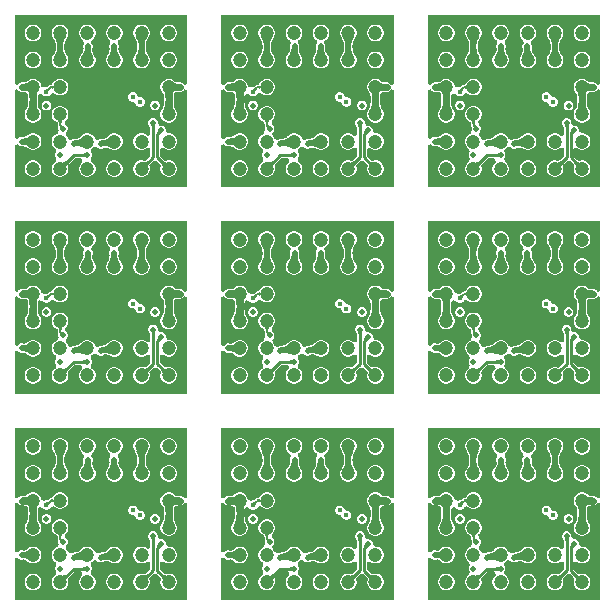
<source format=gbl>
G04*
G04 #@! TF.GenerationSoftware,Altium Limited,Altium Designer,23.9.2 (47)*
G04*
G04 Layer_Physical_Order=6*
G04 Layer_Color=16711680*
%FSLAX25Y25*%
%MOIN*%
G70*
G04*
G04 #@! TF.SameCoordinates,401DFDD2-2C6D-4DC6-8BE5-0435FED1B9C0*
G04*
G04*
G04 #@! TF.FilePolarity,Positive*
G04*
G01*
G75*
%ADD24C,0.00984*%
%ADD25C,0.00787*%
%ADD26C,0.00492*%
%ADD27C,0.02362*%
%ADD28C,0.01968*%
%ADD31C,0.01968*%
%ADD32C,0.01772*%
%ADD33C,0.04724*%
G36*
X97623Y74396D02*
X97598Y74385D01*
X96704Y74134D01*
X96624Y74326D01*
X96477Y74473D01*
X96416Y74565D01*
X96324Y74626D01*
X96177Y74774D01*
X95984Y74853D01*
X95893Y74915D01*
X95784Y74936D01*
X95592Y75016D01*
X95384D01*
X95300Y75033D01*
X95284Y75039D01*
X94426Y75057D01*
X94024Y75086D01*
X93881Y75105D01*
X93776Y75125D01*
X93729Y75138D01*
X93231Y75635D01*
X92602Y75999D01*
X91899Y76187D01*
X91172D01*
X90469Y75999D01*
X89839Y75635D01*
X89325Y75121D01*
X88961Y74491D01*
X88773Y73789D01*
Y73062D01*
X88961Y72359D01*
X89325Y71729D01*
X89823Y71232D01*
X89836Y71184D01*
X89853Y71094D01*
X89920Y69991D01*
X89921Y69682D01*
X89923Y69678D01*
Y68790D01*
X89921Y68786D01*
X89915Y68396D01*
X89862Y67689D01*
X89817Y67384D01*
X89760Y67100D01*
X89691Y66843D01*
X89612Y66612D01*
X89523Y66408D01*
X89425Y66229D01*
X89307Y66056D01*
X89299Y66021D01*
X88961Y65436D01*
X88773Y64734D01*
Y64006D01*
X88961Y63304D01*
X89325Y62674D01*
X89839Y62160D01*
X90469Y61796D01*
X91172Y61608D01*
X91899D01*
X92602Y61796D01*
X93231Y62160D01*
X93746Y62674D01*
X94109Y63304D01*
X94298Y64006D01*
Y64734D01*
X94109Y65436D01*
X93772Y66021D01*
X93764Y66056D01*
X93645Y66229D01*
X93548Y66408D01*
X93459Y66612D01*
X93380Y66843D01*
X93311Y67100D01*
X93254Y67384D01*
X93209Y67689D01*
X93156Y68396D01*
X93149Y68786D01*
X93147Y68790D01*
Y69672D01*
X93149Y69676D01*
X93167Y70534D01*
X93197Y70937D01*
X93215Y71079D01*
X93235Y71185D01*
X93248Y71232D01*
X93729Y71712D01*
X93776Y71726D01*
X93867Y71743D01*
X94969Y71809D01*
X95278Y71811D01*
X95289Y71816D01*
X95384Y71835D01*
X95592D01*
X95784Y71914D01*
X95893Y71936D01*
X95984Y71997D01*
X96177Y72077D01*
X96324Y72224D01*
X96416Y72285D01*
X96477Y72377D01*
X96624Y72524D01*
X96704Y72716D01*
X97598Y72465D01*
X97623Y72455D01*
Y40173D01*
X40173D01*
Y54252D01*
X41157Y54448D01*
X41171Y54414D01*
X41619Y53967D01*
X42203Y53724D01*
X42836D01*
X43122Y53843D01*
X44035Y53631D01*
X44045Y53627D01*
X44050Y53619D01*
X44564Y53105D01*
X45194Y52741D01*
X45896Y52553D01*
X46624D01*
X47326Y52741D01*
X47956Y53105D01*
X48470Y53619D01*
X48834Y54249D01*
X49022Y54951D01*
Y55679D01*
X48834Y56381D01*
X48470Y57011D01*
X47956Y57525D01*
X47326Y57889D01*
X46624Y58077D01*
X45896D01*
X45194Y57889D01*
X44564Y57525D01*
X44050Y57011D01*
X44045Y57003D01*
X44035Y56999D01*
X43122Y56787D01*
X42836Y56906D01*
X42203D01*
X41619Y56663D01*
X41171Y56216D01*
X41157Y56182D01*
X40173Y56378D01*
Y72455D01*
X40197Y72465D01*
X41092Y72716D01*
X41171Y72524D01*
X41319Y72377D01*
X41380Y72285D01*
X41472Y72224D01*
X41619Y72077D01*
X41811Y71997D01*
X41903Y71936D01*
X42011Y71914D01*
X42203Y71835D01*
X42412D01*
X42496Y71818D01*
X42511Y71811D01*
X43369Y71794D01*
X43771Y71764D01*
X43914Y71746D01*
X44019Y71726D01*
X44066Y71712D01*
X44547Y71232D01*
X44560Y71184D01*
X44577Y71094D01*
X44644Y69991D01*
X44646Y69682D01*
X44648Y69678D01*
Y68790D01*
X44646Y68786D01*
X44639Y68396D01*
X44586Y67689D01*
X44541Y67384D01*
X44484Y67100D01*
X44416Y66843D01*
X44336Y66612D01*
X44247Y66408D01*
X44150Y66229D01*
X44031Y66056D01*
X44024Y66021D01*
X43686Y65436D01*
X43498Y64734D01*
Y64006D01*
X43686Y63304D01*
X44050Y62674D01*
X44564Y62160D01*
X45194Y61796D01*
X45896Y61608D01*
X46624D01*
X47326Y61796D01*
X47956Y62160D01*
X48470Y62674D01*
X48834Y63304D01*
X49022Y64006D01*
Y64734D01*
X48834Y65436D01*
X48496Y66021D01*
X48489Y66056D01*
X48370Y66229D01*
X48272Y66407D01*
X48183Y66612D01*
X48104Y66843D01*
X48035Y67100D01*
X47978Y67384D01*
X47934Y67689D01*
X47881Y68396D01*
X47874Y68786D01*
X47872Y68790D01*
Y69672D01*
X47874Y69676D01*
X47891Y70534D01*
X47907Y70749D01*
X48435Y71232D01*
X49027Y71154D01*
X49439Y71048D01*
X49886Y70600D01*
X50471Y70358D01*
X51104D01*
X51688Y70600D01*
X52136Y71048D01*
X52230Y71276D01*
X52484Y71407D01*
X53204Y71532D01*
X53315Y71519D01*
X53619Y71215D01*
X54249Y70851D01*
X54951Y70663D01*
X55679D01*
X56381Y70851D01*
X57011Y71215D01*
X57525Y71729D01*
X57889Y72359D01*
X58077Y73062D01*
Y73789D01*
X57889Y74491D01*
X57525Y75121D01*
X57011Y75635D01*
X56381Y75999D01*
X55679Y76187D01*
X54951D01*
X54249Y75999D01*
X53619Y75635D01*
X53105Y75121D01*
X52741Y74491D01*
X52721Y74417D01*
X52694Y74392D01*
X52676Y74352D01*
X52673Y74348D01*
X52666Y74341D01*
X52650Y74330D01*
X52619Y74314D01*
X52571Y74296D01*
X52504Y74278D01*
X52419Y74265D01*
X52317Y74255D01*
X52187Y74252D01*
X52134Y74228D01*
X51856Y74173D01*
X51593Y73997D01*
X51126Y73530D01*
X51104Y73539D01*
X50471D01*
X50006Y73347D01*
X49389Y73580D01*
X49022Y73789D01*
X48834Y74491D01*
X48470Y75121D01*
X47956Y75635D01*
X47326Y75999D01*
X46624Y76187D01*
X45896D01*
X45194Y75999D01*
X44564Y75635D01*
X44066Y75138D01*
X44019Y75125D01*
X43929Y75108D01*
X42826Y75041D01*
X42517Y75039D01*
X42506Y75034D01*
X42412Y75016D01*
X42203D01*
X42011Y74936D01*
X41903Y74915D01*
X41811Y74853D01*
X41619Y74774D01*
X41472Y74626D01*
X41380Y74565D01*
X41319Y74473D01*
X41171Y74326D01*
X41092Y74134D01*
X40197Y74385D01*
X40173Y74396D01*
Y97623D01*
X97623D01*
Y74396D01*
D02*
G37*
G36*
X28725D02*
X28700Y74385D01*
X27806Y74134D01*
X27726Y74326D01*
X27579Y74473D01*
X27518Y74565D01*
X27426Y74626D01*
X27279Y74774D01*
X27087Y74853D01*
X26995Y74915D01*
X26887Y74936D01*
X26694Y75016D01*
X26486D01*
X26402Y75033D01*
X26387Y75039D01*
X25529Y75057D01*
X25126Y75086D01*
X24984Y75105D01*
X24879Y75125D01*
X24831Y75138D01*
X24334Y75635D01*
X23704Y75999D01*
X23001Y76187D01*
X22274D01*
X21572Y75999D01*
X20942Y75635D01*
X20427Y75121D01*
X20064Y74491D01*
X19876Y73789D01*
Y73062D01*
X20064Y72359D01*
X20427Y71729D01*
X20925Y71232D01*
X20938Y71184D01*
X20955Y71094D01*
X21022Y69991D01*
X21024Y69682D01*
X21026Y69678D01*
Y68790D01*
X21024Y68786D01*
X21017Y68396D01*
X20964Y67689D01*
X20919Y67384D01*
X20862Y67100D01*
X20794Y66843D01*
X20714Y66612D01*
X20626Y66408D01*
X20528Y66229D01*
X20409Y66056D01*
X20402Y66021D01*
X20064Y65436D01*
X19876Y64734D01*
Y64006D01*
X20064Y63304D01*
X20427Y62674D01*
X20942Y62160D01*
X21572Y61796D01*
X22274Y61608D01*
X23001D01*
X23704Y61796D01*
X24334Y62160D01*
X24848Y62674D01*
X25212Y63304D01*
X25400Y64006D01*
Y64734D01*
X25212Y65436D01*
X24874Y66021D01*
X24867Y66056D01*
X24748Y66229D01*
X24650Y66408D01*
X24561Y66612D01*
X24482Y66843D01*
X24413Y67100D01*
X24356Y67384D01*
X24312Y67689D01*
X24259Y68396D01*
X24252Y68786D01*
X24250Y68790D01*
Y69672D01*
X24252Y69676D01*
X24269Y70534D01*
X24299Y70937D01*
X24317Y71079D01*
X24337Y71185D01*
X24351Y71232D01*
X24831Y71712D01*
X24879Y71726D01*
X24969Y71743D01*
X26072Y71809D01*
X26381Y71811D01*
X26392Y71816D01*
X26486Y71835D01*
X26694D01*
X26887Y71914D01*
X26995Y71936D01*
X27087Y71997D01*
X27279Y72077D01*
X27426Y72224D01*
X27518Y72285D01*
X27579Y72377D01*
X27726Y72524D01*
X27806Y72716D01*
X28700Y72465D01*
X28725Y72455D01*
Y40173D01*
X-28725D01*
Y54252D01*
X-27740Y54448D01*
X-27726Y54414D01*
X-27279Y53967D01*
X-26694Y53724D01*
X-26062D01*
X-25776Y53843D01*
X-24863Y53631D01*
X-24853Y53627D01*
X-24848Y53619D01*
X-24334Y53105D01*
X-23704Y52741D01*
X-23001Y52553D01*
X-22274D01*
X-21572Y52741D01*
X-20942Y53105D01*
X-20427Y53619D01*
X-20064Y54249D01*
X-19876Y54951D01*
Y55679D01*
X-20064Y56381D01*
X-20427Y57011D01*
X-20942Y57525D01*
X-21572Y57889D01*
X-22274Y58077D01*
X-23001D01*
X-23704Y57889D01*
X-24334Y57525D01*
X-24848Y57011D01*
X-24853Y57003D01*
X-24863Y56999D01*
X-25776Y56787D01*
X-26062Y56906D01*
X-26694D01*
X-27279Y56663D01*
X-27726Y56216D01*
X-27740Y56182D01*
X-28725Y56378D01*
Y72455D01*
X-28700Y72465D01*
X-27806Y72716D01*
X-27726Y72524D01*
X-27579Y72377D01*
X-27518Y72285D01*
X-27426Y72224D01*
X-27279Y72077D01*
X-27087Y71997D01*
X-26995Y71936D01*
X-26887Y71914D01*
X-26694Y71835D01*
X-26486D01*
X-26402Y71818D01*
X-26387Y71811D01*
X-25529Y71794D01*
X-25126Y71764D01*
X-24984Y71746D01*
X-24879Y71726D01*
X-24831Y71712D01*
X-24351Y71232D01*
X-24337Y71184D01*
X-24320Y71094D01*
X-24254Y69991D01*
X-24252Y69682D01*
X-24250Y69678D01*
Y68790D01*
X-24252Y68786D01*
X-24259Y68396D01*
X-24312Y67689D01*
X-24356Y67384D01*
X-24413Y67100D01*
X-24482Y66843D01*
X-24561Y66612D01*
X-24650Y66408D01*
X-24748Y66229D01*
X-24867Y66056D01*
X-24874Y66021D01*
X-25212Y65436D01*
X-25400Y64734D01*
Y64006D01*
X-25212Y63304D01*
X-24848Y62674D01*
X-24334Y62160D01*
X-23704Y61796D01*
X-23001Y61608D01*
X-22274D01*
X-21572Y61796D01*
X-20942Y62160D01*
X-20427Y62674D01*
X-20064Y63304D01*
X-19876Y64006D01*
Y64734D01*
X-20064Y65436D01*
X-20402Y66021D01*
X-20409Y66056D01*
X-20528Y66229D01*
X-20625Y66407D01*
X-20714Y66612D01*
X-20794Y66843D01*
X-20862Y67100D01*
X-20919Y67384D01*
X-20964Y67689D01*
X-21017Y68396D01*
X-21024Y68786D01*
X-21026Y68790D01*
Y69672D01*
X-21024Y69676D01*
X-21006Y70534D01*
X-20990Y70749D01*
X-20462Y71232D01*
X-19870Y71154D01*
X-19459Y71048D01*
X-19011Y70600D01*
X-18427Y70358D01*
X-17794D01*
X-17209Y70600D01*
X-16762Y71048D01*
X-16668Y71276D01*
X-16414Y71407D01*
X-15693Y71532D01*
X-15583Y71519D01*
X-15279Y71215D01*
X-14649Y70851D01*
X-13946Y70663D01*
X-13219D01*
X-12517Y70851D01*
X-11887Y71215D01*
X-11372Y71729D01*
X-11009Y72359D01*
X-10820Y73062D01*
Y73789D01*
X-11009Y74491D01*
X-11372Y75121D01*
X-11887Y75635D01*
X-12517Y75999D01*
X-13219Y76187D01*
X-13946D01*
X-14649Y75999D01*
X-15279Y75635D01*
X-15793Y75121D01*
X-16157Y74491D01*
X-16176Y74417D01*
X-16204Y74392D01*
X-16222Y74352D01*
X-16225Y74348D01*
X-16231Y74341D01*
X-16247Y74330D01*
X-16278Y74314D01*
X-16327Y74296D01*
X-16393Y74278D01*
X-16478Y74265D01*
X-16580Y74255D01*
X-16711Y74252D01*
X-16764Y74228D01*
X-17042Y74173D01*
X-17304Y73997D01*
X-17772Y73530D01*
X-17794Y73539D01*
X-18427D01*
X-18891Y73347D01*
X-19509Y73580D01*
X-19876Y73789D01*
X-20064Y74491D01*
X-20427Y75121D01*
X-20942Y75635D01*
X-21572Y75999D01*
X-22274Y76187D01*
X-23001D01*
X-23704Y75999D01*
X-24334Y75635D01*
X-24831Y75138D01*
X-24879Y75125D01*
X-24969Y75108D01*
X-26072Y75041D01*
X-26381Y75039D01*
X-26392Y75034D01*
X-26486Y75016D01*
X-26694D01*
X-26887Y74936D01*
X-26995Y74915D01*
X-27087Y74853D01*
X-27279Y74774D01*
X-27426Y74626D01*
X-27518Y74565D01*
X-27579Y74473D01*
X-27726Y74326D01*
X-27806Y74134D01*
X-28700Y74385D01*
X-28725Y74396D01*
Y97623D01*
X28725D01*
Y74396D01*
D02*
G37*
G36*
X-40173D02*
X-40198Y74385D01*
X-41092Y74134D01*
X-41171Y74326D01*
X-41319Y74473D01*
X-41380Y74565D01*
X-41471Y74626D01*
X-41619Y74774D01*
X-41811Y74853D01*
X-41903Y74915D01*
X-42011Y74936D01*
X-42203Y75016D01*
X-42411D01*
X-42496Y75033D01*
X-42511Y75039D01*
X-43369Y75057D01*
X-43771Y75086D01*
X-43914Y75105D01*
X-44019Y75125D01*
X-44066Y75138D01*
X-44564Y75635D01*
X-45194Y75999D01*
X-45896Y76187D01*
X-46624D01*
X-47326Y75999D01*
X-47956Y75635D01*
X-48470Y75121D01*
X-48834Y74491D01*
X-49022Y73789D01*
Y73062D01*
X-48834Y72359D01*
X-48470Y71729D01*
X-47973Y71232D01*
X-47959Y71184D01*
X-47942Y71094D01*
X-47876Y69991D01*
X-47874Y69682D01*
X-47872Y69678D01*
Y68790D01*
X-47874Y68786D01*
X-47881Y68396D01*
X-47934Y67689D01*
X-47978Y67384D01*
X-48035Y67100D01*
X-48104Y66843D01*
X-48183Y66612D01*
X-48272Y66408D01*
X-48370Y66229D01*
X-48489Y66056D01*
X-48496Y66021D01*
X-48834Y65436D01*
X-49022Y64734D01*
Y64006D01*
X-48834Y63304D01*
X-48470Y62674D01*
X-47956Y62160D01*
X-47326Y61796D01*
X-46624Y61608D01*
X-45896D01*
X-45194Y61796D01*
X-44564Y62160D01*
X-44050Y62674D01*
X-43686Y63304D01*
X-43498Y64006D01*
Y64734D01*
X-43686Y65436D01*
X-44024Y66021D01*
X-44031Y66056D01*
X-44150Y66229D01*
X-44247Y66408D01*
X-44336Y66612D01*
X-44416Y66843D01*
X-44484Y67100D01*
X-44541Y67384D01*
X-44586Y67689D01*
X-44639Y68396D01*
X-44646Y68786D01*
X-44648Y68790D01*
Y69672D01*
X-44646Y69676D01*
X-44628Y70534D01*
X-44599Y70937D01*
X-44580Y71079D01*
X-44560Y71185D01*
X-44547Y71232D01*
X-44066Y71712D01*
X-44019Y71726D01*
X-43929Y71743D01*
X-42826Y71809D01*
X-42517Y71811D01*
X-42506Y71816D01*
X-42411Y71835D01*
X-42203D01*
X-42011Y71914D01*
X-41903Y71936D01*
X-41811Y71997D01*
X-41619Y72077D01*
X-41471Y72224D01*
X-41380Y72285D01*
X-41319Y72377D01*
X-41171Y72524D01*
X-41092Y72716D01*
X-40198Y72465D01*
X-40173Y72455D01*
Y40173D01*
X-97622D01*
Y54252D01*
X-96638Y54448D01*
X-96624Y54414D01*
X-96176Y53967D01*
X-95592Y53724D01*
X-94959D01*
X-94673Y53843D01*
X-93760Y53631D01*
X-93750Y53627D01*
X-93746Y53619D01*
X-93231Y53105D01*
X-92602Y52741D01*
X-91899Y52553D01*
X-91172D01*
X-90469Y52741D01*
X-89839Y53105D01*
X-89325Y53619D01*
X-88961Y54249D01*
X-88773Y54951D01*
Y55679D01*
X-88961Y56381D01*
X-89325Y57011D01*
X-89839Y57525D01*
X-90469Y57889D01*
X-91172Y58077D01*
X-91899D01*
X-92602Y57889D01*
X-93231Y57525D01*
X-93746Y57011D01*
X-93750Y57003D01*
X-93760Y56999D01*
X-94673Y56787D01*
X-94959Y56906D01*
X-95592D01*
X-96176Y56663D01*
X-96624Y56216D01*
X-96638Y56182D01*
X-97622Y56378D01*
Y72455D01*
X-97598Y72465D01*
X-96704Y72716D01*
X-96624Y72524D01*
X-96477Y72377D01*
X-96416Y72285D01*
X-96324Y72224D01*
X-96176Y72077D01*
X-95984Y71997D01*
X-95893Y71936D01*
X-95784Y71914D01*
X-95592Y71835D01*
X-95384D01*
X-95300Y71818D01*
X-95284Y71811D01*
X-94426Y71794D01*
X-94024Y71764D01*
X-93881Y71746D01*
X-93776Y71726D01*
X-93729Y71712D01*
X-93248Y71232D01*
X-93235Y71184D01*
X-93218Y71094D01*
X-93151Y69991D01*
X-93150Y69682D01*
X-93147Y69678D01*
Y68790D01*
X-93149Y68786D01*
X-93156Y68396D01*
X-93209Y67689D01*
X-93254Y67384D01*
X-93311Y67100D01*
X-93380Y66843D01*
X-93459Y66612D01*
X-93548Y66408D01*
X-93645Y66229D01*
X-93764Y66056D01*
X-93771Y66021D01*
X-94109Y65436D01*
X-94298Y64734D01*
Y64006D01*
X-94109Y63304D01*
X-93746Y62674D01*
X-93231Y62160D01*
X-92602Y61796D01*
X-91899Y61608D01*
X-91172D01*
X-90469Y61796D01*
X-89839Y62160D01*
X-89325Y62674D01*
X-88961Y63304D01*
X-88773Y64006D01*
Y64734D01*
X-88961Y65436D01*
X-89299Y66021D01*
X-89307Y66056D01*
X-89425Y66229D01*
X-89523Y66407D01*
X-89612Y66612D01*
X-89691Y66843D01*
X-89760Y67100D01*
X-89817Y67384D01*
X-89862Y67689D01*
X-89915Y68396D01*
X-89921Y68786D01*
X-89923Y68790D01*
Y69672D01*
X-89921Y69676D01*
X-89904Y70534D01*
X-89888Y70749D01*
X-89360Y71232D01*
X-88768Y71154D01*
X-88356Y71048D01*
X-87909Y70600D01*
X-87324Y70358D01*
X-86691D01*
X-86107Y70600D01*
X-85659Y71048D01*
X-85565Y71276D01*
X-85311Y71407D01*
X-84591Y71532D01*
X-84480Y71519D01*
X-84176Y71215D01*
X-83547Y70851D01*
X-82844Y70663D01*
X-82117D01*
X-81414Y70851D01*
X-80784Y71215D01*
X-80270Y71729D01*
X-79906Y72359D01*
X-79718Y73062D01*
Y73789D01*
X-79906Y74491D01*
X-80270Y75121D01*
X-80784Y75635D01*
X-81414Y75999D01*
X-82117Y76187D01*
X-82844D01*
X-83547Y75999D01*
X-84176Y75635D01*
X-84691Y75121D01*
X-85054Y74491D01*
X-85074Y74417D01*
X-85102Y74392D01*
X-85120Y74352D01*
X-85122Y74348D01*
X-85129Y74341D01*
X-85145Y74330D01*
X-85176Y74314D01*
X-85224Y74296D01*
X-85291Y74278D01*
X-85376Y74265D01*
X-85478Y74255D01*
X-85609Y74252D01*
X-85661Y74228D01*
X-85940Y74173D01*
X-86202Y73997D01*
X-86669Y73530D01*
X-86691Y73539D01*
X-87324D01*
X-87789Y73347D01*
X-88406Y73580D01*
X-88773Y73789D01*
X-88961Y74491D01*
X-89325Y75121D01*
X-89839Y75635D01*
X-90469Y75999D01*
X-91172Y76187D01*
X-91899D01*
X-92602Y75999D01*
X-93231Y75635D01*
X-93729Y75138D01*
X-93776Y75125D01*
X-93867Y75108D01*
X-94969Y75041D01*
X-95278Y75039D01*
X-95289Y75034D01*
X-95384Y75016D01*
X-95592D01*
X-95784Y74936D01*
X-95893Y74915D01*
X-95984Y74853D01*
X-96176Y74774D01*
X-96324Y74626D01*
X-96416Y74565D01*
X-96477Y74473D01*
X-96624Y74326D01*
X-96704Y74134D01*
X-97598Y74385D01*
X-97622Y74396D01*
Y97623D01*
X-40173D01*
Y74396D01*
D02*
G37*
G36*
X53088Y72638D02*
X53054Y72713D01*
X53008Y72780D01*
X52949Y72839D01*
X52879Y72890D01*
X52796Y72933D01*
X52701Y72969D01*
X52594Y72996D01*
X52474Y73016D01*
X52342Y73028D01*
X52198Y73032D01*
Y73819D01*
X52342Y73823D01*
X52474Y73835D01*
X52594Y73854D01*
X52701Y73882D01*
X52796Y73917D01*
X52879Y73961D01*
X52949Y74012D01*
X53008Y74071D01*
X53054Y74138D01*
X53088Y74213D01*
Y72638D01*
D02*
G37*
G36*
X-15810D02*
X-15844Y72713D01*
X-15890Y72780D01*
X-15948Y72839D01*
X-16019Y72890D01*
X-16102Y72933D01*
X-16197Y72969D01*
X-16304Y72996D01*
X-16424Y73016D01*
X-16555Y73028D01*
X-16699Y73032D01*
Y73819D01*
X-16555Y73823D01*
X-16424Y73835D01*
X-16304Y73854D01*
X-16197Y73882D01*
X-16102Y73917D01*
X-16019Y73961D01*
X-15948Y74012D01*
X-15890Y74071D01*
X-15844Y74138D01*
X-15810Y74213D01*
Y72638D01*
D02*
G37*
G36*
X-84707D02*
X-84741Y72713D01*
X-84787Y72780D01*
X-84846Y72839D01*
X-84917Y72890D01*
X-84999Y72933D01*
X-85094Y72969D01*
X-85202Y72996D01*
X-85321Y73016D01*
X-85453Y73028D01*
X-85597Y73032D01*
Y73819D01*
X-85453Y73823D01*
X-85321Y73835D01*
X-85202Y73854D01*
X-85094Y73882D01*
X-84999Y73917D01*
X-84917Y73961D01*
X-84846Y74012D01*
X-84787Y74071D01*
X-84741Y74138D01*
X-84707Y74213D01*
Y72638D01*
D02*
G37*
G36*
X93498Y74766D02*
X93572Y74732D01*
X93677Y74703D01*
X93813Y74677D01*
X93980Y74655D01*
X94406Y74624D01*
X95276Y74606D01*
Y72244D01*
X94955Y72242D01*
X93813Y72173D01*
X93677Y72148D01*
X93572Y72118D01*
X93498Y72085D01*
X93454Y72047D01*
Y74803D01*
X93498Y74766D01*
D02*
G37*
G36*
X44341Y72047D02*
X44298Y72085D01*
X44223Y72118D01*
X44118Y72148D01*
X43982Y72173D01*
X43815Y72195D01*
X43389Y72226D01*
X42520Y72244D01*
Y74606D01*
X42840Y74608D01*
X43982Y74677D01*
X44118Y74703D01*
X44223Y74732D01*
X44298Y74766D01*
X44341Y74803D01*
Y72047D01*
D02*
G37*
G36*
X24600Y74766D02*
X24675Y74732D01*
X24780Y74703D01*
X24916Y74677D01*
X25082Y74655D01*
X25508Y74624D01*
X26378Y74606D01*
Y72244D01*
X26057Y72242D01*
X24916Y72173D01*
X24780Y72148D01*
X24675Y72118D01*
X24600Y72085D01*
X24556Y72047D01*
Y74803D01*
X24600Y74766D01*
D02*
G37*
G36*
X-24556Y72047D02*
X-24600Y72085D01*
X-24675Y72118D01*
X-24780Y72148D01*
X-24916Y72173D01*
X-25082Y72195D01*
X-25508Y72226D01*
X-26378Y72244D01*
Y74606D01*
X-26057Y74608D01*
X-24916Y74677D01*
X-24780Y74703D01*
X-24675Y74732D01*
X-24600Y74766D01*
X-24556Y74803D01*
Y72047D01*
D02*
G37*
G36*
X-44298Y74766D02*
X-44223Y74732D01*
X-44118Y74703D01*
X-43982Y74677D01*
X-43815Y74655D01*
X-43389Y74624D01*
X-42520Y74606D01*
Y72244D01*
X-42840Y72242D01*
X-43982Y72173D01*
X-44118Y72148D01*
X-44223Y72118D01*
X-44298Y72085D01*
X-44341Y72047D01*
Y74803D01*
X-44298Y74766D01*
D02*
G37*
G36*
X-93454Y72047D02*
X-93498Y72085D01*
X-93572Y72118D01*
X-93677Y72148D01*
X-93813Y72173D01*
X-93980Y72195D01*
X-94406Y72226D01*
X-95276Y72244D01*
Y74606D01*
X-94955Y74608D01*
X-93813Y74677D01*
X-93677Y74703D01*
X-93572Y74732D01*
X-93498Y74766D01*
X-93454Y74803D01*
Y72047D01*
D02*
G37*
G36*
X51975Y72678D02*
X51912Y72612D01*
X51856Y72546D01*
X51808Y72480D01*
X51766Y72414D01*
X51732Y72349D01*
X51705Y72284D01*
X51685Y72219D01*
X51673Y72155D01*
X51668Y72091D01*
X51670Y72027D01*
X50727Y72833D01*
X50789Y72840D01*
X50852Y72853D01*
X50915Y72873D01*
X50979Y72899D01*
X51043Y72932D01*
X51107Y72970D01*
X51172Y73015D01*
X51237Y73066D01*
X51303Y73123D01*
X51370Y73186D01*
X51975Y72678D01*
D02*
G37*
G36*
X-16922D02*
X-16985Y72612D01*
X-17041Y72546D01*
X-17090Y72480D01*
X-17131Y72414D01*
X-17166Y72349D01*
X-17192Y72284D01*
X-17212Y72219D01*
X-17225Y72155D01*
X-17230Y72091D01*
X-17228Y72027D01*
X-18171Y72833D01*
X-18109Y72840D01*
X-18046Y72853D01*
X-17983Y72873D01*
X-17919Y72899D01*
X-17855Y72932D01*
X-17790Y72970D01*
X-17726Y73015D01*
X-17660Y73066D01*
X-17594Y73123D01*
X-17528Y73186D01*
X-16922Y72678D01*
D02*
G37*
G36*
X-85820D02*
X-85883Y72612D01*
X-85939Y72546D01*
X-85988Y72480D01*
X-86029Y72414D01*
X-86063Y72349D01*
X-86090Y72284D01*
X-86110Y72219D01*
X-86122Y72155D01*
X-86128Y72091D01*
X-86125Y72027D01*
X-87069Y72833D01*
X-87006Y72840D01*
X-86944Y72853D01*
X-86880Y72873D01*
X-86817Y72899D01*
X-86753Y72932D01*
X-86688Y72970D01*
X-86623Y73015D01*
X-86558Y73066D01*
X-86492Y73123D01*
X-86426Y73186D01*
X-85820Y72678D01*
D02*
G37*
G36*
X92876Y71463D02*
X92843Y71389D01*
X92813Y71283D01*
X92787Y71147D01*
X92766Y70981D01*
X92734Y70555D01*
X92716Y69685D01*
X90354D01*
X90352Y70006D01*
X90284Y71147D01*
X90258Y71283D01*
X90228Y71388D01*
X90195Y71463D01*
X90158Y71507D01*
X92913Y71507D01*
X92876Y71463D01*
D02*
G37*
G36*
X47600D02*
X47567Y71389D01*
X47537Y71283D01*
X47512Y71147D01*
X47490Y70981D01*
X47459Y70555D01*
X47441Y69685D01*
X45079D01*
X45077Y70006D01*
X45008Y71147D01*
X44982Y71283D01*
X44953Y71389D01*
X44919Y71463D01*
X44882Y71507D01*
X47638D01*
X47600Y71463D01*
D02*
G37*
G36*
X23978D02*
X23945Y71389D01*
X23915Y71283D01*
X23890Y71147D01*
X23868Y70981D01*
X23837Y70555D01*
X23819Y69685D01*
X21457D01*
X21455Y70006D01*
X21386Y71147D01*
X21360Y71283D01*
X21331Y71388D01*
X21297Y71463D01*
X21260Y71507D01*
X24016Y71507D01*
X23978Y71463D01*
D02*
G37*
G36*
X-21297D02*
X-21331Y71389D01*
X-21360Y71283D01*
X-21386Y71147D01*
X-21407Y70981D01*
X-21439Y70555D01*
X-21457Y69685D01*
X-23819D01*
X-23821Y70006D01*
X-23890Y71147D01*
X-23915Y71283D01*
X-23945Y71389D01*
X-23978Y71463D01*
X-24016Y71507D01*
X-21260D01*
X-21297Y71463D01*
D02*
G37*
G36*
X-44919D02*
X-44953Y71389D01*
X-44982Y71283D01*
X-45008Y71147D01*
X-45030Y70981D01*
X-45061Y70555D01*
X-45079Y69685D01*
X-47441D01*
X-47443Y70006D01*
X-47512Y71147D01*
X-47537Y71283D01*
X-47567Y71388D01*
X-47600Y71463D01*
X-47638Y71507D01*
X-44882Y71507D01*
X-44919Y71463D01*
D02*
G37*
G36*
X-90195D02*
X-90228Y71389D01*
X-90258Y71283D01*
X-90284Y71147D01*
X-90305Y70981D01*
X-90337Y70555D01*
X-90354Y69685D01*
X-92716D01*
X-92718Y70006D01*
X-92787Y71147D01*
X-92813Y71283D01*
X-92843Y71389D01*
X-92876Y71463D01*
X-92913Y71507D01*
X-90158D01*
X-90195Y71463D01*
D02*
G37*
G36*
X92724Y68376D02*
X92779Y67642D01*
X92827Y67310D01*
X92889Y67001D01*
X92965Y66716D01*
X93055Y66455D01*
X93159Y66217D01*
X93276Y66002D01*
X93407Y65811D01*
X89664D01*
X89795Y66002D01*
X89912Y66217D01*
X90016Y66455D01*
X90106Y66716D01*
X90182Y67001D01*
X90244Y67310D01*
X90292Y67642D01*
X90347Y68376D01*
X90354Y68778D01*
X92716D01*
X92724Y68376D01*
D02*
G37*
G36*
X47441Y68778D02*
X47448Y68376D01*
X47503Y67642D01*
X47552Y67310D01*
X47614Y67001D01*
X47690Y66716D01*
X47779Y66455D01*
X47883Y66217D01*
X48000Y66002D01*
X48132Y65811D01*
X44388Y65811D01*
X44519Y66002D01*
X44637Y66217D01*
X44740Y66455D01*
X44830Y66716D01*
X44906Y67001D01*
X44968Y67310D01*
X45017Y67642D01*
X45072Y68376D01*
X45079Y68778D01*
X47441Y68778D01*
D02*
G37*
G36*
X23826Y68376D02*
X23881Y67642D01*
X23929Y67310D01*
X23992Y67001D01*
X24068Y66716D01*
X24157Y66455D01*
X24261Y66217D01*
X24378Y66002D01*
X24510Y65811D01*
X20766D01*
X20897Y66002D01*
X21015Y66217D01*
X21118Y66455D01*
X21208Y66716D01*
X21284Y67001D01*
X21346Y67310D01*
X21395Y67642D01*
X21450Y68376D01*
X21457Y68778D01*
X23819D01*
X23826Y68376D01*
D02*
G37*
G36*
X-21457Y68778D02*
X-21450Y68376D01*
X-21395Y67642D01*
X-21346Y67310D01*
X-21284Y67001D01*
X-21208Y66716D01*
X-21118Y66455D01*
X-21015Y66217D01*
X-20897Y66002D01*
X-20766Y65811D01*
X-24510Y65811D01*
X-24378Y66002D01*
X-24261Y66217D01*
X-24157Y66455D01*
X-24068Y66716D01*
X-23992Y67001D01*
X-23929Y67310D01*
X-23881Y67642D01*
X-23826Y68376D01*
X-23819Y68778D01*
X-21457Y68778D01*
D02*
G37*
G36*
X-45072Y68376D02*
X-45017Y67642D01*
X-44968Y67310D01*
X-44906Y67001D01*
X-44830Y66716D01*
X-44740Y66455D01*
X-44637Y66217D01*
X-44519Y66002D01*
X-44388Y65811D01*
X-48132D01*
X-48000Y66002D01*
X-47883Y66217D01*
X-47779Y66455D01*
X-47690Y66716D01*
X-47614Y67001D01*
X-47552Y67310D01*
X-47503Y67642D01*
X-47448Y68376D01*
X-47441Y68778D01*
X-45079D01*
X-45072Y68376D01*
D02*
G37*
G36*
X-90354Y68778D02*
X-90347Y68376D01*
X-90292Y67642D01*
X-90244Y67310D01*
X-90182Y67001D01*
X-90106Y66716D01*
X-90016Y66455D01*
X-89912Y66217D01*
X-89795Y66002D01*
X-89664Y65811D01*
X-93407Y65811D01*
X-93276Y66002D01*
X-93159Y66217D01*
X-93055Y66455D01*
X-92965Y66716D01*
X-92889Y67001D01*
X-92827Y67310D01*
X-92779Y67642D01*
X-92723Y68376D01*
X-92716Y68778D01*
X-90354Y68778D01*
D02*
G37*
G36*
X44341Y53937D02*
X44272Y54012D01*
X44178Y54079D01*
X44058Y54138D01*
X43914Y54189D01*
X43744Y54232D01*
X43550Y54268D01*
X43330Y54295D01*
X42815Y54327D01*
X42520Y54331D01*
Y56299D01*
X42815Y56303D01*
X43550Y56362D01*
X43744Y56398D01*
X43914Y56441D01*
X44058Y56492D01*
X44178Y56551D01*
X44272Y56618D01*
X44341Y56693D01*
Y53937D01*
D02*
G37*
G36*
X-24556D02*
X-24626Y54012D01*
X-24720Y54079D01*
X-24839Y54138D01*
X-24984Y54189D01*
X-25153Y54232D01*
X-25348Y54268D01*
X-25568Y54295D01*
X-26083Y54327D01*
X-26378Y54331D01*
Y56299D01*
X-26083Y56303D01*
X-25348Y56362D01*
X-25153Y56398D01*
X-24984Y56441D01*
X-24839Y56492D01*
X-24720Y56551D01*
X-24626Y56618D01*
X-24556Y56693D01*
Y53937D01*
D02*
G37*
G36*
X-93454D02*
X-93523Y54012D01*
X-93617Y54079D01*
X-93737Y54138D01*
X-93881Y54189D01*
X-94051Y54232D01*
X-94246Y54268D01*
X-94465Y54295D01*
X-94980Y54327D01*
X-95276Y54331D01*
Y56299D01*
X-94980Y56303D01*
X-94246Y56362D01*
X-94051Y56398D01*
X-93881Y56441D01*
X-93737Y56492D01*
X-93617Y56551D01*
X-93523Y56618D01*
X-93454Y56693D01*
Y53937D01*
D02*
G37*
G36*
X-40173Y5498D02*
X-40198Y5488D01*
X-41092Y5236D01*
X-41171Y5429D01*
X-41319Y5576D01*
X-41380Y5667D01*
X-41471Y5729D01*
X-41619Y5876D01*
X-41811Y5956D01*
X-41903Y6017D01*
X-42011Y6038D01*
X-42203Y6118D01*
X-42411D01*
X-42496Y6135D01*
X-42511Y6142D01*
X-43369Y6159D01*
X-43771Y6189D01*
X-43914Y6207D01*
X-44019Y6227D01*
X-44066Y6240D01*
X-44564Y6738D01*
X-45194Y7102D01*
X-45896Y7290D01*
X-46624D01*
X-47326Y7102D01*
X-47956Y6738D01*
X-48470Y6224D01*
X-48834Y5594D01*
X-49022Y4891D01*
Y4164D01*
X-48834Y3461D01*
X-48470Y2832D01*
X-47973Y2334D01*
X-47959Y2287D01*
X-47942Y2196D01*
X-47876Y1094D01*
X-47874Y785D01*
X-47872Y780D01*
Y-108D01*
X-47874Y-112D01*
X-47881Y-502D01*
X-47934Y-1208D01*
X-47978Y-1514D01*
X-48035Y-1798D01*
X-48104Y-2055D01*
X-48183Y-2286D01*
X-48272Y-2490D01*
X-48370Y-2668D01*
X-48489Y-2842D01*
X-48496Y-2876D01*
X-48834Y-3461D01*
X-49022Y-4164D01*
Y-4891D01*
X-48834Y-5594D01*
X-48470Y-6224D01*
X-47956Y-6738D01*
X-47326Y-7102D01*
X-46624Y-7290D01*
X-45896D01*
X-45194Y-7102D01*
X-44564Y-6738D01*
X-44050Y-6224D01*
X-43686Y-5594D01*
X-43498Y-4891D01*
Y-4164D01*
X-43686Y-3461D01*
X-44024Y-2876D01*
X-44031Y-2842D01*
X-44150Y-2668D01*
X-44247Y-2490D01*
X-44336Y-2286D01*
X-44416Y-2055D01*
X-44484Y-1798D01*
X-44541Y-1514D01*
X-44586Y-1208D01*
X-44639Y-502D01*
X-44646Y-112D01*
X-44648Y-108D01*
Y774D01*
X-44646Y779D01*
X-44628Y1637D01*
X-44599Y2039D01*
X-44580Y2182D01*
X-44560Y2287D01*
X-44547Y2334D01*
X-44066Y2815D01*
X-44019Y2828D01*
X-43929Y2845D01*
X-42826Y2912D01*
X-42517Y2913D01*
X-42506Y2918D01*
X-42411Y2937D01*
X-42203D01*
X-42011Y3017D01*
X-41903Y3038D01*
X-41811Y3100D01*
X-41619Y3179D01*
X-41471Y3326D01*
X-41380Y3388D01*
X-41319Y3479D01*
X-41171Y3627D01*
X-41092Y3819D01*
X-40198Y3568D01*
X-40173Y3557D01*
Y-28725D01*
X-97622D01*
Y-14645D01*
X-96638Y-14449D01*
X-96624Y-14484D01*
X-96176Y-14931D01*
X-95592Y-15173D01*
X-94959D01*
X-94673Y-15055D01*
X-93760Y-15267D01*
X-93750Y-15271D01*
X-93746Y-15279D01*
X-93231Y-15793D01*
X-92602Y-16157D01*
X-91899Y-16345D01*
X-91172D01*
X-90469Y-16157D01*
X-89839Y-15793D01*
X-89325Y-15279D01*
X-88961Y-14649D01*
X-88773Y-13946D01*
Y-13219D01*
X-88961Y-12517D01*
X-89325Y-11887D01*
X-89839Y-11372D01*
X-90469Y-11009D01*
X-91172Y-10820D01*
X-91899D01*
X-92602Y-11009D01*
X-93231Y-11372D01*
X-93746Y-11887D01*
X-93750Y-11894D01*
X-93760Y-11899D01*
X-94673Y-12111D01*
X-94959Y-11992D01*
X-95592D01*
X-96176Y-12234D01*
X-96624Y-12682D01*
X-96638Y-12716D01*
X-97622Y-12520D01*
Y3557D01*
X-97598Y3567D01*
X-96704Y3819D01*
X-96624Y3627D01*
X-96477Y3479D01*
X-96416Y3388D01*
X-96324Y3326D01*
X-96176Y3179D01*
X-95984Y3100D01*
X-95893Y3038D01*
X-95784Y3017D01*
X-95592Y2937D01*
X-95384D01*
X-95300Y2920D01*
X-95284Y2914D01*
X-94426Y2896D01*
X-94024Y2866D01*
X-93881Y2848D01*
X-93776Y2828D01*
X-93729Y2815D01*
X-93248Y2334D01*
X-93235Y2287D01*
X-93218Y2196D01*
X-93151Y1094D01*
X-93150Y785D01*
X-93147Y780D01*
Y-108D01*
X-93149Y-112D01*
X-93156Y-502D01*
X-93209Y-1208D01*
X-93254Y-1514D01*
X-93311Y-1798D01*
X-93380Y-2055D01*
X-93459Y-2286D01*
X-93548Y-2490D01*
X-93645Y-2668D01*
X-93764Y-2842D01*
X-93771Y-2876D01*
X-94109Y-3461D01*
X-94298Y-4164D01*
Y-4891D01*
X-94109Y-5594D01*
X-93746Y-6224D01*
X-93231Y-6738D01*
X-92602Y-7102D01*
X-91899Y-7290D01*
X-91172D01*
X-90469Y-7102D01*
X-89839Y-6738D01*
X-89325Y-6224D01*
X-88961Y-5594D01*
X-88773Y-4891D01*
Y-4164D01*
X-88961Y-3461D01*
X-89299Y-2876D01*
X-89307Y-2842D01*
X-89425Y-2668D01*
X-89523Y-2490D01*
X-89612Y-2286D01*
X-89691Y-2055D01*
X-89760Y-1798D01*
X-89817Y-1514D01*
X-89862Y-1208D01*
X-89915Y-502D01*
X-89921Y-112D01*
X-89923Y-108D01*
Y774D01*
X-89921Y779D01*
X-89904Y1637D01*
X-89888Y1852D01*
X-89360Y2334D01*
X-88768Y2257D01*
X-88356Y2150D01*
X-87909Y1703D01*
X-87324Y1461D01*
X-86691D01*
X-86107Y1703D01*
X-85659Y2150D01*
X-85565Y2378D01*
X-85311Y2510D01*
X-84591Y2634D01*
X-84480Y2621D01*
X-84176Y2317D01*
X-83547Y1954D01*
X-82844Y1765D01*
X-82117D01*
X-81414Y1954D01*
X-80784Y2317D01*
X-80270Y2832D01*
X-79906Y3461D01*
X-79718Y4164D01*
Y4891D01*
X-79906Y5594D01*
X-80270Y6224D01*
X-80784Y6738D01*
X-81414Y7102D01*
X-82117Y7290D01*
X-82844D01*
X-83547Y7102D01*
X-84176Y6738D01*
X-84691Y6224D01*
X-85054Y5594D01*
X-85074Y5520D01*
X-85102Y5494D01*
X-85120Y5454D01*
X-85122Y5451D01*
X-85129Y5444D01*
X-85145Y5432D01*
X-85176Y5416D01*
X-85224Y5398D01*
X-85291Y5381D01*
X-85376Y5367D01*
X-85478Y5358D01*
X-85609Y5354D01*
X-85661Y5331D01*
X-85940Y5275D01*
X-86202Y5100D01*
X-86669Y4633D01*
X-86691Y4642D01*
X-87324D01*
X-87789Y4449D01*
X-88406Y4682D01*
X-88773Y4891D01*
X-88961Y5594D01*
X-89325Y6224D01*
X-89839Y6738D01*
X-90469Y7102D01*
X-91172Y7290D01*
X-91899D01*
X-92602Y7102D01*
X-93231Y6738D01*
X-93729Y6240D01*
X-93776Y6227D01*
X-93867Y6210D01*
X-94969Y6143D01*
X-95278Y6142D01*
X-95289Y6137D01*
X-95384Y6118D01*
X-95592D01*
X-95784Y6038D01*
X-95893Y6017D01*
X-95984Y5956D01*
X-96176Y5876D01*
X-96324Y5729D01*
X-96416Y5667D01*
X-96477Y5576D01*
X-96624Y5429D01*
X-96704Y5236D01*
X-97598Y5488D01*
X-97622Y5498D01*
Y28725D01*
X-40173D01*
Y5498D01*
D02*
G37*
G36*
X97623Y5498D02*
X97598Y5488D01*
X96704Y5236D01*
X96624Y5429D01*
X96477Y5576D01*
X96416Y5667D01*
X96324Y5729D01*
X96177Y5876D01*
X95984Y5956D01*
X95893Y6017D01*
X95784Y6038D01*
X95592Y6118D01*
X95384D01*
X95300Y6135D01*
X95284Y6142D01*
X94426Y6159D01*
X94024Y6189D01*
X93881Y6207D01*
X93776Y6227D01*
X93729Y6240D01*
X93231Y6738D01*
X92602Y7102D01*
X91899Y7290D01*
X91172D01*
X90469Y7102D01*
X89839Y6738D01*
X89325Y6224D01*
X88961Y5594D01*
X88773Y4891D01*
Y4164D01*
X88961Y3461D01*
X89325Y2832D01*
X89823Y2334D01*
X89836Y2287D01*
X89853Y2196D01*
X89920Y1094D01*
X89921Y785D01*
X89923Y780D01*
Y-108D01*
X89921Y-112D01*
X89915Y-502D01*
X89862Y-1208D01*
X89817Y-1514D01*
X89760Y-1798D01*
X89691Y-2055D01*
X89612Y-2286D01*
X89523Y-2490D01*
X89425Y-2668D01*
X89307Y-2842D01*
X89299Y-2876D01*
X88961Y-3461D01*
X88773Y-4164D01*
Y-4891D01*
X88961Y-5594D01*
X89325Y-6224D01*
X89839Y-6738D01*
X90469Y-7102D01*
X91172Y-7290D01*
X91899D01*
X92602Y-7102D01*
X93231Y-6738D01*
X93746Y-6224D01*
X94109Y-5594D01*
X94298Y-4891D01*
Y-4164D01*
X94109Y-3461D01*
X93772Y-2876D01*
X93764Y-2842D01*
X93645Y-2668D01*
X93548Y-2490D01*
X93459Y-2286D01*
X93380Y-2055D01*
X93311Y-1798D01*
X93254Y-1514D01*
X93209Y-1208D01*
X93156Y-502D01*
X93149Y-112D01*
X93147Y-108D01*
Y774D01*
X93149Y779D01*
X93167Y1637D01*
X93197Y2039D01*
X93215Y2182D01*
X93235Y2287D01*
X93248Y2334D01*
X93729Y2815D01*
X93776Y2828D01*
X93867Y2845D01*
X94969Y2912D01*
X95278Y2913D01*
X95289Y2918D01*
X95384Y2937D01*
X95592D01*
X95784Y3017D01*
X95893Y3038D01*
X95984Y3100D01*
X96177Y3179D01*
X96324Y3326D01*
X96416Y3388D01*
X96477Y3479D01*
X96624Y3627D01*
X96704Y3819D01*
X97598Y3568D01*
X97623Y3557D01*
Y-28725D01*
X40173D01*
Y-14645D01*
X41157Y-14449D01*
X41171Y-14484D01*
X41619Y-14931D01*
X42203Y-15173D01*
X42836D01*
X43122Y-15055D01*
X44035Y-15267D01*
X44045Y-15271D01*
X44050Y-15279D01*
X44564Y-15793D01*
X45194Y-16157D01*
X45896Y-16345D01*
X46624D01*
X47326Y-16157D01*
X47956Y-15793D01*
X48470Y-15279D01*
X48834Y-14649D01*
X49022Y-13946D01*
Y-13219D01*
X48834Y-12517D01*
X48470Y-11887D01*
X47956Y-11372D01*
X47326Y-11009D01*
X46624Y-10820D01*
X45896D01*
X45194Y-11009D01*
X44564Y-11372D01*
X44050Y-11887D01*
X44045Y-11894D01*
X44035Y-11899D01*
X43122Y-12111D01*
X42836Y-11992D01*
X42203D01*
X41619Y-12234D01*
X41171Y-12682D01*
X41157Y-12716D01*
X40173Y-12520D01*
Y3557D01*
X40197Y3567D01*
X41092Y3819D01*
X41171Y3627D01*
X41319Y3479D01*
X41380Y3388D01*
X41472Y3326D01*
X41619Y3179D01*
X41811Y3100D01*
X41903Y3038D01*
X42011Y3017D01*
X42203Y2937D01*
X42412D01*
X42496Y2920D01*
X42511Y2914D01*
X43369Y2896D01*
X43771Y2866D01*
X43914Y2848D01*
X44019Y2828D01*
X44066Y2815D01*
X44547Y2334D01*
X44560Y2287D01*
X44577Y2196D01*
X44644Y1094D01*
X44646Y785D01*
X44648Y780D01*
Y-108D01*
X44646Y-112D01*
X44639Y-502D01*
X44586Y-1208D01*
X44541Y-1514D01*
X44484Y-1798D01*
X44416Y-2055D01*
X44336Y-2286D01*
X44247Y-2490D01*
X44150Y-2668D01*
X44031Y-2842D01*
X44024Y-2876D01*
X43686Y-3461D01*
X43498Y-4164D01*
Y-4891D01*
X43686Y-5594D01*
X44050Y-6224D01*
X44564Y-6738D01*
X45194Y-7102D01*
X45896Y-7290D01*
X46624D01*
X47326Y-7102D01*
X47956Y-6738D01*
X48470Y-6224D01*
X48834Y-5594D01*
X49022Y-4891D01*
Y-4164D01*
X48834Y-3461D01*
X48496Y-2876D01*
X48489Y-2842D01*
X48370Y-2668D01*
X48272Y-2490D01*
X48183Y-2286D01*
X48104Y-2055D01*
X48035Y-1798D01*
X47978Y-1514D01*
X47934Y-1208D01*
X47881Y-502D01*
X47874Y-112D01*
X47872Y-108D01*
Y774D01*
X47874Y779D01*
X47891Y1637D01*
X47907Y1852D01*
X48435Y2334D01*
X49027Y2257D01*
X49439Y2150D01*
X49886Y1703D01*
X50471Y1461D01*
X51104D01*
X51688Y1703D01*
X52136Y2150D01*
X52230Y2378D01*
X52484Y2510D01*
X53204Y2634D01*
X53315Y2621D01*
X53619Y2317D01*
X54249Y1954D01*
X54951Y1765D01*
X55679D01*
X56381Y1954D01*
X57011Y2317D01*
X57525Y2832D01*
X57889Y3461D01*
X58077Y4164D01*
Y4891D01*
X57889Y5594D01*
X57525Y6224D01*
X57011Y6738D01*
X56381Y7102D01*
X55679Y7290D01*
X54951D01*
X54249Y7102D01*
X53619Y6738D01*
X53105Y6224D01*
X52741Y5594D01*
X52721Y5520D01*
X52694Y5494D01*
X52676Y5454D01*
X52673Y5451D01*
X52666Y5444D01*
X52650Y5432D01*
X52619Y5416D01*
X52571Y5398D01*
X52504Y5381D01*
X52419Y5367D01*
X52317Y5358D01*
X52187Y5354D01*
X52134Y5331D01*
X51856Y5275D01*
X51593Y5100D01*
X51126Y4633D01*
X51104Y4642D01*
X50471D01*
X50006Y4449D01*
X49389Y4682D01*
X49022Y4891D01*
X48834Y5594D01*
X48470Y6224D01*
X47956Y6738D01*
X47326Y7102D01*
X46624Y7290D01*
X45896D01*
X45194Y7102D01*
X44564Y6738D01*
X44066Y6240D01*
X44019Y6227D01*
X43929Y6210D01*
X42826Y6143D01*
X42517Y6142D01*
X42506Y6137D01*
X42412Y6118D01*
X42203D01*
X42011Y6038D01*
X41903Y6017D01*
X41811Y5956D01*
X41619Y5876D01*
X41472Y5729D01*
X41380Y5667D01*
X41319Y5576D01*
X41171Y5429D01*
X41092Y5236D01*
X40197Y5488D01*
X40173Y5498D01*
Y28725D01*
X97623D01*
Y5498D01*
D02*
G37*
G36*
X28725D02*
X28700Y5488D01*
X27806Y5236D01*
X27726Y5429D01*
X27579Y5576D01*
X27518Y5667D01*
X27426Y5729D01*
X27279Y5876D01*
X27087Y5956D01*
X26995Y6017D01*
X26887Y6038D01*
X26694Y6118D01*
X26486D01*
X26402Y6135D01*
X26387Y6142D01*
X25529Y6159D01*
X25126Y6189D01*
X24984Y6207D01*
X24879Y6227D01*
X24831Y6240D01*
X24334Y6738D01*
X23704Y7102D01*
X23001Y7290D01*
X22274D01*
X21572Y7102D01*
X20942Y6738D01*
X20427Y6224D01*
X20064Y5594D01*
X19876Y4891D01*
Y4164D01*
X20064Y3461D01*
X20427Y2832D01*
X20925Y2334D01*
X20938Y2287D01*
X20955Y2196D01*
X21022Y1094D01*
X21024Y785D01*
X21026Y780D01*
Y-108D01*
X21024Y-112D01*
X21017Y-502D01*
X20964Y-1208D01*
X20919Y-1514D01*
X20862Y-1798D01*
X20794Y-2055D01*
X20714Y-2286D01*
X20625Y-2490D01*
X20528Y-2668D01*
X20409Y-2842D01*
X20402Y-2876D01*
X20064Y-3461D01*
X19876Y-4164D01*
Y-4891D01*
X20064Y-5594D01*
X20427Y-6224D01*
X20942Y-6738D01*
X21572Y-7102D01*
X22274Y-7290D01*
X23001D01*
X23704Y-7102D01*
X24334Y-6738D01*
X24848Y-6224D01*
X25212Y-5594D01*
X25400Y-4891D01*
Y-4164D01*
X25212Y-3461D01*
X24874Y-2876D01*
X24867Y-2842D01*
X24748Y-2668D01*
X24650Y-2490D01*
X24561Y-2286D01*
X24482Y-2055D01*
X24413Y-1798D01*
X24356Y-1514D01*
X24312Y-1208D01*
X24259Y-502D01*
X24252Y-112D01*
X24250Y-108D01*
Y774D01*
X24252Y779D01*
X24269Y1637D01*
X24299Y2039D01*
X24317Y2182D01*
X24337Y2287D01*
X24351Y2334D01*
X24831Y2815D01*
X24879Y2828D01*
X24969Y2845D01*
X26072Y2912D01*
X26381Y2913D01*
X26392Y2918D01*
X26486Y2937D01*
X26694D01*
X26887Y3017D01*
X26995Y3038D01*
X27087Y3100D01*
X27279Y3179D01*
X27426Y3326D01*
X27518Y3388D01*
X27579Y3479D01*
X27726Y3627D01*
X27806Y3819D01*
X28700Y3568D01*
X28725Y3557D01*
Y-28725D01*
X-28725D01*
Y-14645D01*
X-27740Y-14449D01*
X-27726Y-14484D01*
X-27279Y-14931D01*
X-26694Y-15173D01*
X-26062D01*
X-25776Y-15055D01*
X-24863Y-15267D01*
X-24853Y-15271D01*
X-24848Y-15279D01*
X-24334Y-15793D01*
X-23704Y-16157D01*
X-23001Y-16345D01*
X-22274D01*
X-21572Y-16157D01*
X-20942Y-15793D01*
X-20427Y-15279D01*
X-20064Y-14649D01*
X-19876Y-13946D01*
Y-13219D01*
X-20064Y-12517D01*
X-20427Y-11887D01*
X-20942Y-11372D01*
X-21572Y-11009D01*
X-22274Y-10820D01*
X-23001D01*
X-23704Y-11009D01*
X-24334Y-11372D01*
X-24848Y-11887D01*
X-24853Y-11894D01*
X-24863Y-11899D01*
X-25776Y-12111D01*
X-26062Y-11992D01*
X-26694D01*
X-27279Y-12234D01*
X-27726Y-12682D01*
X-27740Y-12716D01*
X-28725Y-12520D01*
Y3557D01*
X-28700Y3567D01*
X-27806Y3819D01*
X-27726Y3627D01*
X-27579Y3479D01*
X-27518Y3388D01*
X-27426Y3326D01*
X-27279Y3179D01*
X-27087Y3100D01*
X-26995Y3038D01*
X-26887Y3017D01*
X-26694Y2937D01*
X-26486D01*
X-26402Y2920D01*
X-26387Y2914D01*
X-25529Y2896D01*
X-25126Y2866D01*
X-24984Y2848D01*
X-24879Y2828D01*
X-24831Y2815D01*
X-24351Y2334D01*
X-24337Y2287D01*
X-24320Y2196D01*
X-24254Y1094D01*
X-24252Y785D01*
X-24250Y780D01*
Y-108D01*
X-24252Y-112D01*
X-24259Y-502D01*
X-24312Y-1208D01*
X-24356Y-1514D01*
X-24413Y-1798D01*
X-24482Y-2055D01*
X-24561Y-2286D01*
X-24650Y-2490D01*
X-24748Y-2668D01*
X-24867Y-2842D01*
X-24874Y-2876D01*
X-25212Y-3461D01*
X-25400Y-4164D01*
Y-4891D01*
X-25212Y-5594D01*
X-24848Y-6224D01*
X-24334Y-6738D01*
X-23704Y-7102D01*
X-23001Y-7290D01*
X-22274D01*
X-21572Y-7102D01*
X-20942Y-6738D01*
X-20427Y-6224D01*
X-20064Y-5594D01*
X-19876Y-4891D01*
Y-4164D01*
X-20064Y-3461D01*
X-20402Y-2876D01*
X-20409Y-2842D01*
X-20528Y-2668D01*
X-20625Y-2490D01*
X-20714Y-2286D01*
X-20794Y-2055D01*
X-20862Y-1798D01*
X-20919Y-1514D01*
X-20964Y-1208D01*
X-21017Y-502D01*
X-21024Y-112D01*
X-21026Y-108D01*
Y774D01*
X-21024Y779D01*
X-21006Y1637D01*
X-20990Y1852D01*
X-20462Y2334D01*
X-19870Y2257D01*
X-19459Y2150D01*
X-19011Y1703D01*
X-18427Y1461D01*
X-17794D01*
X-17209Y1703D01*
X-16762Y2150D01*
X-16668Y2378D01*
X-16414Y2510D01*
X-15693Y2634D01*
X-15583Y2621D01*
X-15279Y2317D01*
X-14649Y1954D01*
X-13946Y1765D01*
X-13219D01*
X-12517Y1954D01*
X-11887Y2317D01*
X-11372Y2832D01*
X-11009Y3461D01*
X-10820Y4164D01*
Y4891D01*
X-11009Y5594D01*
X-11372Y6224D01*
X-11887Y6738D01*
X-12517Y7102D01*
X-13219Y7290D01*
X-13946D01*
X-14649Y7102D01*
X-15279Y6738D01*
X-15793Y6224D01*
X-16157Y5594D01*
X-16176Y5520D01*
X-16204Y5494D01*
X-16222Y5454D01*
X-16225Y5451D01*
X-16231Y5444D01*
X-16247Y5432D01*
X-16278Y5416D01*
X-16327Y5398D01*
X-16393Y5381D01*
X-16478Y5367D01*
X-16580Y5358D01*
X-16711Y5354D01*
X-16764Y5331D01*
X-17042Y5275D01*
X-17304Y5100D01*
X-17772Y4633D01*
X-17794Y4642D01*
X-18427D01*
X-18891Y4449D01*
X-19509Y4682D01*
X-19876Y4891D01*
X-20064Y5594D01*
X-20427Y6224D01*
X-20942Y6738D01*
X-21572Y7102D01*
X-22274Y7290D01*
X-23001D01*
X-23704Y7102D01*
X-24334Y6738D01*
X-24831Y6240D01*
X-24879Y6227D01*
X-24969Y6210D01*
X-26072Y6143D01*
X-26381Y6142D01*
X-26392Y6137D01*
X-26486Y6118D01*
X-26694D01*
X-26887Y6038D01*
X-26995Y6017D01*
X-27087Y5956D01*
X-27279Y5876D01*
X-27426Y5729D01*
X-27518Y5667D01*
X-27579Y5576D01*
X-27726Y5429D01*
X-27806Y5236D01*
X-28700Y5488D01*
X-28725Y5498D01*
Y28725D01*
X28725D01*
Y5498D01*
D02*
G37*
G36*
X-84707Y3740D02*
X-84741Y3815D01*
X-84787Y3882D01*
X-84846Y3941D01*
X-84917Y3992D01*
X-84999Y4036D01*
X-85094Y4071D01*
X-85202Y4098D01*
X-85321Y4118D01*
X-85453Y4130D01*
X-85597Y4134D01*
Y4921D01*
X-85453Y4925D01*
X-85321Y4937D01*
X-85202Y4957D01*
X-85094Y4984D01*
X-84999Y5020D01*
X-84917Y5063D01*
X-84846Y5114D01*
X-84787Y5173D01*
X-84741Y5240D01*
X-84707Y5315D01*
Y3740D01*
D02*
G37*
G36*
X53088Y3740D02*
X53054Y3815D01*
X53008Y3882D01*
X52949Y3941D01*
X52879Y3992D01*
X52796Y4036D01*
X52701Y4071D01*
X52594Y4098D01*
X52474Y4118D01*
X52342Y4130D01*
X52198Y4134D01*
Y4921D01*
X52342Y4925D01*
X52474Y4937D01*
X52594Y4957D01*
X52701Y4984D01*
X52796Y5020D01*
X52879Y5063D01*
X52949Y5114D01*
X53008Y5173D01*
X53054Y5240D01*
X53088Y5315D01*
Y3740D01*
D02*
G37*
G36*
X-15810D02*
X-15844Y3815D01*
X-15890Y3882D01*
X-15948Y3941D01*
X-16019Y3992D01*
X-16102Y4036D01*
X-16197Y4071D01*
X-16304Y4098D01*
X-16424Y4118D01*
X-16555Y4130D01*
X-16699Y4134D01*
Y4921D01*
X-16555Y4925D01*
X-16424Y4937D01*
X-16304Y4957D01*
X-16197Y4984D01*
X-16102Y5020D01*
X-16019Y5063D01*
X-15948Y5114D01*
X-15890Y5173D01*
X-15844Y5240D01*
X-15810Y5315D01*
Y3740D01*
D02*
G37*
G36*
X-44298Y5868D02*
X-44223Y5835D01*
X-44118Y5805D01*
X-43982Y5779D01*
X-43815Y5758D01*
X-43389Y5726D01*
X-42520Y5709D01*
Y3347D01*
X-42840Y3345D01*
X-43982Y3276D01*
X-44118Y3250D01*
X-44223Y3221D01*
X-44298Y3187D01*
X-44341Y3150D01*
Y5906D01*
X-44298Y5868D01*
D02*
G37*
G36*
X-93454Y3150D02*
X-93498Y3187D01*
X-93572Y3221D01*
X-93677Y3250D01*
X-93813Y3276D01*
X-93980Y3297D01*
X-94406Y3329D01*
X-95276Y3347D01*
Y5709D01*
X-94955Y5711D01*
X-93813Y5779D01*
X-93677Y5805D01*
X-93572Y5835D01*
X-93498Y5868D01*
X-93454Y5906D01*
Y3150D01*
D02*
G37*
G36*
X93498Y5868D02*
X93572Y5835D01*
X93677Y5805D01*
X93813Y5779D01*
X93980Y5758D01*
X94406Y5726D01*
X95276Y5709D01*
Y3347D01*
X94955Y3345D01*
X93813Y3276D01*
X93677Y3250D01*
X93572Y3221D01*
X93498Y3187D01*
X93454Y3150D01*
Y5906D01*
X93498Y5868D01*
D02*
G37*
G36*
X44341Y3150D02*
X44298Y3187D01*
X44223Y3221D01*
X44118Y3250D01*
X43982Y3276D01*
X43815Y3297D01*
X43389Y3329D01*
X42520Y3347D01*
Y5709D01*
X42840Y5711D01*
X43982Y5779D01*
X44118Y5805D01*
X44223Y5835D01*
X44298Y5868D01*
X44341Y5906D01*
Y3150D01*
D02*
G37*
G36*
X24600Y5868D02*
X24675Y5835D01*
X24780Y5805D01*
X24916Y5779D01*
X25082Y5758D01*
X25508Y5726D01*
X26378Y5709D01*
Y3347D01*
X26057Y3345D01*
X24916Y3276D01*
X24780Y3250D01*
X24675Y3221D01*
X24600Y3187D01*
X24556Y3150D01*
Y5906D01*
X24600Y5868D01*
D02*
G37*
G36*
X-24556Y3150D02*
X-24600Y3187D01*
X-24675Y3221D01*
X-24780Y3250D01*
X-24916Y3276D01*
X-25082Y3297D01*
X-25508Y3329D01*
X-26378Y3347D01*
Y5709D01*
X-26057Y5711D01*
X-24916Y5779D01*
X-24780Y5805D01*
X-24675Y5835D01*
X-24600Y5868D01*
X-24556Y5906D01*
Y3150D01*
D02*
G37*
G36*
X-85820Y3781D02*
X-85883Y3714D01*
X-85939Y3648D01*
X-85988Y3582D01*
X-86029Y3516D01*
X-86063Y3451D01*
X-86090Y3386D01*
X-86110Y3322D01*
X-86122Y3257D01*
X-86128Y3193D01*
X-86125Y3130D01*
X-87069Y3935D01*
X-87006Y3942D01*
X-86944Y3956D01*
X-86880Y3976D01*
X-86817Y4002D01*
X-86753Y4034D01*
X-86688Y4073D01*
X-86623Y4117D01*
X-86558Y4168D01*
X-86492Y4225D01*
X-86426Y4289D01*
X-85820Y3781D01*
D02*
G37*
G36*
X51975Y3781D02*
X51912Y3714D01*
X51856Y3648D01*
X51808Y3582D01*
X51766Y3516D01*
X51732Y3451D01*
X51705Y3386D01*
X51685Y3322D01*
X51673Y3257D01*
X51668Y3193D01*
X51670Y3130D01*
X50727Y3935D01*
X50789Y3942D01*
X50852Y3956D01*
X50915Y3976D01*
X50979Y4002D01*
X51043Y4034D01*
X51107Y4073D01*
X51172Y4117D01*
X51237Y4168D01*
X51303Y4225D01*
X51370Y4289D01*
X51975Y3781D01*
D02*
G37*
G36*
X-16922D02*
X-16985Y3714D01*
X-17041Y3648D01*
X-17090Y3582D01*
X-17131Y3516D01*
X-17166Y3451D01*
X-17192Y3386D01*
X-17212Y3322D01*
X-17225Y3257D01*
X-17230Y3193D01*
X-17228Y3130D01*
X-18171Y3935D01*
X-18109Y3942D01*
X-18046Y3956D01*
X-17983Y3976D01*
X-17919Y4002D01*
X-17855Y4034D01*
X-17790Y4073D01*
X-17726Y4117D01*
X-17660Y4168D01*
X-17594Y4225D01*
X-17528Y4289D01*
X-16922Y3781D01*
D02*
G37*
G36*
X-44919Y2565D02*
X-44953Y2491D01*
X-44982Y2386D01*
X-45008Y2250D01*
X-45030Y2083D01*
X-45061Y1657D01*
X-45079Y787D01*
X-47441D01*
X-47443Y1108D01*
X-47512Y2250D01*
X-47537Y2386D01*
X-47567Y2491D01*
X-47600Y2565D01*
X-47638Y2609D01*
X-44882Y2609D01*
X-44919Y2565D01*
D02*
G37*
G36*
X-90195D02*
X-90228Y2491D01*
X-90258Y2386D01*
X-90284Y2250D01*
X-90305Y2083D01*
X-90337Y1657D01*
X-90354Y787D01*
X-92716D01*
X-92718Y1108D01*
X-92787Y2250D01*
X-92813Y2386D01*
X-92843Y2491D01*
X-92876Y2565D01*
X-92913Y2609D01*
X-90158D01*
X-90195Y2565D01*
D02*
G37*
G36*
X92876Y2565D02*
X92843Y2491D01*
X92813Y2386D01*
X92787Y2250D01*
X92766Y2083D01*
X92734Y1657D01*
X92716Y787D01*
X90354D01*
X90352Y1108D01*
X90284Y2250D01*
X90258Y2386D01*
X90228Y2491D01*
X90195Y2565D01*
X90158Y2609D01*
X92913Y2609D01*
X92876Y2565D01*
D02*
G37*
G36*
X47600D02*
X47567Y2491D01*
X47537Y2386D01*
X47512Y2250D01*
X47490Y2083D01*
X47459Y1657D01*
X47441Y787D01*
X45079D01*
X45077Y1108D01*
X45008Y2250D01*
X44982Y2386D01*
X44953Y2491D01*
X44919Y2565D01*
X44882Y2609D01*
X47638D01*
X47600Y2565D01*
D02*
G37*
G36*
X23978D02*
X23945Y2491D01*
X23915Y2386D01*
X23890Y2250D01*
X23868Y2083D01*
X23837Y1657D01*
X23819Y787D01*
X21457D01*
X21455Y1108D01*
X21386Y2250D01*
X21360Y2386D01*
X21331Y2491D01*
X21297Y2565D01*
X21260Y2609D01*
X24016Y2609D01*
X23978Y2565D01*
D02*
G37*
G36*
X-21297D02*
X-21331Y2491D01*
X-21360Y2386D01*
X-21386Y2250D01*
X-21407Y2083D01*
X-21439Y1657D01*
X-21457Y787D01*
X-23819D01*
X-23821Y1108D01*
X-23890Y2250D01*
X-23915Y2386D01*
X-23945Y2491D01*
X-23978Y2565D01*
X-24016Y2609D01*
X-21260D01*
X-21297Y2565D01*
D02*
G37*
G36*
X-45072Y-522D02*
X-45017Y-1256D01*
X-44968Y-1588D01*
X-44906Y-1896D01*
X-44830Y-2181D01*
X-44740Y-2443D01*
X-44637Y-2681D01*
X-44519Y-2895D01*
X-44388Y-3087D01*
X-48132D01*
X-48000Y-2895D01*
X-47883Y-2681D01*
X-47779Y-2443D01*
X-47690Y-2181D01*
X-47614Y-1896D01*
X-47552Y-1588D01*
X-47503Y-1256D01*
X-47448Y-522D01*
X-47441Y-120D01*
X-45079D01*
X-45072Y-522D01*
D02*
G37*
G36*
X-90354Y-120D02*
X-90347Y-522D01*
X-90292Y-1256D01*
X-90244Y-1588D01*
X-90182Y-1896D01*
X-90106Y-2181D01*
X-90016Y-2443D01*
X-89912Y-2681D01*
X-89795Y-2895D01*
X-89664Y-3087D01*
X-93407Y-3087D01*
X-93276Y-2895D01*
X-93159Y-2681D01*
X-93055Y-2443D01*
X-92965Y-2181D01*
X-92889Y-1896D01*
X-92827Y-1588D01*
X-92779Y-1256D01*
X-92723Y-522D01*
X-92716Y-120D01*
X-90354Y-120D01*
D02*
G37*
G36*
X92724Y-522D02*
X92779Y-1256D01*
X92827Y-1588D01*
X92889Y-1896D01*
X92965Y-2181D01*
X93055Y-2443D01*
X93159Y-2681D01*
X93276Y-2895D01*
X93407Y-3087D01*
X89664D01*
X89795Y-2895D01*
X89912Y-2681D01*
X90016Y-2443D01*
X90106Y-2181D01*
X90182Y-1896D01*
X90244Y-1588D01*
X90292Y-1256D01*
X90347Y-522D01*
X90354Y-120D01*
X92716D01*
X92724Y-522D01*
D02*
G37*
G36*
X47441Y-120D02*
X47448Y-522D01*
X47503Y-1256D01*
X47552Y-1588D01*
X47614Y-1896D01*
X47690Y-2181D01*
X47779Y-2443D01*
X47883Y-2681D01*
X48000Y-2895D01*
X48132Y-3087D01*
X44388Y-3087D01*
X44519Y-2895D01*
X44637Y-2681D01*
X44740Y-2443D01*
X44830Y-2181D01*
X44906Y-1896D01*
X44968Y-1588D01*
X45017Y-1256D01*
X45072Y-522D01*
X45079Y-120D01*
X47441Y-120D01*
D02*
G37*
G36*
X23826Y-522D02*
X23881Y-1256D01*
X23929Y-1588D01*
X23992Y-1896D01*
X24068Y-2181D01*
X24157Y-2443D01*
X24261Y-2681D01*
X24378Y-2895D01*
X24510Y-3087D01*
X20766D01*
X20897Y-2895D01*
X21015Y-2681D01*
X21118Y-2443D01*
X21208Y-2181D01*
X21284Y-1896D01*
X21346Y-1588D01*
X21395Y-1256D01*
X21450Y-522D01*
X21457Y-120D01*
X23819D01*
X23826Y-522D01*
D02*
G37*
G36*
X-21457Y-120D02*
X-21450Y-522D01*
X-21395Y-1256D01*
X-21346Y-1588D01*
X-21284Y-1896D01*
X-21208Y-2181D01*
X-21118Y-2443D01*
X-21015Y-2681D01*
X-20897Y-2895D01*
X-20766Y-3087D01*
X-24510Y-3087D01*
X-24378Y-2895D01*
X-24261Y-2681D01*
X-24157Y-2443D01*
X-24068Y-2181D01*
X-23992Y-1896D01*
X-23929Y-1588D01*
X-23881Y-1256D01*
X-23826Y-522D01*
X-23819Y-120D01*
X-21457Y-120D01*
D02*
G37*
G36*
X-93454Y-14961D02*
X-93523Y-14886D01*
X-93617Y-14819D01*
X-93737Y-14760D01*
X-93881Y-14709D01*
X-94051Y-14665D01*
X-94246Y-14630D01*
X-94465Y-14602D01*
X-94980Y-14571D01*
X-95276Y-14567D01*
Y-12598D01*
X-94980Y-12595D01*
X-94246Y-12535D01*
X-94051Y-12500D01*
X-93881Y-12457D01*
X-93737Y-12405D01*
X-93617Y-12347D01*
X-93523Y-12280D01*
X-93454Y-12205D01*
Y-14961D01*
D02*
G37*
G36*
X44341Y-14961D02*
X44272Y-14886D01*
X44178Y-14819D01*
X44058Y-14760D01*
X43914Y-14709D01*
X43744Y-14665D01*
X43550Y-14630D01*
X43330Y-14602D01*
X42815Y-14571D01*
X42520Y-14567D01*
Y-12598D01*
X42815Y-12595D01*
X43550Y-12535D01*
X43744Y-12500D01*
X43914Y-12457D01*
X44058Y-12405D01*
X44178Y-12347D01*
X44272Y-12280D01*
X44341Y-12205D01*
Y-14961D01*
D02*
G37*
G36*
X-24556D02*
X-24626Y-14886D01*
X-24720Y-14819D01*
X-24839Y-14760D01*
X-24984Y-14709D01*
X-25153Y-14665D01*
X-25348Y-14630D01*
X-25568Y-14602D01*
X-26083Y-14571D01*
X-26378Y-14567D01*
Y-12598D01*
X-26083Y-12595D01*
X-25348Y-12535D01*
X-25153Y-12500D01*
X-24984Y-12457D01*
X-24839Y-12405D01*
X-24720Y-12347D01*
X-24626Y-12280D01*
X-24556Y-12205D01*
Y-14961D01*
D02*
G37*
G36*
X97623Y-63400D02*
X97598Y-63410D01*
X96704Y-63661D01*
X96624Y-63469D01*
X96477Y-63322D01*
X96416Y-63230D01*
X96324Y-63169D01*
X96177Y-63022D01*
X95984Y-62942D01*
X95893Y-62881D01*
X95784Y-62859D01*
X95592Y-62779D01*
X95384D01*
X95300Y-62763D01*
X95284Y-62756D01*
X94426Y-62739D01*
X94024Y-62709D01*
X93881Y-62690D01*
X93776Y-62670D01*
X93729Y-62657D01*
X93231Y-62160D01*
X92602Y-61796D01*
X91899Y-61608D01*
X91172D01*
X90469Y-61796D01*
X89839Y-62160D01*
X89325Y-62674D01*
X88961Y-63304D01*
X88773Y-64006D01*
Y-64734D01*
X88961Y-65436D01*
X89325Y-66066D01*
X89823Y-66564D01*
X89836Y-66611D01*
X89853Y-66701D01*
X89920Y-67804D01*
X89921Y-68113D01*
X89923Y-68117D01*
Y-69005D01*
X89921Y-69010D01*
X89915Y-69399D01*
X89862Y-70106D01*
X89817Y-70411D01*
X89760Y-70695D01*
X89691Y-70953D01*
X89612Y-71184D01*
X89523Y-71388D01*
X89425Y-71566D01*
X89307Y-71739D01*
X89299Y-71774D01*
X88961Y-72359D01*
X88773Y-73062D01*
Y-73789D01*
X88961Y-74491D01*
X89325Y-75121D01*
X89839Y-75635D01*
X90469Y-75999D01*
X91172Y-76187D01*
X91899D01*
X92602Y-75999D01*
X93231Y-75635D01*
X93746Y-75121D01*
X94109Y-74491D01*
X94298Y-73789D01*
Y-73062D01*
X94109Y-72359D01*
X93772Y-71774D01*
X93764Y-71739D01*
X93645Y-71566D01*
X93548Y-71388D01*
X93459Y-71184D01*
X93380Y-70953D01*
X93311Y-70695D01*
X93254Y-70411D01*
X93209Y-70106D01*
X93156Y-69399D01*
X93149Y-69010D01*
X93147Y-69005D01*
Y-68123D01*
X93149Y-68119D01*
X93167Y-67261D01*
X93197Y-66859D01*
X93215Y-66716D01*
X93235Y-66611D01*
X93248Y-66564D01*
X93729Y-66083D01*
X93776Y-66070D01*
X93867Y-66053D01*
X94969Y-65986D01*
X95278Y-65984D01*
X95289Y-65979D01*
X95384Y-65961D01*
X95592D01*
X95784Y-65881D01*
X95893Y-65859D01*
X95984Y-65798D01*
X96177Y-65719D01*
X96324Y-65571D01*
X96416Y-65510D01*
X96477Y-65418D01*
X96624Y-65271D01*
X96704Y-65079D01*
X97598Y-65330D01*
X97623Y-65340D01*
Y-97622D01*
X40173D01*
Y-83543D01*
X41157Y-83347D01*
X41171Y-83381D01*
X41619Y-83829D01*
X42203Y-84071D01*
X42836D01*
X43122Y-83952D01*
X44035Y-84164D01*
X44045Y-84169D01*
X44050Y-84176D01*
X44564Y-84691D01*
X45194Y-85054D01*
X45896Y-85242D01*
X46624D01*
X47326Y-85054D01*
X47956Y-84691D01*
X48470Y-84176D01*
X48834Y-83547D01*
X49022Y-82844D01*
Y-82117D01*
X48834Y-81414D01*
X48470Y-80784D01*
X47956Y-80270D01*
X47326Y-79906D01*
X46624Y-79718D01*
X45896D01*
X45194Y-79906D01*
X44564Y-80270D01*
X44050Y-80784D01*
X44045Y-80792D01*
X44035Y-80796D01*
X43122Y-81008D01*
X42836Y-80890D01*
X42203D01*
X41619Y-81132D01*
X41171Y-81579D01*
X41157Y-81614D01*
X40173Y-81418D01*
Y-65340D01*
X40197Y-65330D01*
X41092Y-65079D01*
X41171Y-65271D01*
X41319Y-65418D01*
X41380Y-65510D01*
X41472Y-65571D01*
X41619Y-65719D01*
X41811Y-65798D01*
X41903Y-65859D01*
X42011Y-65881D01*
X42203Y-65961D01*
X42412D01*
X42496Y-65977D01*
X42511Y-65984D01*
X43369Y-66001D01*
X43771Y-66031D01*
X43914Y-66050D01*
X44019Y-66070D01*
X44066Y-66083D01*
X44547Y-66564D01*
X44560Y-66611D01*
X44577Y-66701D01*
X44644Y-67804D01*
X44646Y-68113D01*
X44648Y-68118D01*
Y-69005D01*
X44646Y-69010D01*
X44639Y-69399D01*
X44586Y-70106D01*
X44541Y-70411D01*
X44484Y-70695D01*
X44416Y-70953D01*
X44336Y-71184D01*
X44247Y-71388D01*
X44150Y-71566D01*
X44031Y-71739D01*
X44024Y-71774D01*
X43686Y-72359D01*
X43498Y-73062D01*
Y-73789D01*
X43686Y-74491D01*
X44050Y-75121D01*
X44564Y-75635D01*
X45194Y-75999D01*
X45896Y-76187D01*
X46624D01*
X47326Y-75999D01*
X47956Y-75635D01*
X48470Y-75121D01*
X48834Y-74491D01*
X49022Y-73789D01*
Y-73062D01*
X48834Y-72359D01*
X48496Y-71774D01*
X48489Y-71739D01*
X48370Y-71566D01*
X48272Y-71388D01*
X48183Y-71183D01*
X48104Y-70953D01*
X48035Y-70695D01*
X47978Y-70411D01*
X47934Y-70106D01*
X47881Y-69400D01*
X47874Y-69010D01*
X47872Y-69005D01*
Y-68123D01*
X47874Y-68119D01*
X47891Y-67261D01*
X47907Y-67046D01*
X48435Y-66563D01*
X49027Y-66641D01*
X49439Y-66747D01*
X49886Y-67195D01*
X50471Y-67437D01*
X51104D01*
X51688Y-67195D01*
X52136Y-66747D01*
X52230Y-66520D01*
X52484Y-66388D01*
X53204Y-66263D01*
X53315Y-66277D01*
X53619Y-66580D01*
X54249Y-66944D01*
X54951Y-67132D01*
X55679D01*
X56381Y-66944D01*
X57011Y-66580D01*
X57525Y-66066D01*
X57889Y-65436D01*
X58077Y-64734D01*
Y-64006D01*
X57889Y-63304D01*
X57525Y-62674D01*
X57011Y-62160D01*
X56381Y-61796D01*
X55679Y-61608D01*
X54951D01*
X54249Y-61796D01*
X53619Y-62160D01*
X53105Y-62674D01*
X52741Y-63304D01*
X52721Y-63378D01*
X52694Y-63404D01*
X52676Y-63443D01*
X52673Y-63447D01*
X52666Y-63454D01*
X52650Y-63465D01*
X52619Y-63482D01*
X52571Y-63500D01*
X52504Y-63517D01*
X52419Y-63531D01*
X52317Y-63540D01*
X52187Y-63544D01*
X52134Y-63567D01*
X51856Y-63622D01*
X51593Y-63798D01*
X51126Y-64265D01*
X51104Y-64256D01*
X50471D01*
X50006Y-64448D01*
X49389Y-64215D01*
X49022Y-64006D01*
X48834Y-63304D01*
X48470Y-62674D01*
X47956Y-62160D01*
X47326Y-61796D01*
X46624Y-61608D01*
X45896D01*
X45194Y-61796D01*
X44564Y-62160D01*
X44066Y-62657D01*
X44019Y-62670D01*
X43929Y-62688D01*
X42826Y-62754D01*
X42517Y-62756D01*
X42506Y-62761D01*
X42412Y-62779D01*
X42203D01*
X42011Y-62859D01*
X41903Y-62881D01*
X41811Y-62942D01*
X41619Y-63022D01*
X41472Y-63169D01*
X41380Y-63230D01*
X41319Y-63322D01*
X41171Y-63469D01*
X41092Y-63661D01*
X40197Y-63410D01*
X40173Y-63400D01*
Y-40173D01*
X97623D01*
Y-63400D01*
D02*
G37*
G36*
X28725D02*
X28700Y-63410D01*
X27806Y-63661D01*
X27726Y-63469D01*
X27579Y-63322D01*
X27518Y-63230D01*
X27426Y-63169D01*
X27279Y-63022D01*
X27087Y-62942D01*
X26995Y-62881D01*
X26887Y-62859D01*
X26694Y-62779D01*
X26486D01*
X26402Y-62763D01*
X26387Y-62756D01*
X25529Y-62739D01*
X25126Y-62709D01*
X24984Y-62690D01*
X24879Y-62670D01*
X24831Y-62657D01*
X24334Y-62160D01*
X23704Y-61796D01*
X23001Y-61608D01*
X22274D01*
X21572Y-61796D01*
X20942Y-62160D01*
X20427Y-62674D01*
X20064Y-63304D01*
X19876Y-64006D01*
Y-64734D01*
X20064Y-65436D01*
X20427Y-66066D01*
X20925Y-66564D01*
X20938Y-66611D01*
X20955Y-66701D01*
X21022Y-67804D01*
X21024Y-68113D01*
X21026Y-68117D01*
Y-69005D01*
X21024Y-69010D01*
X21017Y-69399D01*
X20964Y-70106D01*
X20919Y-70411D01*
X20862Y-70695D01*
X20794Y-70953D01*
X20714Y-71184D01*
X20625Y-71388D01*
X20528Y-71566D01*
X20409Y-71739D01*
X20402Y-71774D01*
X20064Y-72359D01*
X19876Y-73062D01*
Y-73789D01*
X20064Y-74491D01*
X20427Y-75121D01*
X20942Y-75635D01*
X21572Y-75999D01*
X22274Y-76187D01*
X23001D01*
X23704Y-75999D01*
X24334Y-75635D01*
X24848Y-75121D01*
X25212Y-74491D01*
X25400Y-73789D01*
Y-73062D01*
X25212Y-72359D01*
X24874Y-71774D01*
X24867Y-71739D01*
X24748Y-71566D01*
X24650Y-71388D01*
X24561Y-71184D01*
X24482Y-70953D01*
X24413Y-70695D01*
X24356Y-70411D01*
X24312Y-70106D01*
X24259Y-69399D01*
X24252Y-69010D01*
X24250Y-69005D01*
Y-68123D01*
X24252Y-68119D01*
X24269Y-67261D01*
X24299Y-66859D01*
X24317Y-66716D01*
X24337Y-66611D01*
X24351Y-66564D01*
X24831Y-66083D01*
X24879Y-66070D01*
X24969Y-66053D01*
X26072Y-65986D01*
X26381Y-65984D01*
X26392Y-65979D01*
X26486Y-65961D01*
X26694D01*
X26887Y-65881D01*
X26995Y-65859D01*
X27087Y-65798D01*
X27279Y-65719D01*
X27426Y-65571D01*
X27518Y-65510D01*
X27579Y-65418D01*
X27726Y-65271D01*
X27806Y-65079D01*
X28700Y-65330D01*
X28725Y-65340D01*
Y-97622D01*
X-28725D01*
Y-83543D01*
X-27740Y-83347D01*
X-27726Y-83381D01*
X-27279Y-83829D01*
X-26694Y-84071D01*
X-26062D01*
X-25776Y-83952D01*
X-24863Y-84164D01*
X-24853Y-84169D01*
X-24848Y-84176D01*
X-24334Y-84691D01*
X-23704Y-85054D01*
X-23001Y-85242D01*
X-22274D01*
X-21572Y-85054D01*
X-20942Y-84691D01*
X-20427Y-84176D01*
X-20064Y-83547D01*
X-19876Y-82844D01*
Y-82117D01*
X-20064Y-81414D01*
X-20427Y-80784D01*
X-20942Y-80270D01*
X-21572Y-79906D01*
X-22274Y-79718D01*
X-23001D01*
X-23704Y-79906D01*
X-24334Y-80270D01*
X-24848Y-80784D01*
X-24853Y-80792D01*
X-24863Y-80796D01*
X-25776Y-81008D01*
X-26062Y-80890D01*
X-26694D01*
X-27279Y-81132D01*
X-27726Y-81579D01*
X-27740Y-81614D01*
X-28725Y-81418D01*
Y-65340D01*
X-28700Y-65330D01*
X-27806Y-65079D01*
X-27726Y-65271D01*
X-27579Y-65418D01*
X-27518Y-65510D01*
X-27426Y-65571D01*
X-27279Y-65719D01*
X-27087Y-65798D01*
X-26995Y-65859D01*
X-26887Y-65881D01*
X-26694Y-65961D01*
X-26486D01*
X-26402Y-65977D01*
X-26387Y-65984D01*
X-25529Y-66001D01*
X-25126Y-66031D01*
X-24984Y-66050D01*
X-24879Y-66070D01*
X-24831Y-66083D01*
X-24351Y-66564D01*
X-24337Y-66611D01*
X-24320Y-66701D01*
X-24254Y-67804D01*
X-24252Y-68113D01*
X-24250Y-68118D01*
Y-69005D01*
X-24252Y-69010D01*
X-24259Y-69399D01*
X-24312Y-70106D01*
X-24356Y-70411D01*
X-24413Y-70695D01*
X-24482Y-70953D01*
X-24561Y-71184D01*
X-24650Y-71388D01*
X-24748Y-71566D01*
X-24867Y-71739D01*
X-24874Y-71774D01*
X-25212Y-72359D01*
X-25400Y-73062D01*
Y-73789D01*
X-25212Y-74491D01*
X-24848Y-75121D01*
X-24334Y-75635D01*
X-23704Y-75999D01*
X-23001Y-76187D01*
X-22274D01*
X-21572Y-75999D01*
X-20942Y-75635D01*
X-20427Y-75121D01*
X-20064Y-74491D01*
X-19876Y-73789D01*
Y-73062D01*
X-20064Y-72359D01*
X-20402Y-71774D01*
X-20409Y-71739D01*
X-20528Y-71566D01*
X-20625Y-71388D01*
X-20714Y-71183D01*
X-20794Y-70953D01*
X-20862Y-70695D01*
X-20919Y-70411D01*
X-20964Y-70106D01*
X-21017Y-69400D01*
X-21024Y-69010D01*
X-21026Y-69005D01*
Y-68123D01*
X-21024Y-68119D01*
X-21006Y-67261D01*
X-20990Y-67046D01*
X-20462Y-66563D01*
X-19870Y-66641D01*
X-19459Y-66747D01*
X-19011Y-67195D01*
X-18427Y-67437D01*
X-17794D01*
X-17209Y-67195D01*
X-16762Y-66747D01*
X-16668Y-66520D01*
X-16414Y-66388D01*
X-15693Y-66263D01*
X-15583Y-66277D01*
X-15279Y-66580D01*
X-14649Y-66944D01*
X-13946Y-67132D01*
X-13219D01*
X-12517Y-66944D01*
X-11887Y-66580D01*
X-11372Y-66066D01*
X-11009Y-65436D01*
X-10820Y-64734D01*
Y-64006D01*
X-11009Y-63304D01*
X-11372Y-62674D01*
X-11887Y-62160D01*
X-12517Y-61796D01*
X-13219Y-61608D01*
X-13946D01*
X-14649Y-61796D01*
X-15279Y-62160D01*
X-15793Y-62674D01*
X-16157Y-63304D01*
X-16176Y-63378D01*
X-16204Y-63404D01*
X-16222Y-63443D01*
X-16225Y-63447D01*
X-16231Y-63454D01*
X-16247Y-63465D01*
X-16278Y-63482D01*
X-16327Y-63500D01*
X-16393Y-63517D01*
X-16478Y-63531D01*
X-16580Y-63540D01*
X-16711Y-63544D01*
X-16764Y-63567D01*
X-17042Y-63622D01*
X-17304Y-63798D01*
X-17772Y-64265D01*
X-17794Y-64256D01*
X-18427D01*
X-18891Y-64448D01*
X-19509Y-64215D01*
X-19876Y-64006D01*
X-20064Y-63304D01*
X-20427Y-62674D01*
X-20942Y-62160D01*
X-21572Y-61796D01*
X-22274Y-61608D01*
X-23001D01*
X-23704Y-61796D01*
X-24334Y-62160D01*
X-24831Y-62657D01*
X-24879Y-62670D01*
X-24969Y-62688D01*
X-26072Y-62754D01*
X-26381Y-62756D01*
X-26392Y-62761D01*
X-26486Y-62779D01*
X-26694D01*
X-26887Y-62859D01*
X-26995Y-62881D01*
X-27087Y-62942D01*
X-27279Y-63022D01*
X-27426Y-63169D01*
X-27518Y-63230D01*
X-27579Y-63322D01*
X-27726Y-63469D01*
X-27806Y-63661D01*
X-28700Y-63410D01*
X-28725Y-63400D01*
Y-40173D01*
X28725D01*
Y-63400D01*
D02*
G37*
G36*
X-40173D02*
X-40198Y-63410D01*
X-41092Y-63661D01*
X-41171Y-63469D01*
X-41319Y-63322D01*
X-41380Y-63230D01*
X-41471Y-63169D01*
X-41619Y-63022D01*
X-41811Y-62942D01*
X-41903Y-62881D01*
X-42011Y-62859D01*
X-42203Y-62779D01*
X-42411D01*
X-42496Y-62763D01*
X-42511Y-62756D01*
X-43369Y-62739D01*
X-43771Y-62709D01*
X-43914Y-62690D01*
X-44019Y-62670D01*
X-44066Y-62657D01*
X-44564Y-62160D01*
X-45194Y-61796D01*
X-45896Y-61608D01*
X-46624D01*
X-47326Y-61796D01*
X-47956Y-62160D01*
X-48470Y-62674D01*
X-48834Y-63304D01*
X-49022Y-64006D01*
Y-64734D01*
X-48834Y-65436D01*
X-48470Y-66066D01*
X-47973Y-66564D01*
X-47959Y-66611D01*
X-47942Y-66701D01*
X-47876Y-67804D01*
X-47874Y-68113D01*
X-47872Y-68117D01*
Y-69005D01*
X-47874Y-69010D01*
X-47881Y-69399D01*
X-47934Y-70106D01*
X-47978Y-70411D01*
X-48035Y-70695D01*
X-48104Y-70953D01*
X-48183Y-71184D01*
X-48272Y-71388D01*
X-48370Y-71566D01*
X-48489Y-71739D01*
X-48496Y-71774D01*
X-48834Y-72359D01*
X-49022Y-73062D01*
Y-73789D01*
X-48834Y-74491D01*
X-48470Y-75121D01*
X-47956Y-75635D01*
X-47326Y-75999D01*
X-46624Y-76187D01*
X-45896D01*
X-45194Y-75999D01*
X-44564Y-75635D01*
X-44050Y-75121D01*
X-43686Y-74491D01*
X-43498Y-73789D01*
Y-73062D01*
X-43686Y-72359D01*
X-44024Y-71774D01*
X-44031Y-71739D01*
X-44150Y-71566D01*
X-44247Y-71388D01*
X-44336Y-71184D01*
X-44416Y-70953D01*
X-44484Y-70695D01*
X-44541Y-70411D01*
X-44586Y-70106D01*
X-44639Y-69399D01*
X-44646Y-69010D01*
X-44648Y-69005D01*
Y-68123D01*
X-44646Y-68119D01*
X-44628Y-67261D01*
X-44599Y-66859D01*
X-44580Y-66716D01*
X-44560Y-66611D01*
X-44547Y-66564D01*
X-44066Y-66083D01*
X-44019Y-66070D01*
X-43929Y-66053D01*
X-42826Y-65986D01*
X-42517Y-65984D01*
X-42506Y-65979D01*
X-42411Y-65961D01*
X-42203D01*
X-42011Y-65881D01*
X-41903Y-65859D01*
X-41811Y-65798D01*
X-41619Y-65719D01*
X-41471Y-65571D01*
X-41380Y-65510D01*
X-41319Y-65418D01*
X-41171Y-65271D01*
X-41092Y-65079D01*
X-40198Y-65330D01*
X-40173Y-65340D01*
Y-97622D01*
X-97622D01*
Y-83543D01*
X-96638Y-83347D01*
X-96624Y-83381D01*
X-96176Y-83829D01*
X-95592Y-84071D01*
X-94959D01*
X-94673Y-83952D01*
X-93760Y-84164D01*
X-93750Y-84169D01*
X-93746Y-84176D01*
X-93231Y-84691D01*
X-92602Y-85054D01*
X-91899Y-85242D01*
X-91172D01*
X-90469Y-85054D01*
X-89839Y-84691D01*
X-89325Y-84176D01*
X-88961Y-83547D01*
X-88773Y-82844D01*
Y-82117D01*
X-88961Y-81414D01*
X-89325Y-80784D01*
X-89839Y-80270D01*
X-90469Y-79906D01*
X-91172Y-79718D01*
X-91899D01*
X-92602Y-79906D01*
X-93231Y-80270D01*
X-93746Y-80784D01*
X-93750Y-80792D01*
X-93760Y-80796D01*
X-94673Y-81008D01*
X-94959Y-80890D01*
X-95592D01*
X-96176Y-81132D01*
X-96624Y-81579D01*
X-96638Y-81614D01*
X-97622Y-81418D01*
Y-65340D01*
X-97598Y-65330D01*
X-96704Y-65079D01*
X-96624Y-65271D01*
X-96477Y-65418D01*
X-96416Y-65510D01*
X-96324Y-65571D01*
X-96176Y-65719D01*
X-95984Y-65798D01*
X-95893Y-65859D01*
X-95784Y-65881D01*
X-95592Y-65961D01*
X-95384D01*
X-95300Y-65977D01*
X-95284Y-65984D01*
X-94426Y-66001D01*
X-94024Y-66031D01*
X-93881Y-66050D01*
X-93776Y-66070D01*
X-93729Y-66083D01*
X-93248Y-66564D01*
X-93235Y-66611D01*
X-93218Y-66701D01*
X-93151Y-67804D01*
X-93150Y-68113D01*
X-93147Y-68118D01*
Y-69005D01*
X-93149Y-69010D01*
X-93156Y-69399D01*
X-93209Y-70106D01*
X-93254Y-70411D01*
X-93311Y-70695D01*
X-93380Y-70953D01*
X-93459Y-71184D01*
X-93548Y-71388D01*
X-93645Y-71566D01*
X-93764Y-71739D01*
X-93771Y-71774D01*
X-94109Y-72359D01*
X-94298Y-73062D01*
Y-73789D01*
X-94109Y-74491D01*
X-93746Y-75121D01*
X-93231Y-75635D01*
X-92602Y-75999D01*
X-91899Y-76187D01*
X-91172D01*
X-90469Y-75999D01*
X-89839Y-75635D01*
X-89325Y-75121D01*
X-88961Y-74491D01*
X-88773Y-73789D01*
Y-73062D01*
X-88961Y-72359D01*
X-89299Y-71774D01*
X-89307Y-71739D01*
X-89425Y-71566D01*
X-89523Y-71388D01*
X-89612Y-71183D01*
X-89691Y-70953D01*
X-89760Y-70695D01*
X-89817Y-70411D01*
X-89862Y-70106D01*
X-89915Y-69400D01*
X-89921Y-69010D01*
X-89923Y-69005D01*
Y-68123D01*
X-89921Y-68119D01*
X-89904Y-67261D01*
X-89888Y-67046D01*
X-89360Y-66563D01*
X-88768Y-66641D01*
X-88356Y-66747D01*
X-87909Y-67195D01*
X-87324Y-67437D01*
X-86691D01*
X-86107Y-67195D01*
X-85659Y-66747D01*
X-85565Y-66520D01*
X-85311Y-66388D01*
X-84591Y-66263D01*
X-84480Y-66277D01*
X-84176Y-66580D01*
X-83547Y-66944D01*
X-82844Y-67132D01*
X-82117D01*
X-81414Y-66944D01*
X-80784Y-66580D01*
X-80270Y-66066D01*
X-79906Y-65436D01*
X-79718Y-64734D01*
Y-64006D01*
X-79906Y-63304D01*
X-80270Y-62674D01*
X-80784Y-62160D01*
X-81414Y-61796D01*
X-82117Y-61608D01*
X-82844D01*
X-83547Y-61796D01*
X-84176Y-62160D01*
X-84691Y-62674D01*
X-85054Y-63304D01*
X-85074Y-63378D01*
X-85102Y-63404D01*
X-85120Y-63443D01*
X-85122Y-63447D01*
X-85129Y-63454D01*
X-85145Y-63465D01*
X-85176Y-63482D01*
X-85224Y-63500D01*
X-85291Y-63517D01*
X-85376Y-63531D01*
X-85478Y-63540D01*
X-85609Y-63544D01*
X-85661Y-63567D01*
X-85940Y-63622D01*
X-86202Y-63798D01*
X-86669Y-64265D01*
X-86691Y-64256D01*
X-87324D01*
X-87789Y-64448D01*
X-88406Y-64215D01*
X-88773Y-64006D01*
X-88961Y-63304D01*
X-89325Y-62674D01*
X-89839Y-62160D01*
X-90469Y-61796D01*
X-91172Y-61608D01*
X-91899D01*
X-92602Y-61796D01*
X-93231Y-62160D01*
X-93729Y-62657D01*
X-93776Y-62670D01*
X-93867Y-62688D01*
X-94969Y-62754D01*
X-95278Y-62756D01*
X-95289Y-62761D01*
X-95384Y-62779D01*
X-95592D01*
X-95784Y-62859D01*
X-95893Y-62881D01*
X-95984Y-62942D01*
X-96176Y-63022D01*
X-96324Y-63169D01*
X-96416Y-63230D01*
X-96477Y-63322D01*
X-96624Y-63469D01*
X-96704Y-63661D01*
X-97598Y-63410D01*
X-97622Y-63400D01*
Y-40173D01*
X-40173D01*
Y-63400D01*
D02*
G37*
G36*
X53088Y-65158D02*
X53054Y-65083D01*
X53008Y-65016D01*
X52949Y-64957D01*
X52879Y-64906D01*
X52796Y-64862D01*
X52701Y-64827D01*
X52594Y-64799D01*
X52474Y-64780D01*
X52342Y-64768D01*
X52198Y-64764D01*
Y-63976D01*
X52342Y-63972D01*
X52474Y-63961D01*
X52594Y-63941D01*
X52701Y-63913D01*
X52796Y-63878D01*
X52879Y-63835D01*
X52949Y-63784D01*
X53008Y-63724D01*
X53054Y-63657D01*
X53088Y-63583D01*
Y-65158D01*
D02*
G37*
G36*
X-15810D02*
X-15844Y-65083D01*
X-15890Y-65016D01*
X-15948Y-64957D01*
X-16019Y-64906D01*
X-16102Y-64862D01*
X-16197Y-64827D01*
X-16304Y-64799D01*
X-16424Y-64780D01*
X-16555Y-64768D01*
X-16699Y-64764D01*
Y-63976D01*
X-16555Y-63972D01*
X-16424Y-63961D01*
X-16304Y-63941D01*
X-16197Y-63913D01*
X-16102Y-63878D01*
X-16019Y-63835D01*
X-15948Y-63784D01*
X-15890Y-63724D01*
X-15844Y-63657D01*
X-15810Y-63583D01*
Y-65158D01*
D02*
G37*
G36*
X-84707D02*
X-84741Y-65083D01*
X-84787Y-65016D01*
X-84846Y-64957D01*
X-84917Y-64906D01*
X-84999Y-64862D01*
X-85094Y-64827D01*
X-85202Y-64799D01*
X-85321Y-64780D01*
X-85453Y-64768D01*
X-85597Y-64764D01*
Y-63976D01*
X-85453Y-63972D01*
X-85321Y-63961D01*
X-85202Y-63941D01*
X-85094Y-63913D01*
X-84999Y-63878D01*
X-84917Y-63835D01*
X-84846Y-63784D01*
X-84787Y-63724D01*
X-84741Y-63657D01*
X-84707Y-63583D01*
Y-65158D01*
D02*
G37*
G36*
X93498Y-63029D02*
X93572Y-63063D01*
X93677Y-63092D01*
X93813Y-63118D01*
X93980Y-63140D01*
X94406Y-63171D01*
X95276Y-63189D01*
Y-65551D01*
X94955Y-65553D01*
X93813Y-65622D01*
X93677Y-65648D01*
X93572Y-65677D01*
X93498Y-65711D01*
X93454Y-65748D01*
Y-62992D01*
X93498Y-63029D01*
D02*
G37*
G36*
X44341Y-65748D02*
X44298Y-65711D01*
X44223Y-65677D01*
X44118Y-65648D01*
X43982Y-65622D01*
X43815Y-65600D01*
X43389Y-65569D01*
X42520Y-65551D01*
Y-63189D01*
X42840Y-63187D01*
X43982Y-63118D01*
X44118Y-63092D01*
X44223Y-63063D01*
X44298Y-63029D01*
X44341Y-62992D01*
Y-65748D01*
D02*
G37*
G36*
X24600Y-63029D02*
X24675Y-63063D01*
X24780Y-63092D01*
X24916Y-63118D01*
X25082Y-63140D01*
X25508Y-63171D01*
X26378Y-63189D01*
Y-65551D01*
X26057Y-65553D01*
X24916Y-65622D01*
X24780Y-65648D01*
X24675Y-65677D01*
X24600Y-65711D01*
X24556Y-65748D01*
Y-62992D01*
X24600Y-63029D01*
D02*
G37*
G36*
X-24556Y-65748D02*
X-24600Y-65711D01*
X-24675Y-65677D01*
X-24780Y-65648D01*
X-24916Y-65622D01*
X-25082Y-65600D01*
X-25508Y-65569D01*
X-26378Y-65551D01*
Y-63189D01*
X-26057Y-63187D01*
X-24916Y-63118D01*
X-24780Y-63092D01*
X-24675Y-63063D01*
X-24600Y-63029D01*
X-24556Y-62992D01*
Y-65748D01*
D02*
G37*
G36*
X-44298Y-63029D02*
X-44223Y-63063D01*
X-44118Y-63092D01*
X-43982Y-63118D01*
X-43815Y-63140D01*
X-43389Y-63171D01*
X-42520Y-63189D01*
Y-65551D01*
X-42840Y-65553D01*
X-43982Y-65622D01*
X-44118Y-65648D01*
X-44223Y-65677D01*
X-44298Y-65711D01*
X-44341Y-65748D01*
Y-62992D01*
X-44298Y-63029D01*
D02*
G37*
G36*
X-93454Y-65748D02*
X-93498Y-65711D01*
X-93572Y-65677D01*
X-93677Y-65648D01*
X-93813Y-65622D01*
X-93980Y-65600D01*
X-94406Y-65569D01*
X-95276Y-65551D01*
Y-63189D01*
X-94955Y-63187D01*
X-93813Y-63118D01*
X-93677Y-63092D01*
X-93572Y-63063D01*
X-93498Y-63029D01*
X-93454Y-62992D01*
Y-65748D01*
D02*
G37*
G36*
X51975Y-65117D02*
X51912Y-65184D01*
X51856Y-65250D01*
X51808Y-65316D01*
X51766Y-65381D01*
X51732Y-65447D01*
X51705Y-65512D01*
X51685Y-65576D01*
X51673Y-65640D01*
X51668Y-65704D01*
X51670Y-65768D01*
X50727Y-64963D01*
X50789Y-64955D01*
X50852Y-64942D01*
X50915Y-64922D01*
X50979Y-64896D01*
X51043Y-64864D01*
X51107Y-64825D01*
X51172Y-64780D01*
X51237Y-64730D01*
X51303Y-64672D01*
X51370Y-64609D01*
X51975Y-65117D01*
D02*
G37*
G36*
X-16922D02*
X-16985Y-65184D01*
X-17041Y-65250D01*
X-17090Y-65316D01*
X-17131Y-65381D01*
X-17166Y-65447D01*
X-17192Y-65512D01*
X-17212Y-65576D01*
X-17225Y-65640D01*
X-17230Y-65704D01*
X-17228Y-65768D01*
X-18171Y-64963D01*
X-18109Y-64955D01*
X-18046Y-64942D01*
X-17983Y-64922D01*
X-17919Y-64896D01*
X-17855Y-64864D01*
X-17790Y-64825D01*
X-17726Y-64780D01*
X-17660Y-64730D01*
X-17594Y-64672D01*
X-17528Y-64609D01*
X-16922Y-65117D01*
D02*
G37*
G36*
X-85820D02*
X-85883Y-65184D01*
X-85939Y-65250D01*
X-85988Y-65316D01*
X-86029Y-65381D01*
X-86063Y-65447D01*
X-86090Y-65512D01*
X-86110Y-65576D01*
X-86122Y-65640D01*
X-86128Y-65704D01*
X-86125Y-65768D01*
X-87069Y-64963D01*
X-87006Y-64955D01*
X-86944Y-64942D01*
X-86880Y-64922D01*
X-86817Y-64896D01*
X-86753Y-64864D01*
X-86688Y-64825D01*
X-86623Y-64780D01*
X-86558Y-64730D01*
X-86492Y-64672D01*
X-86426Y-64609D01*
X-85820Y-65117D01*
D02*
G37*
G36*
X92876Y-66332D02*
X92843Y-66407D01*
X92813Y-66512D01*
X92787Y-66648D01*
X92766Y-66815D01*
X92734Y-67241D01*
X92716Y-68110D01*
X90354D01*
X90352Y-67790D01*
X90284Y-66648D01*
X90258Y-66512D01*
X90228Y-66407D01*
X90195Y-66332D01*
X90158Y-66289D01*
X92913Y-66289D01*
X92876Y-66332D01*
D02*
G37*
G36*
X47600D02*
X47567Y-66407D01*
X47537Y-66512D01*
X47512Y-66648D01*
X47490Y-66815D01*
X47459Y-67241D01*
X47441Y-68110D01*
X45079D01*
X45077Y-67790D01*
X45008Y-66648D01*
X44982Y-66512D01*
X44953Y-66407D01*
X44919Y-66332D01*
X44882Y-66289D01*
X47638D01*
X47600Y-66332D01*
D02*
G37*
G36*
X23978D02*
X23945Y-66407D01*
X23915Y-66512D01*
X23890Y-66648D01*
X23868Y-66815D01*
X23837Y-67241D01*
X23819Y-68110D01*
X21457D01*
X21455Y-67790D01*
X21386Y-66648D01*
X21360Y-66512D01*
X21331Y-66407D01*
X21297Y-66332D01*
X21260Y-66289D01*
X24016Y-66289D01*
X23978Y-66332D01*
D02*
G37*
G36*
X-21297D02*
X-21331Y-66407D01*
X-21360Y-66512D01*
X-21386Y-66648D01*
X-21407Y-66815D01*
X-21439Y-67241D01*
X-21457Y-68110D01*
X-23819D01*
X-23821Y-67790D01*
X-23890Y-66648D01*
X-23915Y-66512D01*
X-23945Y-66407D01*
X-23978Y-66332D01*
X-24016Y-66289D01*
X-21260D01*
X-21297Y-66332D01*
D02*
G37*
G36*
X-44919D02*
X-44953Y-66407D01*
X-44982Y-66512D01*
X-45008Y-66648D01*
X-45030Y-66815D01*
X-45061Y-67241D01*
X-45079Y-68110D01*
X-47441D01*
X-47443Y-67790D01*
X-47512Y-66648D01*
X-47537Y-66512D01*
X-47567Y-66407D01*
X-47600Y-66332D01*
X-47638Y-66289D01*
X-44882Y-66289D01*
X-44919Y-66332D01*
D02*
G37*
G36*
X-90195D02*
X-90228Y-66407D01*
X-90258Y-66512D01*
X-90284Y-66648D01*
X-90305Y-66815D01*
X-90337Y-67241D01*
X-90354Y-68110D01*
X-92716D01*
X-92718Y-67790D01*
X-92787Y-66648D01*
X-92813Y-66512D01*
X-92843Y-66407D01*
X-92876Y-66332D01*
X-92913Y-66289D01*
X-90158D01*
X-90195Y-66332D01*
D02*
G37*
G36*
X92724Y-69419D02*
X92779Y-70154D01*
X92827Y-70486D01*
X92889Y-70794D01*
X92965Y-71079D01*
X93055Y-71340D01*
X93159Y-71578D01*
X93276Y-71793D01*
X93407Y-71984D01*
X89664D01*
X89795Y-71793D01*
X89912Y-71578D01*
X90016Y-71340D01*
X90106Y-71079D01*
X90182Y-70794D01*
X90244Y-70486D01*
X90292Y-70154D01*
X90347Y-69419D01*
X90354Y-69017D01*
X92716D01*
X92724Y-69419D01*
D02*
G37*
G36*
X47441Y-69017D02*
X47448Y-69419D01*
X47503Y-70154D01*
X47552Y-70486D01*
X47614Y-70794D01*
X47690Y-71079D01*
X47779Y-71340D01*
X47883Y-71578D01*
X48000Y-71793D01*
X48132Y-71984D01*
X44388Y-71984D01*
X44519Y-71793D01*
X44637Y-71578D01*
X44740Y-71340D01*
X44830Y-71079D01*
X44906Y-70794D01*
X44968Y-70485D01*
X45017Y-70154D01*
X45072Y-69419D01*
X45079Y-69017D01*
X47441Y-69017D01*
D02*
G37*
G36*
X23826Y-69419D02*
X23881Y-70154D01*
X23929Y-70486D01*
X23992Y-70794D01*
X24068Y-71079D01*
X24157Y-71340D01*
X24261Y-71578D01*
X24378Y-71793D01*
X24510Y-71984D01*
X20766D01*
X20897Y-71793D01*
X21015Y-71578D01*
X21118Y-71340D01*
X21208Y-71079D01*
X21284Y-70794D01*
X21346Y-70486D01*
X21395Y-70154D01*
X21450Y-69419D01*
X21457Y-69017D01*
X23819D01*
X23826Y-69419D01*
D02*
G37*
G36*
X-21457Y-69017D02*
X-21450Y-69419D01*
X-21395Y-70154D01*
X-21346Y-70486D01*
X-21284Y-70794D01*
X-21208Y-71079D01*
X-21118Y-71340D01*
X-21015Y-71578D01*
X-20897Y-71793D01*
X-20766Y-71984D01*
X-24510Y-71984D01*
X-24378Y-71793D01*
X-24261Y-71578D01*
X-24157Y-71340D01*
X-24068Y-71079D01*
X-23992Y-70794D01*
X-23929Y-70485D01*
X-23881Y-70154D01*
X-23826Y-69419D01*
X-23819Y-69017D01*
X-21457Y-69017D01*
D02*
G37*
G36*
X-45072Y-69419D02*
X-45017Y-70154D01*
X-44968Y-70486D01*
X-44906Y-70794D01*
X-44830Y-71079D01*
X-44740Y-71340D01*
X-44637Y-71578D01*
X-44519Y-71793D01*
X-44388Y-71984D01*
X-48132D01*
X-48000Y-71793D01*
X-47883Y-71578D01*
X-47779Y-71340D01*
X-47690Y-71079D01*
X-47614Y-70794D01*
X-47552Y-70486D01*
X-47503Y-70154D01*
X-47448Y-69419D01*
X-47441Y-69017D01*
X-45079D01*
X-45072Y-69419D01*
D02*
G37*
G36*
X-90354Y-69017D02*
X-90347Y-69419D01*
X-90292Y-70154D01*
X-90244Y-70486D01*
X-90182Y-70794D01*
X-90106Y-71079D01*
X-90016Y-71340D01*
X-89912Y-71578D01*
X-89795Y-71793D01*
X-89664Y-71984D01*
X-93407Y-71984D01*
X-93276Y-71793D01*
X-93159Y-71578D01*
X-93055Y-71340D01*
X-92965Y-71079D01*
X-92889Y-70794D01*
X-92827Y-70485D01*
X-92779Y-70154D01*
X-92723Y-69419D01*
X-92716Y-69017D01*
X-90354Y-69017D01*
D02*
G37*
G36*
X44341Y-83858D02*
X44272Y-83784D01*
X44178Y-83716D01*
X44058Y-83657D01*
X43914Y-83606D01*
X43744Y-83563D01*
X43550Y-83527D01*
X43330Y-83500D01*
X42815Y-83469D01*
X42520Y-83465D01*
Y-81496D01*
X42815Y-81492D01*
X43550Y-81433D01*
X43744Y-81398D01*
X43914Y-81354D01*
X44058Y-81303D01*
X44178Y-81244D01*
X44272Y-81177D01*
X44341Y-81102D01*
Y-83858D01*
D02*
G37*
G36*
X-24556D02*
X-24626Y-83784D01*
X-24720Y-83716D01*
X-24839Y-83657D01*
X-24984Y-83606D01*
X-25153Y-83563D01*
X-25348Y-83527D01*
X-25568Y-83500D01*
X-26083Y-83469D01*
X-26378Y-83465D01*
Y-81496D01*
X-26083Y-81492D01*
X-25348Y-81433D01*
X-25153Y-81398D01*
X-24984Y-81354D01*
X-24839Y-81303D01*
X-24720Y-81244D01*
X-24626Y-81177D01*
X-24556Y-81102D01*
Y-83858D01*
D02*
G37*
G36*
X-93454D02*
X-93523Y-83784D01*
X-93617Y-83716D01*
X-93737Y-83657D01*
X-93881Y-83606D01*
X-94051Y-83563D01*
X-94246Y-83527D01*
X-94465Y-83500D01*
X-94980Y-83469D01*
X-95276Y-83465D01*
Y-81496D01*
X-94980Y-81492D01*
X-94246Y-81433D01*
X-94051Y-81398D01*
X-93881Y-81354D01*
X-93737Y-81303D01*
X-93617Y-81244D01*
X-93523Y-81177D01*
X-93454Y-81102D01*
Y-83858D01*
D02*
G37*
%LPC*%
G36*
X91899Y94298D02*
X91172D01*
X90469Y94109D01*
X89839Y93746D01*
X89325Y93231D01*
X88961Y92602D01*
X88773Y91899D01*
Y91172D01*
X88961Y90469D01*
X89325Y89839D01*
X89839Y89325D01*
X90469Y88961D01*
X91172Y88773D01*
X91899D01*
X92602Y88961D01*
X93231Y89325D01*
X93746Y89839D01*
X94109Y90469D01*
X94298Y91172D01*
Y91899D01*
X94109Y92602D01*
X93746Y93231D01*
X93231Y93746D01*
X92602Y94109D01*
X91899Y94298D01*
D02*
G37*
G36*
X46624D02*
X45896D01*
X45194Y94109D01*
X44564Y93746D01*
X44050Y93231D01*
X43686Y92602D01*
X43498Y91899D01*
Y91172D01*
X43686Y90469D01*
X44050Y89839D01*
X44564Y89325D01*
X45194Y88961D01*
X45896Y88773D01*
X46624D01*
X47326Y88961D01*
X47956Y89325D01*
X48470Y89839D01*
X48834Y90469D01*
X49022Y91172D01*
Y91899D01*
X48834Y92602D01*
X48470Y93231D01*
X47956Y93746D01*
X47326Y94109D01*
X46624Y94298D01*
D02*
G37*
G36*
X91899Y85242D02*
X91172D01*
X90469Y85054D01*
X89839Y84691D01*
X89325Y84176D01*
X88961Y83547D01*
X88773Y82844D01*
Y82117D01*
X88961Y81414D01*
X89325Y80784D01*
X89839Y80270D01*
X90469Y79906D01*
X91172Y79718D01*
X91899D01*
X92602Y79906D01*
X93231Y80270D01*
X93746Y80784D01*
X94109Y81414D01*
X94298Y82117D01*
Y82844D01*
X94109Y83547D01*
X93746Y84176D01*
X93231Y84691D01*
X92602Y85054D01*
X91899Y85242D01*
D02*
G37*
G36*
X82844Y94298D02*
X82117D01*
X81414Y94109D01*
X80784Y93746D01*
X80270Y93231D01*
X79906Y92602D01*
X79718Y91899D01*
Y91172D01*
X79906Y90469D01*
X80232Y89905D01*
X80242Y89861D01*
X80405Y89631D01*
X80544Y89407D01*
X80666Y89178D01*
X80771Y88944D01*
X80860Y88705D01*
X80933Y88460D01*
X80990Y88210D01*
X81030Y87953D01*
X81055Y87690D01*
X81063Y87406D01*
X81069Y87394D01*
Y86622D01*
X81063Y86609D01*
X81055Y86326D01*
X81030Y86063D01*
X80990Y85806D01*
X80933Y85555D01*
X80860Y85311D01*
X80771Y85072D01*
X80666Y84838D01*
X80544Y84609D01*
X80405Y84385D01*
X80242Y84154D01*
X80232Y84111D01*
X79906Y83547D01*
X79718Y82844D01*
Y82117D01*
X79906Y81414D01*
X80270Y80784D01*
X80784Y80270D01*
X81414Y79906D01*
X82117Y79718D01*
X82844D01*
X83547Y79906D01*
X84176Y80270D01*
X84691Y80784D01*
X85054Y81414D01*
X85242Y82117D01*
Y82844D01*
X85054Y83547D01*
X84728Y84111D01*
X84719Y84154D01*
X84555Y84385D01*
X84417Y84609D01*
X84295Y84838D01*
X84189Y85072D01*
X84101Y85311D01*
X84028Y85555D01*
X83971Y85806D01*
X83930Y86063D01*
X83906Y86326D01*
X83897Y86609D01*
X83892Y86622D01*
Y87394D01*
X83897Y87406D01*
X83906Y87690D01*
X83930Y87953D01*
X83971Y88210D01*
X84028Y88460D01*
X84101Y88705D01*
X84189Y88944D01*
X84295Y89178D01*
X84417Y89407D01*
X84555Y89631D01*
X84719Y89861D01*
X84728Y89905D01*
X85054Y90469D01*
X85242Y91172D01*
Y91899D01*
X85054Y92602D01*
X84691Y93231D01*
X84176Y93746D01*
X83547Y94109D01*
X82844Y94298D01*
D02*
G37*
G36*
X73789D02*
X73062D01*
X72359Y94109D01*
X71729Y93746D01*
X71215Y93231D01*
X70851Y92602D01*
X70663Y91899D01*
Y91172D01*
X70851Y90469D01*
X71215Y89839D01*
X71729Y89325D01*
X71907Y89222D01*
X71972Y89089D01*
X72053Y88114D01*
X72035Y88064D01*
X71880Y87909D01*
X71638Y87324D01*
Y86691D01*
X71806Y86286D01*
X71804Y86209D01*
X71783Y85933D01*
X71747Y85667D01*
X71699Y85411D01*
X71636Y85164D01*
X71560Y84927D01*
X71470Y84698D01*
X71367Y84478D01*
X71251Y84266D01*
X71113Y84050D01*
X71100Y83977D01*
X70851Y83547D01*
X70663Y82844D01*
Y82117D01*
X70851Y81414D01*
X71215Y80784D01*
X71729Y80270D01*
X72359Y79906D01*
X73062Y79718D01*
X73789D01*
X74491Y79906D01*
X75121Y80270D01*
X75635Y80784D01*
X75999Y81414D01*
X76187Y82117D01*
Y82844D01*
X75999Y83547D01*
X75635Y84176D01*
X75595Y84217D01*
X75585Y84255D01*
X75397Y84495D01*
X75237Y84728D01*
X75097Y84962D01*
X74976Y85198D01*
X74875Y85437D01*
X74792Y85678D01*
X74728Y85922D01*
X74682Y86169D01*
X74666Y86322D01*
X74819Y86691D01*
Y87324D01*
X74577Y87909D01*
X74532Y87953D01*
X74518Y88310D01*
X74722Y89095D01*
X75121Y89325D01*
X75635Y89839D01*
X75999Y90469D01*
X76187Y91172D01*
Y91899D01*
X75999Y92602D01*
X75635Y93231D01*
X75121Y93746D01*
X74491Y94109D01*
X73789Y94298D01*
D02*
G37*
G36*
X64734D02*
X64006D01*
X63304Y94109D01*
X62674Y93746D01*
X62160Y93231D01*
X61796Y92602D01*
X61608Y91899D01*
Y91172D01*
X61796Y90469D01*
X62160Y89839D01*
X62674Y89325D01*
X63073Y89095D01*
X63278Y88310D01*
X63263Y87953D01*
X63218Y87909D01*
X62976Y87324D01*
Y86691D01*
X63130Y86322D01*
X63113Y86169D01*
X63067Y85922D01*
X63003Y85678D01*
X62920Y85437D01*
X62819Y85198D01*
X62699Y84962D01*
X62558Y84728D01*
X62398Y84495D01*
X62211Y84255D01*
X62200Y84217D01*
X62160Y84176D01*
X61796Y83547D01*
X61608Y82844D01*
Y82117D01*
X61796Y81414D01*
X62160Y80784D01*
X62674Y80270D01*
X63304Y79906D01*
X64006Y79718D01*
X64734D01*
X65436Y79906D01*
X66066Y80270D01*
X66580Y80784D01*
X66944Y81414D01*
X67132Y82117D01*
Y82844D01*
X66944Y83547D01*
X66696Y83977D01*
X66683Y84050D01*
X66545Y84266D01*
X66428Y84478D01*
X66325Y84698D01*
X66235Y84927D01*
X66159Y85164D01*
X66097Y85411D01*
X66049Y85661D01*
X65991Y86215D01*
X65990Y86286D01*
X66158Y86691D01*
Y87324D01*
X65915Y87909D01*
X65760Y88064D01*
X65742Y88114D01*
X65823Y89089D01*
X65888Y89222D01*
X66066Y89325D01*
X66580Y89839D01*
X66944Y90469D01*
X67132Y91172D01*
Y91899D01*
X66944Y92602D01*
X66580Y93231D01*
X66066Y93746D01*
X65436Y94109D01*
X64734Y94298D01*
D02*
G37*
G36*
X55679D02*
X54951D01*
X54249Y94109D01*
X53619Y93746D01*
X53105Y93231D01*
X52741Y92602D01*
X52553Y91899D01*
Y91172D01*
X52741Y90469D01*
X53067Y89905D01*
X53077Y89861D01*
X53240Y89631D01*
X53379Y89407D01*
X53500Y89178D01*
X53606Y88944D01*
X53695Y88705D01*
X53768Y88460D01*
X53824Y88210D01*
X53865Y87953D01*
X53889Y87690D01*
X53898Y87406D01*
X53904Y87394D01*
Y86622D01*
X53898Y86609D01*
X53889Y86326D01*
X53865Y86063D01*
X53824Y85806D01*
X53768Y85555D01*
X53695Y85311D01*
X53606Y85072D01*
X53500Y84838D01*
X53379Y84609D01*
X53240Y84385D01*
X53077Y84154D01*
X53067Y84111D01*
X52741Y83547D01*
X52553Y82844D01*
Y82117D01*
X52741Y81414D01*
X53105Y80784D01*
X53619Y80270D01*
X54249Y79906D01*
X54951Y79718D01*
X55679D01*
X56381Y79906D01*
X57011Y80270D01*
X57525Y80784D01*
X57889Y81414D01*
X58077Y82117D01*
Y82844D01*
X57889Y83547D01*
X57563Y84111D01*
X57553Y84154D01*
X57390Y84385D01*
X57251Y84609D01*
X57129Y84838D01*
X57024Y85072D01*
X56935Y85311D01*
X56862Y85555D01*
X56806Y85806D01*
X56765Y86063D01*
X56741Y86326D01*
X56732Y86609D01*
X56726Y86622D01*
Y87394D01*
X56732Y87406D01*
X56741Y87690D01*
X56765Y87953D01*
X56806Y88210D01*
X56862Y88460D01*
X56935Y88705D01*
X57024Y88944D01*
X57130Y89178D01*
X57251Y89407D01*
X57390Y89631D01*
X57553Y89861D01*
X57563Y89905D01*
X57889Y90469D01*
X58077Y91172D01*
Y91899D01*
X57889Y92602D01*
X57525Y93231D01*
X57011Y93746D01*
X56381Y94109D01*
X55679Y94298D01*
D02*
G37*
G36*
X46624Y85242D02*
X45896D01*
X45194Y85054D01*
X44564Y84691D01*
X44050Y84176D01*
X43686Y83547D01*
X43498Y82844D01*
Y82117D01*
X43686Y81414D01*
X44050Y80784D01*
X44564Y80270D01*
X45194Y79906D01*
X45896Y79718D01*
X46624D01*
X47326Y79906D01*
X47956Y80270D01*
X48470Y80784D01*
X48834Y81414D01*
X49022Y82117D01*
Y82844D01*
X48834Y83547D01*
X48470Y84176D01*
X47956Y84691D01*
X47326Y85054D01*
X46624Y85242D01*
D02*
G37*
G36*
X79942Y71768D02*
X79310D01*
X78725Y71526D01*
X78278Y71078D01*
X78035Y70494D01*
Y69861D01*
X78278Y69276D01*
X78725Y68829D01*
X79310Y68587D01*
X79942D01*
X80483Y67745D01*
X80541Y67603D01*
X80989Y67156D01*
X81573Y66913D01*
X82206D01*
X82791Y67156D01*
X83238Y67603D01*
X83480Y68188D01*
Y68820D01*
X83238Y69405D01*
X82791Y69852D01*
X82206Y70095D01*
X81573D01*
X81033Y70936D01*
X80974Y71078D01*
X80527Y71526D01*
X79942Y71768D01*
D02*
G37*
G36*
X87324Y68913D02*
X86691D01*
X86107Y68671D01*
X85659Y68224D01*
X85417Y67639D01*
Y67006D01*
X85659Y66422D01*
X86107Y65974D01*
X86691Y65732D01*
X87324D01*
X87909Y65974D01*
X88356Y66422D01*
X88598Y67006D01*
Y67639D01*
X88356Y68224D01*
X87909Y68671D01*
X87324Y68913D01*
D02*
G37*
G36*
X51104D02*
X50471D01*
X49886Y68671D01*
X49439Y68224D01*
X49197Y67639D01*
Y67006D01*
X49439Y66422D01*
X49886Y65974D01*
X50471Y65732D01*
X51104D01*
X51688Y65974D01*
X52136Y66422D01*
X52378Y67006D01*
Y67639D01*
X52136Y68224D01*
X51688Y68671D01*
X51104Y68913D01*
D02*
G37*
G36*
X86673Y63144D02*
X86040D01*
X85456Y62902D01*
X85008Y62454D01*
X84766Y61870D01*
Y61237D01*
X85008Y60652D01*
X85427Y60234D01*
X85430Y60194D01*
X85432Y60102D01*
X85447Y60067D01*
Y57577D01*
X85410Y57549D01*
X84463Y57239D01*
X84176Y57525D01*
X83547Y57889D01*
X82844Y58077D01*
X82117D01*
X81414Y57889D01*
X80784Y57525D01*
X80270Y57011D01*
X79906Y56381D01*
X79718Y55679D01*
Y54951D01*
X79906Y54249D01*
X80270Y53619D01*
X80784Y53105D01*
X81414Y52741D01*
X82117Y52553D01*
X82844D01*
X83547Y52741D01*
X84176Y53105D01*
X84463Y53391D01*
X85410Y53081D01*
X85447Y53053D01*
Y50513D01*
X84200Y49265D01*
X84165Y49252D01*
X84045Y49139D01*
X83942Y49053D01*
X83847Y48985D01*
X83761Y48934D01*
X83686Y48899D01*
X83623Y48878D01*
X83571Y48868D01*
X83528Y48866D01*
X83491Y48871D01*
X83421Y48891D01*
X83361Y48884D01*
X83358Y48884D01*
X83303Y48907D01*
X83291Y48902D01*
X82844Y49022D01*
X82117D01*
X81414Y48834D01*
X80784Y48470D01*
X80270Y47956D01*
X79906Y47326D01*
X79718Y46624D01*
Y45896D01*
X79906Y45194D01*
X80270Y44564D01*
X80784Y44050D01*
X81414Y43686D01*
X82117Y43498D01*
X82844D01*
X83547Y43686D01*
X84176Y44050D01*
X84691Y44564D01*
X85054Y45194D01*
X85242Y45896D01*
Y46624D01*
X85123Y47070D01*
X85128Y47082D01*
X85105Y47138D01*
X85104Y47140D01*
X85111Y47201D01*
X85091Y47270D01*
X85087Y47308D01*
X85089Y47351D01*
X85098Y47403D01*
X85119Y47466D01*
X85154Y47541D01*
X85205Y47626D01*
X85273Y47721D01*
X85360Y47825D01*
X85473Y47944D01*
X85486Y47979D01*
X86330Y48823D01*
X87700Y48808D01*
X88530Y47979D01*
X88543Y47944D01*
X88656Y47825D01*
X88742Y47721D01*
X88811Y47626D01*
X88862Y47541D01*
X88896Y47466D01*
X88917Y47403D01*
X88927Y47351D01*
X88929Y47308D01*
X88924Y47270D01*
X88905Y47201D01*
X88912Y47140D01*
X88911Y47138D01*
X88888Y47082D01*
X88893Y47070D01*
X88773Y46624D01*
Y45896D01*
X88961Y45194D01*
X89325Y44564D01*
X89839Y44050D01*
X90469Y43686D01*
X91172Y43498D01*
X91899D01*
X92602Y43686D01*
X93231Y44050D01*
X93746Y44564D01*
X94109Y45194D01*
X94298Y45896D01*
Y46624D01*
X94109Y47326D01*
X93746Y47956D01*
X93231Y48470D01*
X92602Y48834D01*
X91899Y49022D01*
X91172D01*
X90725Y48902D01*
X90713Y48907D01*
X90658Y48884D01*
X90655Y48884D01*
X90595Y48891D01*
X90525Y48871D01*
X90487Y48866D01*
X90445Y48868D01*
X90393Y48878D01*
X90329Y48899D01*
X90255Y48934D01*
X90169Y48985D01*
X90074Y49053D01*
X89970Y49139D01*
X89851Y49252D01*
X89816Y49265D01*
X88605Y50477D01*
Y52982D01*
X89589Y53355D01*
X89839Y53105D01*
X90469Y52741D01*
X91172Y52553D01*
X91899D01*
X92602Y52741D01*
X93231Y53105D01*
X93746Y53619D01*
X94109Y54249D01*
X94298Y54951D01*
Y55679D01*
X94109Y56381D01*
X93746Y57011D01*
X93231Y57525D01*
X92602Y57889D01*
X91899Y58077D01*
X91358D01*
X90903Y58457D01*
X90567Y58934D01*
Y59372D01*
X90325Y59956D01*
X89877Y60404D01*
X89293Y60646D01*
X88767D01*
X88444Y60879D01*
X87947Y61416D01*
Y61870D01*
X87705Y62454D01*
X87257Y62902D01*
X86673Y63144D01*
D02*
G37*
G36*
X55679Y67132D02*
X54951D01*
X54249Y66944D01*
X53619Y66580D01*
X53105Y66066D01*
X52741Y65436D01*
X52553Y64734D01*
Y64006D01*
X52741Y63304D01*
X53105Y62674D01*
X53619Y62160D01*
X54249Y61796D01*
X54378Y61761D01*
X54413Y61726D01*
X54452Y61709D01*
X54454Y61708D01*
X54459Y61703D01*
X54470Y61689D01*
X54485Y61660D01*
X54503Y61614D01*
X54520Y61549D01*
X54534Y61465D01*
X54543Y61363D01*
X54546Y61233D01*
X54564Y61194D01*
Y60698D01*
X54564Y60698D01*
X54625Y60388D01*
X54752Y60198D01*
X54779Y60132D01*
X54709Y59962D01*
Y59329D01*
X54839Y59015D01*
X54840Y59005D01*
X54534Y58146D01*
X54380Y57924D01*
X54249Y57889D01*
X53619Y57525D01*
X53105Y57011D01*
X52741Y56381D01*
X52553Y55679D01*
Y54951D01*
X52741Y54249D01*
X53105Y53619D01*
X53619Y53105D01*
X53922Y52930D01*
X53939Y52903D01*
X54095Y51983D01*
X54053Y51775D01*
X53967Y51688D01*
X53724Y51104D01*
Y50471D01*
X53967Y49886D01*
X54053Y49800D01*
X54095Y49592D01*
X53939Y48672D01*
X53922Y48645D01*
X53619Y48470D01*
X53105Y47956D01*
X52741Y47326D01*
X52553Y46624D01*
Y45896D01*
X52741Y45194D01*
X53105Y44564D01*
X53619Y44050D01*
X54249Y43686D01*
X54951Y43498D01*
X55679D01*
X56381Y43686D01*
X57011Y44050D01*
X57525Y44564D01*
X57889Y45194D01*
X58077Y45896D01*
Y46624D01*
X57957Y47070D01*
X57962Y47082D01*
X57939Y47138D01*
X57939Y47140D01*
X57946Y47201D01*
X57926Y47270D01*
X57922Y47308D01*
X57923Y47351D01*
X57933Y47403D01*
X57954Y47466D01*
X57989Y47541D01*
X58040Y47626D01*
X58108Y47721D01*
X58194Y47825D01*
X58307Y47944D01*
X58320Y47979D01*
X60219Y49878D01*
X62256D01*
X62573Y49509D01*
X62674Y48470D01*
X62160Y47956D01*
X61796Y47326D01*
X61608Y46624D01*
Y45896D01*
X61796Y45194D01*
X62160Y44564D01*
X62674Y44050D01*
X63304Y43686D01*
X64006Y43498D01*
X64734D01*
X65436Y43686D01*
X66066Y44050D01*
X66580Y44564D01*
X66944Y45194D01*
X67132Y45896D01*
Y46624D01*
X66944Y47326D01*
X66580Y47956D01*
X66066Y48470D01*
X65763Y48645D01*
X65746Y48672D01*
X65590Y49592D01*
X65632Y49800D01*
X65719Y49886D01*
X65961Y50471D01*
Y51104D01*
X65719Y51688D01*
X65632Y51775D01*
X65590Y51983D01*
X65746Y52903D01*
X65763Y52930D01*
X66066Y53105D01*
X66486Y53524D01*
X67322Y53549D01*
X67622Y53455D01*
X67997Y53081D01*
X68581Y52839D01*
X69214D01*
X69799Y53081D01*
X70073Y53356D01*
X70253Y53350D01*
X70524Y53325D01*
X71046Y53243D01*
X71272Y53190D01*
X71487Y53127D01*
X71687Y53056D01*
X71870Y52976D01*
X72052Y52881D01*
X72129Y52874D01*
X72359Y52741D01*
X73062Y52553D01*
X73789D01*
X74491Y52741D01*
X75121Y53105D01*
X75635Y53619D01*
X75999Y54249D01*
X76187Y54951D01*
Y55679D01*
X75999Y56381D01*
X75635Y57011D01*
X75121Y57525D01*
X74491Y57889D01*
X73789Y58077D01*
X73062D01*
X72359Y57889D01*
X71729Y57525D01*
X71331Y57127D01*
X71274Y57100D01*
X71111Y56917D01*
X70951Y56767D01*
X70781Y56637D01*
X70601Y56524D01*
X70411Y56428D01*
X70208Y56349D01*
X69991Y56287D01*
X69761Y56242D01*
X69516Y56214D01*
X69241Y56205D01*
X69208Y56190D01*
X69173Y56197D01*
X69142Y56176D01*
X68716Y56092D01*
X68608Y56020D01*
X68581D01*
X68066Y55806D01*
X67908Y55813D01*
X67000Y56173D01*
X66944Y56381D01*
X66580Y57011D01*
X66066Y57525D01*
X65436Y57889D01*
X64734Y58077D01*
X64006D01*
X63304Y57889D01*
X62674Y57525D01*
X62275Y57127D01*
X62219Y57100D01*
X62056Y56917D01*
X61896Y56767D01*
X61726Y56637D01*
X61546Y56524D01*
X61356Y56428D01*
X61153Y56349D01*
X60936Y56287D01*
X60706Y56242D01*
X60461Y56214D01*
X60186Y56205D01*
X60153Y56190D01*
X60118Y56197D01*
X60087Y56176D01*
X59661Y56092D01*
X59553Y56020D01*
X59526D01*
X59011Y55806D01*
X58852Y55813D01*
X57945Y56173D01*
X57889Y56381D01*
X57525Y57011D01*
X57274Y57262D01*
X57216Y58071D01*
X57362Y58459D01*
X57648Y58745D01*
X57890Y59329D01*
Y59962D01*
X57648Y60547D01*
X57200Y60994D01*
X57061Y61052D01*
X56986Y62146D01*
X57011Y62160D01*
X57525Y62674D01*
X57889Y63304D01*
X58077Y64006D01*
Y64734D01*
X57889Y65436D01*
X57525Y66066D01*
X57011Y66580D01*
X56381Y66944D01*
X55679Y67132D01*
D02*
G37*
G36*
X73789Y49022D02*
X73062D01*
X72359Y48834D01*
X71729Y48470D01*
X71215Y47956D01*
X70851Y47326D01*
X70663Y46624D01*
Y45896D01*
X70851Y45194D01*
X71215Y44564D01*
X71729Y44050D01*
X72359Y43686D01*
X73062Y43498D01*
X73789D01*
X74491Y43686D01*
X75121Y44050D01*
X75635Y44564D01*
X75999Y45194D01*
X76187Y45896D01*
Y46624D01*
X75999Y47326D01*
X75635Y47956D01*
X75121Y48470D01*
X74491Y48834D01*
X73789Y49022D01*
D02*
G37*
G36*
X46624D02*
X45896D01*
X45194Y48834D01*
X44564Y48470D01*
X44050Y47956D01*
X43686Y47326D01*
X43498Y46624D01*
Y45896D01*
X43686Y45194D01*
X44050Y44564D01*
X44564Y44050D01*
X45194Y43686D01*
X45896Y43498D01*
X46624D01*
X47326Y43686D01*
X47956Y44050D01*
X48470Y44564D01*
X48834Y45194D01*
X49022Y45896D01*
Y46624D01*
X48834Y47326D01*
X48470Y47956D01*
X47956Y48470D01*
X47326Y48834D01*
X46624Y49022D01*
D02*
G37*
%LPD*%
G36*
X84194Y89870D02*
X84041Y89622D01*
X83906Y89369D01*
X83789Y89109D01*
X83690Y88842D01*
X83609Y88570D01*
X83546Y88292D01*
X83501Y88007D01*
X83474Y87716D01*
X83465Y87420D01*
X81496D01*
X81487Y87716D01*
X81460Y88007D01*
X81415Y88292D01*
X81352Y88570D01*
X81271Y88842D01*
X81172Y89109D01*
X81055Y89369D01*
X80920Y89622D01*
X80766Y89870D01*
X80595Y90112D01*
X84365D01*
X84194Y89870D01*
D02*
G37*
G36*
X83474Y86299D02*
X83501Y86009D01*
X83546Y85724D01*
X83609Y85446D01*
X83690Y85173D01*
X83789Y84907D01*
X83906Y84647D01*
X84041Y84393D01*
X84194Y84146D01*
X84365Y83904D01*
X80595D01*
X80766Y84146D01*
X80920Y84393D01*
X81055Y84647D01*
X81172Y84907D01*
X81271Y85173D01*
X81352Y85446D01*
X81415Y85724D01*
X81460Y86009D01*
X81487Y86299D01*
X81496Y86596D01*
X83465D01*
X83474Y86299D01*
D02*
G37*
G36*
X74223Y86389D02*
X74254Y86106D01*
X74305Y85827D01*
X74378Y85553D01*
X74470Y85282D01*
X74584Y85015D01*
X74718Y84752D01*
X74872Y84494D01*
X75048Y84239D01*
X75244Y83988D01*
X71477Y83817D01*
X71623Y84045D01*
X71753Y84281D01*
X71868Y84527D01*
X71968Y84782D01*
X72052Y85045D01*
X72121Y85317D01*
X72175Y85598D01*
X72213Y85888D01*
X72236Y86187D01*
X72244Y86495D01*
X74213Y86676D01*
X74223Y86389D01*
D02*
G37*
G36*
X65551Y86495D02*
X65559Y86187D01*
X65620Y85598D01*
X65674Y85317D01*
X65743Y85045D01*
X65827Y84782D01*
X65927Y84527D01*
X66042Y84281D01*
X66172Y84045D01*
X66318Y83817D01*
X62552Y83988D01*
X62748Y84239D01*
X62923Y84494D01*
X63077Y84752D01*
X63212Y85015D01*
X63325Y85282D01*
X63418Y85553D01*
X63490Y85827D01*
X63541Y86106D01*
X63572Y86389D01*
X63583Y86676D01*
X65551Y86495D01*
D02*
G37*
G36*
X57029Y89870D02*
X56876Y89622D01*
X56740Y89369D01*
X56624Y89109D01*
X56524Y88842D01*
X56443Y88570D01*
X56380Y88292D01*
X56335Y88007D01*
X56308Y87716D01*
X56299Y87420D01*
X54331D01*
X54322Y87716D01*
X54295Y88007D01*
X54250Y88292D01*
X54187Y88570D01*
X54106Y88842D01*
X54006Y89109D01*
X53889Y89369D01*
X53754Y89622D01*
X53601Y89870D01*
X53430Y90112D01*
X57200D01*
X57029Y89870D01*
D02*
G37*
G36*
X56308Y86299D02*
X56335Y86009D01*
X56380Y85724D01*
X56443Y85446D01*
X56524Y85173D01*
X56624Y84907D01*
X56740Y84647D01*
X56876Y84393D01*
X57029Y84146D01*
X57200Y83904D01*
X53430D01*
X53601Y84146D01*
X53754Y84393D01*
X53889Y84647D01*
X54006Y84907D01*
X54106Y85173D01*
X54187Y85446D01*
X54250Y85724D01*
X54295Y86009D01*
X54322Y86299D01*
X54331Y86596D01*
X56299D01*
X56308Y86299D01*
D02*
G37*
G36*
X87008Y60808D02*
X86975Y60759D01*
X86945Y60703D01*
X86920Y60640D01*
X86898Y60569D01*
X86880Y60492D01*
X86866Y60407D01*
X86857Y60315D01*
X86849Y60110D01*
X85864D01*
X85862Y60216D01*
X85847Y60407D01*
X85833Y60492D01*
X85815Y60569D01*
X85794Y60640D01*
X85768Y60703D01*
X85738Y60759D01*
X85705Y60808D01*
X85668Y60851D01*
X87046D01*
X87008Y60808D01*
D02*
G37*
G36*
X88967Y58071D02*
X88910Y58068D01*
X88852Y58056D01*
X88791Y58038D01*
X88728Y58011D01*
X88663Y57976D01*
X88596Y57934D01*
X88526Y57884D01*
X88454Y57826D01*
X88304Y57687D01*
X87608Y58383D01*
X87682Y58459D01*
X87805Y58605D01*
X87855Y58675D01*
X87897Y58742D01*
X87932Y58807D01*
X87959Y58870D01*
X87978Y58931D01*
X87989Y58989D01*
X87992Y59045D01*
X88967Y58071D01*
D02*
G37*
G36*
X85158Y48241D02*
X85036Y48113D01*
X84931Y47987D01*
X84843Y47864D01*
X84771Y47743D01*
X84716Y47626D01*
X84678Y47511D01*
X84657Y47400D01*
X84653Y47291D01*
X84665Y47185D01*
X84695Y47082D01*
X83303Y48474D01*
X83406Y48445D01*
X83512Y48432D01*
X83620Y48437D01*
X83732Y48458D01*
X83846Y48496D01*
X83964Y48551D01*
X84084Y48622D01*
X84207Y48710D01*
X84333Y48816D01*
X84462Y48937D01*
X85158Y48241D01*
D02*
G37*
G36*
X89683Y48816D02*
X89809Y48710D01*
X89932Y48622D01*
X90052Y48551D01*
X90169Y48496D01*
X90284Y48458D01*
X90395Y48437D01*
X90504Y48432D01*
X90610Y48445D01*
X90713Y48474D01*
X89321Y47082D01*
X89350Y47185D01*
X89363Y47291D01*
X89359Y47400D01*
X89337Y47511D01*
X89299Y47626D01*
X89245Y47743D01*
X89173Y47864D01*
X89085Y47987D01*
X88980Y48113D01*
X88858Y48241D01*
X89554Y48937D01*
X89683Y48816D01*
D02*
G37*
G36*
X56083Y62127D02*
X56016Y62079D01*
X55958Y62020D01*
X55907Y61948D01*
X55864Y61864D01*
X55829Y61768D01*
X55802Y61660D01*
X55782Y61540D01*
X55771Y61408D01*
X55767Y61264D01*
X54979Y61244D01*
X54975Y61388D01*
X54963Y61520D01*
X54944Y61639D01*
X54916Y61746D01*
X54880Y61840D01*
X54836Y61921D01*
X54785Y61991D01*
X54725Y62048D01*
X54658Y62092D01*
X54583Y62124D01*
X56157Y62163D01*
X56083Y62127D01*
D02*
G37*
G36*
X55724Y60904D02*
X55959Y60696D01*
X56004Y60664D01*
X56043Y60640D01*
X56077Y60624D01*
X56105Y60615D01*
X56127Y60615D01*
X55377Y59989D01*
X55381Y60013D01*
X55378Y60041D01*
X55368Y60073D01*
X55351Y60110D01*
X55326Y60150D01*
X55295Y60196D01*
X55255Y60245D01*
X55155Y60357D01*
X55095Y60419D01*
X55651Y60976D01*
X55724Y60904D01*
D02*
G37*
G36*
X72253Y53264D02*
X72057Y53367D01*
X71847Y53458D01*
X71622Y53539D01*
X71382Y53609D01*
X71128Y53669D01*
X70577Y53755D01*
X70280Y53782D01*
X69641Y53803D01*
X69256Y55772D01*
X69548Y55782D01*
X69827Y55813D01*
X70093Y55865D01*
X70346Y55938D01*
X70587Y56032D01*
X70814Y56146D01*
X71029Y56281D01*
X71231Y56437D01*
X71421Y56614D01*
X71597Y56811D01*
X72253Y53264D01*
D02*
G37*
G36*
X63198D02*
X63002Y53367D01*
X62792Y53458D01*
X62567Y53539D01*
X62327Y53609D01*
X62073Y53669D01*
X61522Y53755D01*
X61225Y53782D01*
X60586Y53803D01*
X60201Y55772D01*
X60493Y55782D01*
X60772Y55813D01*
X61038Y55865D01*
X61291Y55938D01*
X61532Y56032D01*
X61759Y56146D01*
X61974Y56281D01*
X62176Y56437D01*
X62366Y56614D01*
X62542Y56811D01*
X63198Y53264D01*
D02*
G37*
G36*
X63667Y50098D02*
X63625Y50136D01*
X63576Y50169D01*
X63520Y50199D01*
X63456Y50224D01*
X63386Y50246D01*
X63308Y50264D01*
X63223Y50278D01*
X63132Y50287D01*
X62927Y50295D01*
Y51279D01*
X63033Y51281D01*
X63223Y51297D01*
X63308Y51311D01*
X63386Y51329D01*
X63456Y51350D01*
X63520Y51376D01*
X63576Y51406D01*
X63625Y51439D01*
X63667Y51476D01*
Y50098D01*
D02*
G37*
G36*
X57993Y48241D02*
X57871Y48113D01*
X57766Y47987D01*
X57677Y47864D01*
X57606Y47743D01*
X57551Y47626D01*
X57513Y47511D01*
X57492Y47400D01*
X57488Y47291D01*
X57500Y47185D01*
X57529Y47082D01*
X56137Y48474D01*
X56240Y48445D01*
X56346Y48432D01*
X56455Y48437D01*
X56567Y48458D01*
X56681Y48496D01*
X56798Y48551D01*
X56919Y48622D01*
X57042Y48710D01*
X57168Y48816D01*
X57297Y48937D01*
X57993Y48241D01*
D02*
G37*
%LPC*%
G36*
X23001Y94298D02*
X22274D01*
X21572Y94109D01*
X20942Y93746D01*
X20427Y93231D01*
X20064Y92602D01*
X19876Y91899D01*
Y91172D01*
X20064Y90469D01*
X20427Y89839D01*
X20942Y89325D01*
X21572Y88961D01*
X22274Y88773D01*
X23001D01*
X23704Y88961D01*
X24334Y89325D01*
X24848Y89839D01*
X25212Y90469D01*
X25400Y91172D01*
Y91899D01*
X25212Y92602D01*
X24848Y93231D01*
X24334Y93746D01*
X23704Y94109D01*
X23001Y94298D01*
D02*
G37*
G36*
X-22274D02*
X-23001D01*
X-23704Y94109D01*
X-24334Y93746D01*
X-24848Y93231D01*
X-25212Y92602D01*
X-25400Y91899D01*
Y91172D01*
X-25212Y90469D01*
X-24848Y89839D01*
X-24334Y89325D01*
X-23704Y88961D01*
X-23001Y88773D01*
X-22274D01*
X-21572Y88961D01*
X-20942Y89325D01*
X-20427Y89839D01*
X-20064Y90469D01*
X-19876Y91172D01*
Y91899D01*
X-20064Y92602D01*
X-20427Y93231D01*
X-20942Y93746D01*
X-21572Y94109D01*
X-22274Y94298D01*
D02*
G37*
G36*
X23001Y85242D02*
X22274D01*
X21572Y85054D01*
X20942Y84691D01*
X20427Y84176D01*
X20064Y83547D01*
X19876Y82844D01*
Y82117D01*
X20064Y81414D01*
X20427Y80784D01*
X20942Y80270D01*
X21572Y79906D01*
X22274Y79718D01*
X23001D01*
X23704Y79906D01*
X24334Y80270D01*
X24848Y80784D01*
X25212Y81414D01*
X25400Y82117D01*
Y82844D01*
X25212Y83547D01*
X24848Y84176D01*
X24334Y84691D01*
X23704Y85054D01*
X23001Y85242D01*
D02*
G37*
G36*
X13946Y94298D02*
X13219D01*
X12517Y94109D01*
X11887Y93746D01*
X11372Y93231D01*
X11009Y92602D01*
X10820Y91899D01*
Y91172D01*
X11009Y90469D01*
X11335Y89905D01*
X11344Y89861D01*
X11508Y89631D01*
X11646Y89407D01*
X11768Y89178D01*
X11874Y88944D01*
X11963Y88705D01*
X12035Y88460D01*
X12092Y88210D01*
X12133Y87953D01*
X12157Y87690D01*
X12166Y87406D01*
X12171Y87394D01*
Y86622D01*
X12166Y86609D01*
X12157Y86326D01*
X12133Y86063D01*
X12092Y85806D01*
X12035Y85555D01*
X11963Y85311D01*
X11874Y85072D01*
X11768Y84838D01*
X11646Y84609D01*
X11508Y84385D01*
X11344Y84154D01*
X11335Y84111D01*
X11009Y83547D01*
X10820Y82844D01*
Y82117D01*
X11009Y81414D01*
X11372Y80784D01*
X11887Y80270D01*
X12517Y79906D01*
X13219Y79718D01*
X13946D01*
X14649Y79906D01*
X15279Y80270D01*
X15793Y80784D01*
X16157Y81414D01*
X16345Y82117D01*
Y82844D01*
X16157Y83547D01*
X15831Y84111D01*
X15821Y84154D01*
X15658Y84385D01*
X15519Y84609D01*
X15397Y84838D01*
X15292Y85072D01*
X15203Y85311D01*
X15130Y85555D01*
X15073Y85806D01*
X15033Y86063D01*
X15008Y86326D01*
X15000Y86609D01*
X14994Y86622D01*
Y87394D01*
X15000Y87406D01*
X15008Y87690D01*
X15033Y87953D01*
X15073Y88210D01*
X15130Y88460D01*
X15203Y88705D01*
X15292Y88944D01*
X15397Y89178D01*
X15519Y89407D01*
X15658Y89631D01*
X15821Y89861D01*
X15831Y89905D01*
X16157Y90469D01*
X16345Y91172D01*
Y91899D01*
X16157Y92602D01*
X15793Y93231D01*
X15279Y93746D01*
X14649Y94109D01*
X13946Y94298D01*
D02*
G37*
G36*
X4891D02*
X4164D01*
X3461Y94109D01*
X2832Y93746D01*
X2317Y93231D01*
X1954Y92602D01*
X1765Y91899D01*
Y91172D01*
X1954Y90469D01*
X2317Y89839D01*
X2832Y89325D01*
X3010Y89222D01*
X3074Y89089D01*
X3155Y88114D01*
X3137Y88064D01*
X2982Y87909D01*
X2740Y87324D01*
Y86691D01*
X2908Y86286D01*
X2906Y86209D01*
X2885Y85933D01*
X2850Y85667D01*
X2801Y85411D01*
X2738Y85164D01*
X2662Y84927D01*
X2573Y84698D01*
X2470Y84478D01*
X2353Y84266D01*
X2215Y84050D01*
X2202Y83977D01*
X1954Y83547D01*
X1765Y82844D01*
Y82117D01*
X1954Y81414D01*
X2317Y80784D01*
X2832Y80270D01*
X3461Y79906D01*
X4164Y79718D01*
X4891D01*
X5594Y79906D01*
X6224Y80270D01*
X6738Y80784D01*
X7102Y81414D01*
X7290Y82117D01*
Y82844D01*
X7102Y83547D01*
X6738Y84176D01*
X6698Y84217D01*
X6687Y84255D01*
X6499Y84495D01*
X6339Y84728D01*
X6199Y84962D01*
X6079Y85198D01*
X5977Y85437D01*
X5895Y85678D01*
X5831Y85922D01*
X5785Y86169D01*
X5768Y86322D01*
X5921Y86691D01*
Y87324D01*
X5679Y87909D01*
X5635Y87953D01*
X5620Y88310D01*
X5825Y89095D01*
X6224Y89325D01*
X6738Y89839D01*
X7102Y90469D01*
X7290Y91172D01*
Y91899D01*
X7102Y92602D01*
X6738Y93231D01*
X6224Y93746D01*
X5594Y94109D01*
X4891Y94298D01*
D02*
G37*
G36*
X-4164D02*
X-4891D01*
X-5594Y94109D01*
X-6224Y93746D01*
X-6738Y93231D01*
X-7102Y92602D01*
X-7290Y91899D01*
Y91172D01*
X-7102Y90469D01*
X-6738Y89839D01*
X-6224Y89325D01*
X-5825Y89095D01*
X-5620Y88310D01*
X-5635Y87953D01*
X-5679Y87909D01*
X-5921Y87324D01*
Y86691D01*
X-5768Y86322D01*
X-5785Y86169D01*
X-5831Y85922D01*
X-5895Y85678D01*
X-5977Y85437D01*
X-6079Y85198D01*
X-6199Y84962D01*
X-6339Y84728D01*
X-6499Y84495D01*
X-6687Y84255D01*
X-6698Y84217D01*
X-6738Y84176D01*
X-7102Y83547D01*
X-7290Y82844D01*
Y82117D01*
X-7102Y81414D01*
X-6738Y80784D01*
X-6224Y80270D01*
X-5594Y79906D01*
X-4891Y79718D01*
X-4164D01*
X-3461Y79906D01*
X-2832Y80270D01*
X-2317Y80784D01*
X-1954Y81414D01*
X-1765Y82117D01*
Y82844D01*
X-1954Y83547D01*
X-2202Y83977D01*
X-2215Y84050D01*
X-2353Y84266D01*
X-2470Y84478D01*
X-2573Y84698D01*
X-2662Y84927D01*
X-2738Y85164D01*
X-2801Y85411D01*
X-2849Y85661D01*
X-2906Y86215D01*
X-2908Y86286D01*
X-2740Y86691D01*
Y87324D01*
X-2982Y87909D01*
X-3137Y88064D01*
X-3155Y88114D01*
X-3074Y89089D01*
X-3010Y89222D01*
X-2832Y89325D01*
X-2317Y89839D01*
X-1954Y90469D01*
X-1765Y91172D01*
Y91899D01*
X-1954Y92602D01*
X-2317Y93231D01*
X-2832Y93746D01*
X-3461Y94109D01*
X-4164Y94298D01*
D02*
G37*
G36*
X-13219D02*
X-13946D01*
X-14649Y94109D01*
X-15279Y93746D01*
X-15793Y93231D01*
X-16157Y92602D01*
X-16345Y91899D01*
Y91172D01*
X-16157Y90469D01*
X-15831Y89905D01*
X-15821Y89861D01*
X-15658Y89631D01*
X-15519Y89407D01*
X-15397Y89178D01*
X-15292Y88944D01*
X-15203Y88705D01*
X-15130Y88460D01*
X-15073Y88210D01*
X-15033Y87953D01*
X-15008Y87690D01*
X-15000Y87406D01*
X-14994Y87394D01*
Y86622D01*
X-15000Y86609D01*
X-15008Y86326D01*
X-15033Y86063D01*
X-15073Y85806D01*
X-15130Y85555D01*
X-15203Y85311D01*
X-15292Y85072D01*
X-15397Y84838D01*
X-15519Y84609D01*
X-15658Y84385D01*
X-15821Y84154D01*
X-15831Y84111D01*
X-16157Y83547D01*
X-16345Y82844D01*
Y82117D01*
X-16157Y81414D01*
X-15793Y80784D01*
X-15279Y80270D01*
X-14649Y79906D01*
X-13946Y79718D01*
X-13219D01*
X-12517Y79906D01*
X-11887Y80270D01*
X-11372Y80784D01*
X-11009Y81414D01*
X-10820Y82117D01*
Y82844D01*
X-11009Y83547D01*
X-11335Y84111D01*
X-11344Y84154D01*
X-11508Y84385D01*
X-11646Y84609D01*
X-11768Y84838D01*
X-11874Y85072D01*
X-11962Y85311D01*
X-12035Y85555D01*
X-12092Y85806D01*
X-12133Y86063D01*
X-12157Y86326D01*
X-12166Y86609D01*
X-12171Y86622D01*
Y87394D01*
X-12166Y87406D01*
X-12157Y87690D01*
X-12133Y87953D01*
X-12092Y88210D01*
X-12035Y88460D01*
X-11962Y88705D01*
X-11874Y88944D01*
X-11768Y89178D01*
X-11646Y89407D01*
X-11508Y89631D01*
X-11344Y89861D01*
X-11335Y89905D01*
X-11009Y90469D01*
X-10820Y91172D01*
Y91899D01*
X-11009Y92602D01*
X-11372Y93231D01*
X-11887Y93746D01*
X-12517Y94109D01*
X-13219Y94298D01*
D02*
G37*
G36*
X-22274Y85242D02*
X-23001D01*
X-23704Y85054D01*
X-24334Y84691D01*
X-24848Y84176D01*
X-25212Y83547D01*
X-25400Y82844D01*
Y82117D01*
X-25212Y81414D01*
X-24848Y80784D01*
X-24334Y80270D01*
X-23704Y79906D01*
X-23001Y79718D01*
X-22274D01*
X-21572Y79906D01*
X-20942Y80270D01*
X-20427Y80784D01*
X-20064Y81414D01*
X-19876Y82117D01*
Y82844D01*
X-20064Y83547D01*
X-20427Y84176D01*
X-20942Y84691D01*
X-21572Y85054D01*
X-22274Y85242D01*
D02*
G37*
G36*
X11045Y71768D02*
X10412D01*
X9827Y71526D01*
X9380Y71078D01*
X9138Y70494D01*
Y69861D01*
X9380Y69276D01*
X9827Y68829D01*
X10412Y68587D01*
X11045D01*
X11585Y67745D01*
X11644Y67603D01*
X12091Y67156D01*
X12676Y66913D01*
X13308D01*
X13893Y67156D01*
X14341Y67603D01*
X14583Y68188D01*
Y68820D01*
X14341Y69405D01*
X13893Y69852D01*
X13308Y70095D01*
X12676D01*
X12136Y70936D01*
X12077Y71078D01*
X11629Y71526D01*
X11045Y71768D01*
D02*
G37*
G36*
X18427Y68913D02*
X17794D01*
X17209Y68671D01*
X16762Y68224D01*
X16520Y67639D01*
Y67006D01*
X16762Y66422D01*
X17209Y65974D01*
X17794Y65732D01*
X18427D01*
X19011Y65974D01*
X19459Y66422D01*
X19701Y67006D01*
Y67639D01*
X19459Y68224D01*
X19011Y68671D01*
X18427Y68913D01*
D02*
G37*
G36*
X-17794D02*
X-18427D01*
X-19011Y68671D01*
X-19459Y68224D01*
X-19701Y67639D01*
Y67006D01*
X-19459Y66422D01*
X-19011Y65974D01*
X-18427Y65732D01*
X-17794D01*
X-17209Y65974D01*
X-16762Y66422D01*
X-16520Y67006D01*
Y67639D01*
X-16762Y68224D01*
X-17209Y68671D01*
X-17794Y68913D01*
D02*
G37*
G36*
X17775Y63144D02*
X17142D01*
X16558Y62902D01*
X16111Y62454D01*
X15868Y61870D01*
Y61237D01*
X16111Y60652D01*
X16529Y60234D01*
X16532Y60194D01*
X16534Y60102D01*
X16549Y60067D01*
Y57577D01*
X16512Y57549D01*
X15565Y57239D01*
X15279Y57525D01*
X14649Y57889D01*
X13946Y58077D01*
X13219D01*
X12517Y57889D01*
X11887Y57525D01*
X11372Y57011D01*
X11009Y56381D01*
X10820Y55679D01*
Y54951D01*
X11009Y54249D01*
X11372Y53619D01*
X11887Y53105D01*
X12517Y52741D01*
X13219Y52553D01*
X13946D01*
X14649Y52741D01*
X15279Y53105D01*
X15565Y53391D01*
X16512Y53081D01*
X16549Y53053D01*
Y50513D01*
X15302Y49265D01*
X15267Y49252D01*
X15148Y49139D01*
X15044Y49053D01*
X14949Y48985D01*
X14863Y48934D01*
X14789Y48899D01*
X14725Y48878D01*
X14673Y48868D01*
X14631Y48866D01*
X14593Y48871D01*
X14524Y48891D01*
X14463Y48884D01*
X14460Y48884D01*
X14405Y48907D01*
X14393Y48902D01*
X13946Y49022D01*
X13219D01*
X12517Y48834D01*
X11887Y48470D01*
X11372Y47956D01*
X11009Y47326D01*
X10820Y46624D01*
Y45896D01*
X11009Y45194D01*
X11372Y44564D01*
X11887Y44050D01*
X12517Y43686D01*
X13219Y43498D01*
X13946D01*
X14649Y43686D01*
X15279Y44050D01*
X15793Y44564D01*
X16157Y45194D01*
X16345Y45896D01*
Y46624D01*
X16225Y47070D01*
X16230Y47082D01*
X16207Y47138D01*
X16206Y47140D01*
X16214Y47201D01*
X16194Y47270D01*
X16189Y47308D01*
X16191Y47351D01*
X16201Y47403D01*
X16222Y47466D01*
X16257Y47541D01*
X16308Y47626D01*
X16376Y47721D01*
X16462Y47825D01*
X16575Y47944D01*
X16588Y47979D01*
X17433Y48823D01*
X18803Y48808D01*
X19632Y47979D01*
X19646Y47944D01*
X19758Y47825D01*
X19845Y47721D01*
X19913Y47626D01*
X19964Y47541D01*
X19999Y47466D01*
X20020Y47403D01*
X20030Y47351D01*
X20031Y47308D01*
X20027Y47270D01*
X20007Y47201D01*
X20014Y47140D01*
X20013Y47138D01*
X19990Y47082D01*
X19995Y47070D01*
X19876Y46624D01*
Y45896D01*
X20064Y45194D01*
X20427Y44564D01*
X20942Y44050D01*
X21572Y43686D01*
X22274Y43498D01*
X23001D01*
X23704Y43686D01*
X24334Y44050D01*
X24848Y44564D01*
X25212Y45194D01*
X25400Y45896D01*
Y46624D01*
X25212Y47326D01*
X24848Y47956D01*
X24334Y48470D01*
X23704Y48834D01*
X23001Y49022D01*
X22274D01*
X21827Y48902D01*
X21815Y48907D01*
X21760Y48884D01*
X21758Y48884D01*
X21697Y48891D01*
X21627Y48871D01*
X21590Y48866D01*
X21547Y48868D01*
X21495Y48878D01*
X21432Y48899D01*
X21357Y48934D01*
X21271Y48985D01*
X21176Y49053D01*
X21073Y49139D01*
X20954Y49252D01*
X20919Y49265D01*
X19707Y50477D01*
Y52982D01*
X20691Y53355D01*
X20942Y53105D01*
X21572Y52741D01*
X22274Y52553D01*
X23001D01*
X23704Y52741D01*
X24334Y53105D01*
X24848Y53619D01*
X25212Y54249D01*
X25400Y54951D01*
Y55679D01*
X25212Y56381D01*
X24848Y57011D01*
X24334Y57525D01*
X23704Y57889D01*
X23001Y58077D01*
X22461D01*
X22006Y58457D01*
X21669Y58934D01*
Y59372D01*
X21427Y59956D01*
X20980Y60404D01*
X20395Y60646D01*
X19870D01*
X19547Y60879D01*
X19049Y61416D01*
Y61870D01*
X18807Y62454D01*
X18360Y62902D01*
X17775Y63144D01*
D02*
G37*
G36*
X-13219Y67132D02*
X-13946D01*
X-14649Y66944D01*
X-15279Y66580D01*
X-15793Y66066D01*
X-16157Y65436D01*
X-16345Y64734D01*
Y64006D01*
X-16157Y63304D01*
X-15793Y62674D01*
X-15279Y62160D01*
X-14649Y61796D01*
X-14520Y61761D01*
X-14485Y61726D01*
X-14446Y61709D01*
X-14443Y61708D01*
X-14438Y61703D01*
X-14428Y61689D01*
X-14412Y61660D01*
X-14395Y61614D01*
X-14378Y61549D01*
X-14364Y61465D01*
X-14355Y61363D01*
X-14351Y61233D01*
X-14334Y61194D01*
Y60698D01*
X-14334Y60698D01*
X-14272Y60388D01*
X-14145Y60198D01*
X-14119Y60132D01*
X-14189Y59962D01*
Y59329D01*
X-14059Y59015D01*
X-14058Y59005D01*
X-14363Y58146D01*
X-14518Y57924D01*
X-14649Y57889D01*
X-15279Y57525D01*
X-15793Y57011D01*
X-16157Y56381D01*
X-16345Y55679D01*
Y54951D01*
X-16157Y54249D01*
X-15793Y53619D01*
X-15279Y53105D01*
X-14976Y52930D01*
X-14959Y52903D01*
X-14803Y51983D01*
X-14845Y51775D01*
X-14931Y51688D01*
X-15173Y51104D01*
Y50471D01*
X-14931Y49886D01*
X-14845Y49800D01*
X-14803Y49592D01*
X-14959Y48672D01*
X-14976Y48645D01*
X-15279Y48470D01*
X-15793Y47956D01*
X-16157Y47326D01*
X-16345Y46624D01*
Y45896D01*
X-16157Y45194D01*
X-15793Y44564D01*
X-15279Y44050D01*
X-14649Y43686D01*
X-13946Y43498D01*
X-13219D01*
X-12517Y43686D01*
X-11887Y44050D01*
X-11372Y44564D01*
X-11009Y45194D01*
X-10820Y45896D01*
Y46624D01*
X-10940Y47070D01*
X-10935Y47082D01*
X-10958Y47138D01*
X-10959Y47140D01*
X-10952Y47201D01*
X-10972Y47270D01*
X-10976Y47308D01*
X-10974Y47351D01*
X-10965Y47403D01*
X-10944Y47466D01*
X-10909Y47541D01*
X-10858Y47626D01*
X-10790Y47721D01*
X-10703Y47825D01*
X-10590Y47944D01*
X-10577Y47979D01*
X-8678Y49878D01*
X-6642D01*
X-6325Y49509D01*
X-6224Y48470D01*
X-6738Y47956D01*
X-7102Y47326D01*
X-7290Y46624D01*
Y45896D01*
X-7102Y45194D01*
X-6738Y44564D01*
X-6224Y44050D01*
X-5594Y43686D01*
X-4891Y43498D01*
X-4164D01*
X-3461Y43686D01*
X-2832Y44050D01*
X-2317Y44564D01*
X-1954Y45194D01*
X-1765Y45896D01*
Y46624D01*
X-1954Y47326D01*
X-2317Y47956D01*
X-2832Y48470D01*
X-3134Y48645D01*
X-3151Y48672D01*
X-3308Y49592D01*
X-3265Y49800D01*
X-3179Y49886D01*
X-2937Y50471D01*
Y51104D01*
X-3179Y51688D01*
X-3265Y51775D01*
X-3308Y51983D01*
X-3151Y52903D01*
X-3134Y52930D01*
X-2832Y53105D01*
X-2412Y53524D01*
X-1576Y53549D01*
X-1275Y53455D01*
X-901Y53081D01*
X-316Y52839D01*
X316D01*
X901Y53081D01*
X1176Y53356D01*
X1355Y53350D01*
X1626Y53325D01*
X2148Y53243D01*
X2375Y53190D01*
X2590Y53127D01*
X2789Y53056D01*
X2972Y52976D01*
X3155Y52881D01*
X3232Y52874D01*
X3461Y52741D01*
X4164Y52553D01*
X4891D01*
X5594Y52741D01*
X6224Y53105D01*
X6738Y53619D01*
X7102Y54249D01*
X7290Y54951D01*
Y55679D01*
X7102Y56381D01*
X6738Y57011D01*
X6224Y57525D01*
X5594Y57889D01*
X4891Y58077D01*
X4164D01*
X3461Y57889D01*
X2832Y57525D01*
X2433Y57127D01*
X2377Y57100D01*
X2213Y56917D01*
X2053Y56767D01*
X1884Y56637D01*
X1704Y56524D01*
X1513Y56428D01*
X1310Y56349D01*
X1094Y56287D01*
X863Y56242D01*
X618Y56214D01*
X343Y56205D01*
X310Y56190D01*
X275Y56197D01*
X245Y56176D01*
X-182Y56092D01*
X-289Y56020D01*
X-316D01*
X-831Y55806D01*
X-990Y55813D01*
X-1898Y56173D01*
X-1954Y56381D01*
X-2317Y57011D01*
X-2832Y57525D01*
X-3461Y57889D01*
X-4164Y58077D01*
X-4891D01*
X-5594Y57889D01*
X-6224Y57525D01*
X-6622Y57127D01*
X-6678Y57100D01*
X-6842Y56917D01*
X-7002Y56767D01*
X-7171Y56637D01*
X-7351Y56524D01*
X-7542Y56428D01*
X-7745Y56349D01*
X-7961Y56287D01*
X-8192Y56242D01*
X-8437Y56214D01*
X-8712Y56205D01*
X-8745Y56190D01*
X-8780Y56197D01*
X-8811Y56176D01*
X-9237Y56092D01*
X-9344Y56020D01*
X-9371D01*
X-9887Y55806D01*
X-10045Y55813D01*
X-10953Y56173D01*
X-11009Y56381D01*
X-11372Y57011D01*
X-11624Y57262D01*
X-11681Y58071D01*
X-11536Y58459D01*
X-11250Y58745D01*
X-11008Y59329D01*
Y59962D01*
X-11250Y60547D01*
X-11698Y60994D01*
X-11837Y61052D01*
X-11911Y62146D01*
X-11887Y62160D01*
X-11372Y62674D01*
X-11009Y63304D01*
X-10820Y64006D01*
Y64734D01*
X-11009Y65436D01*
X-11372Y66066D01*
X-11887Y66580D01*
X-12517Y66944D01*
X-13219Y67132D01*
D02*
G37*
G36*
X4891Y49022D02*
X4164D01*
X3461Y48834D01*
X2832Y48470D01*
X2317Y47956D01*
X1954Y47326D01*
X1765Y46624D01*
Y45896D01*
X1954Y45194D01*
X2317Y44564D01*
X2832Y44050D01*
X3461Y43686D01*
X4164Y43498D01*
X4891D01*
X5594Y43686D01*
X6224Y44050D01*
X6738Y44564D01*
X7102Y45194D01*
X7290Y45896D01*
Y46624D01*
X7102Y47326D01*
X6738Y47956D01*
X6224Y48470D01*
X5594Y48834D01*
X4891Y49022D01*
D02*
G37*
G36*
X-22274D02*
X-23001D01*
X-23704Y48834D01*
X-24334Y48470D01*
X-24848Y47956D01*
X-25212Y47326D01*
X-25400Y46624D01*
Y45896D01*
X-25212Y45194D01*
X-24848Y44564D01*
X-24334Y44050D01*
X-23704Y43686D01*
X-23001Y43498D01*
X-22274D01*
X-21572Y43686D01*
X-20942Y44050D01*
X-20427Y44564D01*
X-20064Y45194D01*
X-19876Y45896D01*
Y46624D01*
X-20064Y47326D01*
X-20427Y47956D01*
X-20942Y48470D01*
X-21572Y48834D01*
X-22274Y49022D01*
D02*
G37*
%LPD*%
G36*
X15296Y89870D02*
X15143Y89622D01*
X15008Y89369D01*
X14891Y89109D01*
X14792Y88842D01*
X14711Y88570D01*
X14648Y88292D01*
X14603Y88007D01*
X14576Y87716D01*
X14567Y87420D01*
X12598D01*
X12589Y87716D01*
X12562Y88007D01*
X12517Y88292D01*
X12454Y88570D01*
X12373Y88842D01*
X12274Y89109D01*
X12157Y89369D01*
X12022Y89622D01*
X11869Y89870D01*
X11698Y90112D01*
X15468D01*
X15296Y89870D01*
D02*
G37*
G36*
X14576Y86299D02*
X14603Y86009D01*
X14648Y85724D01*
X14711Y85446D01*
X14792Y85173D01*
X14891Y84907D01*
X15008Y84647D01*
X15143Y84393D01*
X15296Y84146D01*
X15468Y83904D01*
X11698D01*
X11869Y84146D01*
X12022Y84393D01*
X12157Y84647D01*
X12274Y84907D01*
X12373Y85173D01*
X12454Y85446D01*
X12517Y85724D01*
X12562Y86009D01*
X12589Y86299D01*
X12598Y86596D01*
X14567D01*
X14576Y86299D01*
D02*
G37*
G36*
X5325Y86389D02*
X5356Y86106D01*
X5408Y85827D01*
X5480Y85553D01*
X5573Y85282D01*
X5686Y85015D01*
X5820Y84752D01*
X5975Y84494D01*
X6150Y84239D01*
X6346Y83988D01*
X2580Y83817D01*
X2725Y84045D01*
X2856Y84281D01*
X2971Y84527D01*
X3070Y84782D01*
X3155Y85045D01*
X3224Y85317D01*
X3277Y85598D01*
X3316Y85888D01*
X3339Y86187D01*
X3347Y86495D01*
X5315Y86676D01*
X5325Y86389D01*
D02*
G37*
G36*
X-3347Y86495D02*
X-3339Y86187D01*
X-3277Y85598D01*
X-3224Y85317D01*
X-3155Y85045D01*
X-3070Y84782D01*
X-2971Y84527D01*
X-2856Y84281D01*
X-2725Y84045D01*
X-2580Y83817D01*
X-6346Y83988D01*
X-6150Y84239D01*
X-5975Y84494D01*
X-5820Y84752D01*
X-5686Y85015D01*
X-5573Y85282D01*
X-5480Y85553D01*
X-5408Y85827D01*
X-5356Y86106D01*
X-5325Y86389D01*
X-5315Y86676D01*
X-3347Y86495D01*
D02*
G37*
G36*
X-11869Y89870D02*
X-12022Y89622D01*
X-12157Y89369D01*
X-12274Y89109D01*
X-12373Y88842D01*
X-12454Y88570D01*
X-12517Y88292D01*
X-12562Y88007D01*
X-12589Y87716D01*
X-12598Y87420D01*
X-14567D01*
X-14576Y87716D01*
X-14603Y88007D01*
X-14648Y88292D01*
X-14711Y88570D01*
X-14792Y88842D01*
X-14891Y89109D01*
X-15008Y89369D01*
X-15143Y89622D01*
X-15296Y89870D01*
X-15468Y90112D01*
X-11698D01*
X-11869Y89870D01*
D02*
G37*
G36*
X-12589Y86299D02*
X-12562Y86009D01*
X-12517Y85724D01*
X-12454Y85446D01*
X-12373Y85173D01*
X-12274Y84907D01*
X-12157Y84647D01*
X-12022Y84393D01*
X-11869Y84146D01*
X-11698Y83904D01*
X-15468D01*
X-15296Y84146D01*
X-15143Y84393D01*
X-15008Y84647D01*
X-14891Y84907D01*
X-14792Y85173D01*
X-14711Y85446D01*
X-14648Y85724D01*
X-14603Y86009D01*
X-14576Y86299D01*
X-14567Y86596D01*
X-12598D01*
X-12589Y86299D01*
D02*
G37*
G36*
X18111Y60808D02*
X18077Y60759D01*
X18047Y60703D01*
X18022Y60640D01*
X18000Y60569D01*
X17982Y60492D01*
X17969Y60407D01*
X17959Y60315D01*
X17951Y60110D01*
X16967D01*
X16965Y60216D01*
X16949Y60407D01*
X16935Y60492D01*
X16918Y60569D01*
X16896Y60640D01*
X16870Y60703D01*
X16841Y60759D01*
X16807Y60808D01*
X16770Y60851D01*
X18148D01*
X18111Y60808D01*
D02*
G37*
G36*
X20069Y58071D02*
X20013Y58068D01*
X19954Y58056D01*
X19894Y58038D01*
X19831Y58011D01*
X19766Y57976D01*
X19698Y57934D01*
X19628Y57884D01*
X19557Y57826D01*
X19406Y57687D01*
X18711Y58383D01*
X18784Y58459D01*
X18907Y58605D01*
X18958Y58675D01*
X19000Y58742D01*
X19034Y58807D01*
X19061Y58870D01*
X19080Y58931D01*
X19091Y58989D01*
X19095Y59045D01*
X20069Y58071D01*
D02*
G37*
G36*
X16260Y48241D02*
X16138Y48113D01*
X16033Y47987D01*
X15945Y47864D01*
X15873Y47743D01*
X15819Y47626D01*
X15781Y47511D01*
X15760Y47400D01*
X15755Y47291D01*
X15768Y47185D01*
X15797Y47082D01*
X14405Y48474D01*
X14508Y48445D01*
X14614Y48432D01*
X14723Y48437D01*
X14834Y48458D01*
X14949Y48496D01*
X15066Y48551D01*
X15186Y48622D01*
X15309Y48710D01*
X15436Y48816D01*
X15564Y48937D01*
X16260Y48241D01*
D02*
G37*
G36*
X20785Y48816D02*
X20911Y48710D01*
X21034Y48622D01*
X21154Y48551D01*
X21272Y48496D01*
X21386Y48458D01*
X21498Y48437D01*
X21607Y48432D01*
X21712Y48445D01*
X21815Y48474D01*
X20423Y47082D01*
X20453Y47185D01*
X20465Y47291D01*
X20461Y47400D01*
X20440Y47511D01*
X20402Y47626D01*
X20347Y47743D01*
X20276Y47864D01*
X20187Y47987D01*
X20082Y48113D01*
X19960Y48241D01*
X20656Y48937D01*
X20785Y48816D01*
D02*
G37*
G36*
X-12815Y62127D02*
X-12881Y62079D01*
X-12940Y62020D01*
X-12991Y61948D01*
X-13033Y61864D01*
X-13069Y61768D01*
X-13096Y61660D01*
X-13115Y61540D01*
X-13127Y61408D01*
X-13131Y61264D01*
X-13918Y61244D01*
X-13922Y61388D01*
X-13934Y61520D01*
X-13954Y61639D01*
X-13982Y61746D01*
X-14018Y61840D01*
X-14061Y61921D01*
X-14113Y61991D01*
X-14172Y62048D01*
X-14240Y62092D01*
X-14315Y62124D01*
X-12741Y62163D01*
X-12815Y62127D01*
D02*
G37*
G36*
X-13173Y60904D02*
X-12938Y60696D01*
X-12893Y60664D01*
X-12854Y60640D01*
X-12821Y60624D01*
X-12793Y60615D01*
X-12771Y60615D01*
X-13521Y59989D01*
X-13516Y60013D01*
X-13519Y60041D01*
X-13529Y60073D01*
X-13547Y60110D01*
X-13571Y60150D01*
X-13603Y60196D01*
X-13642Y60245D01*
X-13742Y60357D01*
X-13803Y60419D01*
X-13246Y60976D01*
X-13173Y60904D01*
D02*
G37*
G36*
X3355Y53264D02*
X3159Y53367D01*
X2949Y53458D01*
X2724Y53539D01*
X2485Y53609D01*
X2231Y53669D01*
X1679Y53755D01*
X1382Y53782D01*
X744Y53803D01*
X359Y55772D01*
X650Y55782D01*
X929Y55813D01*
X1195Y55865D01*
X1448Y55938D01*
X1689Y56032D01*
X1917Y56146D01*
X2132Y56281D01*
X2334Y56437D01*
X2523Y56614D01*
X2700Y56811D01*
X3355Y53264D01*
D02*
G37*
G36*
X-5700D02*
X-5896Y53367D01*
X-6106Y53458D01*
X-6331Y53539D01*
X-6571Y53609D01*
X-6824Y53669D01*
X-7376Y53755D01*
X-7673Y53782D01*
X-8311Y53803D01*
X-8697Y55772D01*
X-8405Y55782D01*
X-8126Y55813D01*
X-7860Y55865D01*
X-7607Y55938D01*
X-7366Y56032D01*
X-7138Y56146D01*
X-6923Y56281D01*
X-6721Y56437D01*
X-6532Y56614D01*
X-6356Y56811D01*
X-5700Y53264D01*
D02*
G37*
G36*
X-5230Y50098D02*
X-5273Y50136D01*
X-5322Y50169D01*
X-5378Y50199D01*
X-5441Y50224D01*
X-5512Y50246D01*
X-5590Y50264D01*
X-5674Y50278D01*
X-5766Y50287D01*
X-5971Y50295D01*
Y51279D01*
X-5865Y51281D01*
X-5674Y51297D01*
X-5590Y51311D01*
X-5512Y51329D01*
X-5441Y51350D01*
X-5378Y51376D01*
X-5322Y51406D01*
X-5273Y51439D01*
X-5230Y51476D01*
Y50098D01*
D02*
G37*
G36*
X-10905Y48241D02*
X-11027Y48113D01*
X-11132Y47987D01*
X-11220Y47864D01*
X-11292Y47743D01*
X-11347Y47626D01*
X-11385Y47511D01*
X-11406Y47400D01*
X-11410Y47291D01*
X-11398Y47185D01*
X-11368Y47082D01*
X-12760Y48474D01*
X-12657Y48445D01*
X-12551Y48432D01*
X-12443Y48437D01*
X-12331Y48458D01*
X-12217Y48496D01*
X-12099Y48551D01*
X-11979Y48622D01*
X-11856Y48710D01*
X-11730Y48816D01*
X-11601Y48937D01*
X-10905Y48241D01*
D02*
G37*
%LPC*%
G36*
X-45896Y94298D02*
X-46624D01*
X-47326Y94109D01*
X-47956Y93746D01*
X-48470Y93231D01*
X-48834Y92602D01*
X-49022Y91899D01*
Y91172D01*
X-48834Y90469D01*
X-48470Y89839D01*
X-47956Y89325D01*
X-47326Y88961D01*
X-46624Y88773D01*
X-45896D01*
X-45194Y88961D01*
X-44564Y89325D01*
X-44050Y89839D01*
X-43686Y90469D01*
X-43498Y91172D01*
Y91899D01*
X-43686Y92602D01*
X-44050Y93231D01*
X-44564Y93746D01*
X-45194Y94109D01*
X-45896Y94298D01*
D02*
G37*
G36*
X-91172D02*
X-91899D01*
X-92602Y94109D01*
X-93231Y93746D01*
X-93746Y93231D01*
X-94109Y92602D01*
X-94298Y91899D01*
Y91172D01*
X-94109Y90469D01*
X-93746Y89839D01*
X-93231Y89325D01*
X-92602Y88961D01*
X-91899Y88773D01*
X-91172D01*
X-90469Y88961D01*
X-89839Y89325D01*
X-89325Y89839D01*
X-88961Y90469D01*
X-88773Y91172D01*
Y91899D01*
X-88961Y92602D01*
X-89325Y93231D01*
X-89839Y93746D01*
X-90469Y94109D01*
X-91172Y94298D01*
D02*
G37*
G36*
X-45896Y85242D02*
X-46624D01*
X-47326Y85054D01*
X-47956Y84691D01*
X-48470Y84176D01*
X-48834Y83547D01*
X-49022Y82844D01*
Y82117D01*
X-48834Y81414D01*
X-48470Y80784D01*
X-47956Y80270D01*
X-47326Y79906D01*
X-46624Y79718D01*
X-45896D01*
X-45194Y79906D01*
X-44564Y80270D01*
X-44050Y80784D01*
X-43686Y81414D01*
X-43498Y82117D01*
Y82844D01*
X-43686Y83547D01*
X-44050Y84176D01*
X-44564Y84691D01*
X-45194Y85054D01*
X-45896Y85242D01*
D02*
G37*
G36*
X-54951Y94298D02*
X-55679D01*
X-56381Y94109D01*
X-57011Y93746D01*
X-57525Y93231D01*
X-57889Y92602D01*
X-58077Y91899D01*
Y91172D01*
X-57889Y90469D01*
X-57563Y89905D01*
X-57553Y89861D01*
X-57390Y89631D01*
X-57251Y89407D01*
X-57129Y89178D01*
X-57024Y88944D01*
X-56935Y88705D01*
X-56862Y88460D01*
X-56806Y88210D01*
X-56765Y87953D01*
X-56741Y87690D01*
X-56732Y87406D01*
X-56726Y87394D01*
Y86622D01*
X-56732Y86609D01*
X-56741Y86326D01*
X-56765Y86063D01*
X-56806Y85806D01*
X-56862Y85555D01*
X-56935Y85311D01*
X-57024Y85072D01*
X-57129Y84838D01*
X-57251Y84609D01*
X-57390Y84385D01*
X-57553Y84154D01*
X-57563Y84111D01*
X-57889Y83547D01*
X-58077Y82844D01*
Y82117D01*
X-57889Y81414D01*
X-57525Y80784D01*
X-57011Y80270D01*
X-56381Y79906D01*
X-55679Y79718D01*
X-54951D01*
X-54249Y79906D01*
X-53619Y80270D01*
X-53105Y80784D01*
X-52741Y81414D01*
X-52553Y82117D01*
Y82844D01*
X-52741Y83547D01*
X-53067Y84111D01*
X-53077Y84154D01*
X-53240Y84385D01*
X-53379Y84609D01*
X-53500Y84838D01*
X-53606Y85072D01*
X-53695Y85311D01*
X-53768Y85555D01*
X-53824Y85806D01*
X-53865Y86063D01*
X-53889Y86326D01*
X-53898Y86609D01*
X-53904Y86622D01*
Y87394D01*
X-53898Y87406D01*
X-53889Y87690D01*
X-53865Y87953D01*
X-53824Y88210D01*
X-53768Y88460D01*
X-53695Y88705D01*
X-53606Y88944D01*
X-53500Y89178D01*
X-53379Y89407D01*
X-53240Y89631D01*
X-53077Y89861D01*
X-53067Y89905D01*
X-52741Y90469D01*
X-52553Y91172D01*
Y91899D01*
X-52741Y92602D01*
X-53105Y93231D01*
X-53619Y93746D01*
X-54249Y94109D01*
X-54951Y94298D01*
D02*
G37*
G36*
X-64006D02*
X-64734D01*
X-65436Y94109D01*
X-66066Y93746D01*
X-66580Y93231D01*
X-66944Y92602D01*
X-67132Y91899D01*
Y91172D01*
X-66944Y90469D01*
X-66580Y89839D01*
X-66066Y89325D01*
X-65888Y89222D01*
X-65823Y89089D01*
X-65742Y88114D01*
X-65760Y88064D01*
X-65915Y87909D01*
X-66158Y87324D01*
Y86691D01*
X-65990Y86286D01*
X-65991Y86209D01*
X-66013Y85933D01*
X-66048Y85667D01*
X-66097Y85411D01*
X-66159Y85164D01*
X-66235Y84927D01*
X-66325Y84698D01*
X-66428Y84478D01*
X-66545Y84266D01*
X-66683Y84050D01*
X-66696Y83977D01*
X-66944Y83547D01*
X-67132Y82844D01*
Y82117D01*
X-66944Y81414D01*
X-66580Y80784D01*
X-66066Y80270D01*
X-65436Y79906D01*
X-64734Y79718D01*
X-64006D01*
X-63304Y79906D01*
X-62674Y80270D01*
X-62160Y80784D01*
X-61796Y81414D01*
X-61608Y82117D01*
Y82844D01*
X-61796Y83547D01*
X-62160Y84176D01*
X-62200Y84217D01*
X-62211Y84255D01*
X-62398Y84495D01*
X-62558Y84728D01*
X-62698Y84962D01*
X-62819Y85198D01*
X-62920Y85437D01*
X-63003Y85678D01*
X-63067Y85922D01*
X-63113Y86169D01*
X-63130Y86322D01*
X-62976Y86691D01*
Y87324D01*
X-63218Y87909D01*
X-63263Y87953D01*
X-63278Y88310D01*
X-63073Y89095D01*
X-62674Y89325D01*
X-62160Y89839D01*
X-61796Y90469D01*
X-61608Y91172D01*
Y91899D01*
X-61796Y92602D01*
X-62160Y93231D01*
X-62674Y93746D01*
X-63304Y94109D01*
X-64006Y94298D01*
D02*
G37*
G36*
X-73062D02*
X-73789D01*
X-74491Y94109D01*
X-75121Y93746D01*
X-75635Y93231D01*
X-75999Y92602D01*
X-76187Y91899D01*
Y91172D01*
X-75999Y90469D01*
X-75635Y89839D01*
X-75121Y89325D01*
X-74722Y89095D01*
X-74518Y88310D01*
X-74532Y87953D01*
X-74577Y87909D01*
X-74819Y87324D01*
Y86691D01*
X-74666Y86322D01*
X-74682Y86169D01*
X-74728Y85922D01*
X-74792Y85678D01*
X-74875Y85437D01*
X-74976Y85198D01*
X-75097Y84962D01*
X-75237Y84728D01*
X-75397Y84495D01*
X-75585Y84255D01*
X-75595Y84217D01*
X-75635Y84176D01*
X-75999Y83547D01*
X-76187Y82844D01*
Y82117D01*
X-75999Y81414D01*
X-75635Y80784D01*
X-75121Y80270D01*
X-74491Y79906D01*
X-73789Y79718D01*
X-73062D01*
X-72359Y79906D01*
X-71729Y80270D01*
X-71215Y80784D01*
X-70851Y81414D01*
X-70663Y82117D01*
Y82844D01*
X-70851Y83547D01*
X-71100Y83977D01*
X-71113Y84050D01*
X-71251Y84266D01*
X-71367Y84478D01*
X-71470Y84698D01*
X-71560Y84927D01*
X-71636Y85164D01*
X-71699Y85411D01*
X-71746Y85661D01*
X-71804Y86215D01*
X-71806Y86286D01*
X-71638Y86691D01*
Y87324D01*
X-71880Y87909D01*
X-72035Y88064D01*
X-72053Y88114D01*
X-71972Y89089D01*
X-71907Y89222D01*
X-71729Y89325D01*
X-71215Y89839D01*
X-70851Y90469D01*
X-70663Y91172D01*
Y91899D01*
X-70851Y92602D01*
X-71215Y93231D01*
X-71729Y93746D01*
X-72359Y94109D01*
X-73062Y94298D01*
D02*
G37*
G36*
X-82117D02*
X-82844D01*
X-83547Y94109D01*
X-84176Y93746D01*
X-84691Y93231D01*
X-85054Y92602D01*
X-85242Y91899D01*
Y91172D01*
X-85054Y90469D01*
X-84728Y89905D01*
X-84719Y89861D01*
X-84555Y89631D01*
X-84417Y89407D01*
X-84295Y89178D01*
X-84189Y88944D01*
X-84101Y88705D01*
X-84028Y88460D01*
X-83971Y88210D01*
X-83930Y87953D01*
X-83906Y87690D01*
X-83897Y87406D01*
X-83892Y87394D01*
Y86622D01*
X-83897Y86609D01*
X-83906Y86326D01*
X-83930Y86063D01*
X-83971Y85806D01*
X-84028Y85555D01*
X-84101Y85311D01*
X-84189Y85072D01*
X-84295Y84838D01*
X-84417Y84609D01*
X-84555Y84385D01*
X-84719Y84154D01*
X-84728Y84111D01*
X-85054Y83547D01*
X-85242Y82844D01*
Y82117D01*
X-85054Y81414D01*
X-84691Y80784D01*
X-84176Y80270D01*
X-83547Y79906D01*
X-82844Y79718D01*
X-82117D01*
X-81414Y79906D01*
X-80784Y80270D01*
X-80270Y80784D01*
X-79906Y81414D01*
X-79718Y82117D01*
Y82844D01*
X-79906Y83547D01*
X-80232Y84111D01*
X-80242Y84154D01*
X-80405Y84385D01*
X-80544Y84609D01*
X-80666Y84838D01*
X-80771Y85072D01*
X-80860Y85311D01*
X-80933Y85555D01*
X-80990Y85806D01*
X-81030Y86063D01*
X-81055Y86326D01*
X-81063Y86609D01*
X-81069Y86622D01*
Y87394D01*
X-81063Y87406D01*
X-81055Y87690D01*
X-81030Y87953D01*
X-80990Y88210D01*
X-80933Y88460D01*
X-80860Y88705D01*
X-80771Y88944D01*
X-80666Y89178D01*
X-80544Y89407D01*
X-80405Y89631D01*
X-80242Y89861D01*
X-80232Y89905D01*
X-79906Y90469D01*
X-79718Y91172D01*
Y91899D01*
X-79906Y92602D01*
X-80270Y93231D01*
X-80784Y93746D01*
X-81414Y94109D01*
X-82117Y94298D01*
D02*
G37*
G36*
X-91172Y85242D02*
X-91899D01*
X-92602Y85054D01*
X-93231Y84691D01*
X-93746Y84176D01*
X-94109Y83547D01*
X-94298Y82844D01*
Y82117D01*
X-94109Y81414D01*
X-93746Y80784D01*
X-93231Y80270D01*
X-92602Y79906D01*
X-91899Y79718D01*
X-91172D01*
X-90469Y79906D01*
X-89839Y80270D01*
X-89325Y80784D01*
X-88961Y81414D01*
X-88773Y82117D01*
Y82844D01*
X-88961Y83547D01*
X-89325Y84176D01*
X-89839Y84691D01*
X-90469Y85054D01*
X-91172Y85242D01*
D02*
G37*
G36*
X-57853Y71768D02*
X-58486D01*
X-59070Y71526D01*
X-59518Y71078D01*
X-59760Y70494D01*
Y69861D01*
X-59518Y69276D01*
X-59070Y68829D01*
X-58486Y68587D01*
X-57853D01*
X-57313Y67745D01*
X-57254Y67603D01*
X-56806Y67156D01*
X-56222Y66913D01*
X-55589D01*
X-55005Y67156D01*
X-54557Y67603D01*
X-54315Y68188D01*
Y68820D01*
X-54557Y69405D01*
X-55005Y69852D01*
X-55589Y70095D01*
X-56222D01*
X-56762Y70936D01*
X-56821Y71078D01*
X-57268Y71526D01*
X-57853Y71768D01*
D02*
G37*
G36*
X-50471Y68913D02*
X-51104D01*
X-51688Y68671D01*
X-52136Y68224D01*
X-52378Y67639D01*
Y67006D01*
X-52136Y66422D01*
X-51688Y65974D01*
X-51104Y65732D01*
X-50471D01*
X-49886Y65974D01*
X-49439Y66422D01*
X-49197Y67006D01*
Y67639D01*
X-49439Y68224D01*
X-49886Y68671D01*
X-50471Y68913D01*
D02*
G37*
G36*
X-86691D02*
X-87324D01*
X-87909Y68671D01*
X-88356Y68224D01*
X-88598Y67639D01*
Y67006D01*
X-88356Y66422D01*
X-87909Y65974D01*
X-87324Y65732D01*
X-86691D01*
X-86107Y65974D01*
X-85659Y66422D01*
X-85417Y67006D01*
Y67639D01*
X-85659Y68224D01*
X-86107Y68671D01*
X-86691Y68913D01*
D02*
G37*
G36*
X-51122Y63144D02*
X-51755D01*
X-52340Y62902D01*
X-52787Y62454D01*
X-53029Y61870D01*
Y61237D01*
X-52787Y60652D01*
X-52369Y60234D01*
X-52365Y60194D01*
X-52364Y60102D01*
X-52348Y60067D01*
Y57577D01*
X-52385Y57549D01*
X-53333Y57239D01*
X-53619Y57525D01*
X-54249Y57889D01*
X-54951Y58077D01*
X-55679D01*
X-56381Y57889D01*
X-57011Y57525D01*
X-57525Y57011D01*
X-57889Y56381D01*
X-58077Y55679D01*
Y54951D01*
X-57889Y54249D01*
X-57525Y53619D01*
X-57011Y53105D01*
X-56381Y52741D01*
X-55679Y52553D01*
X-54951D01*
X-54249Y52741D01*
X-53619Y53105D01*
X-53333Y53391D01*
X-52385Y53081D01*
X-52348Y53053D01*
Y50513D01*
X-53596Y49265D01*
X-53631Y49252D01*
X-53750Y49139D01*
X-53853Y49053D01*
X-53949Y48985D01*
X-54034Y48934D01*
X-54109Y48899D01*
X-54172Y48878D01*
X-54224Y48868D01*
X-54267Y48866D01*
X-54304Y48871D01*
X-54374Y48891D01*
X-54435Y48884D01*
X-54437Y48884D01*
X-54492Y48907D01*
X-54504Y48902D01*
X-54951Y49022D01*
X-55679D01*
X-56381Y48834D01*
X-57011Y48470D01*
X-57525Y47956D01*
X-57889Y47326D01*
X-58077Y46624D01*
Y45896D01*
X-57889Y45194D01*
X-57525Y44564D01*
X-57011Y44050D01*
X-56381Y43686D01*
X-55679Y43498D01*
X-54951D01*
X-54249Y43686D01*
X-53619Y44050D01*
X-53105Y44564D01*
X-52741Y45194D01*
X-52553Y45896D01*
Y46624D01*
X-52672Y47070D01*
X-52668Y47082D01*
X-52691Y47138D01*
X-52691Y47140D01*
X-52684Y47201D01*
X-52704Y47270D01*
X-52708Y47308D01*
X-52707Y47351D01*
X-52697Y47403D01*
X-52676Y47466D01*
X-52641Y47541D01*
X-52590Y47626D01*
X-52522Y47721D01*
X-52435Y47825D01*
X-52323Y47944D01*
X-52309Y47979D01*
X-51465Y48823D01*
X-50095Y48808D01*
X-49265Y47979D01*
X-49252Y47944D01*
X-49139Y47825D01*
X-49053Y47721D01*
X-48985Y47626D01*
X-48934Y47541D01*
X-48899Y47466D01*
X-48878Y47403D01*
X-48868Y47351D01*
X-48866Y47308D01*
X-48871Y47270D01*
X-48891Y47201D01*
X-48884Y47140D01*
X-48884Y47138D01*
X-48907Y47082D01*
X-48902Y47070D01*
X-49022Y46624D01*
Y45896D01*
X-48834Y45194D01*
X-48470Y44564D01*
X-47956Y44050D01*
X-47326Y43686D01*
X-46624Y43498D01*
X-45896D01*
X-45194Y43686D01*
X-44564Y44050D01*
X-44050Y44564D01*
X-43686Y45194D01*
X-43498Y45896D01*
Y46624D01*
X-43686Y47326D01*
X-44050Y47956D01*
X-44564Y48470D01*
X-45194Y48834D01*
X-45896Y49022D01*
X-46624D01*
X-47070Y48902D01*
X-47082Y48907D01*
X-47138Y48884D01*
X-47140Y48884D01*
X-47201Y48891D01*
X-47270Y48871D01*
X-47308Y48866D01*
X-47351Y48868D01*
X-47403Y48878D01*
X-47466Y48899D01*
X-47541Y48934D01*
X-47626Y48985D01*
X-47721Y49053D01*
X-47825Y49139D01*
X-47944Y49252D01*
X-47979Y49265D01*
X-49191Y50477D01*
Y52982D01*
X-48206Y53355D01*
X-47956Y53105D01*
X-47326Y52741D01*
X-46624Y52553D01*
X-45896D01*
X-45194Y52741D01*
X-44564Y53105D01*
X-44050Y53619D01*
X-43686Y54249D01*
X-43498Y54951D01*
Y55679D01*
X-43686Y56381D01*
X-44050Y57011D01*
X-44564Y57525D01*
X-45194Y57889D01*
X-45896Y58077D01*
X-46437D01*
X-46892Y58457D01*
X-47228Y58934D01*
Y59372D01*
X-47471Y59956D01*
X-47918Y60404D01*
X-48502Y60646D01*
X-49028D01*
X-49351Y60879D01*
X-49848Y61416D01*
Y61870D01*
X-50090Y62454D01*
X-50538Y62902D01*
X-51122Y63144D01*
D02*
G37*
G36*
X-82117Y67132D02*
X-82844D01*
X-83547Y66944D01*
X-84176Y66580D01*
X-84691Y66066D01*
X-85054Y65436D01*
X-85242Y64734D01*
Y64006D01*
X-85054Y63304D01*
X-84691Y62674D01*
X-84176Y62160D01*
X-83547Y61796D01*
X-83417Y61761D01*
X-83382Y61726D01*
X-83343Y61709D01*
X-83341Y61708D01*
X-83336Y61703D01*
X-83326Y61689D01*
X-83310Y61660D01*
X-83293Y61614D01*
X-83276Y61549D01*
X-83262Y61465D01*
X-83252Y61363D01*
X-83249Y61233D01*
X-83232Y61194D01*
Y60698D01*
X-83232Y60698D01*
X-83170Y60388D01*
X-83043Y60198D01*
X-83016Y60132D01*
X-83087Y59962D01*
Y59329D01*
X-82956Y59015D01*
X-82955Y59005D01*
X-83261Y58146D01*
X-83416Y57924D01*
X-83547Y57889D01*
X-84176Y57525D01*
X-84691Y57011D01*
X-85054Y56381D01*
X-85242Y55679D01*
Y54951D01*
X-85054Y54249D01*
X-84691Y53619D01*
X-84176Y53105D01*
X-83873Y52930D01*
X-83856Y52903D01*
X-83700Y51983D01*
X-83742Y51775D01*
X-83829Y51688D01*
X-84071Y51104D01*
Y50471D01*
X-83829Y49886D01*
X-83742Y49800D01*
X-83700Y49592D01*
X-83856Y48672D01*
X-83873Y48645D01*
X-84176Y48470D01*
X-84691Y47956D01*
X-85054Y47326D01*
X-85242Y46624D01*
Y45896D01*
X-85054Y45194D01*
X-84691Y44564D01*
X-84176Y44050D01*
X-83547Y43686D01*
X-82844Y43498D01*
X-82117D01*
X-81414Y43686D01*
X-80784Y44050D01*
X-80270Y44564D01*
X-79906Y45194D01*
X-79718Y45896D01*
Y46624D01*
X-79838Y47070D01*
X-79833Y47082D01*
X-79856Y47138D01*
X-79856Y47140D01*
X-79849Y47201D01*
X-79869Y47270D01*
X-79874Y47308D01*
X-79872Y47351D01*
X-79862Y47403D01*
X-79841Y47466D01*
X-79806Y47541D01*
X-79756Y47626D01*
X-79687Y47721D01*
X-79601Y47825D01*
X-79488Y47944D01*
X-79475Y47979D01*
X-77576Y49878D01*
X-75539D01*
X-75222Y49509D01*
X-75121Y48470D01*
X-75635Y47956D01*
X-75999Y47326D01*
X-76187Y46624D01*
Y45896D01*
X-75999Y45194D01*
X-75635Y44564D01*
X-75121Y44050D01*
X-74491Y43686D01*
X-73789Y43498D01*
X-73062D01*
X-72359Y43686D01*
X-71729Y44050D01*
X-71215Y44564D01*
X-70851Y45194D01*
X-70663Y45896D01*
Y46624D01*
X-70851Y47326D01*
X-71215Y47956D01*
X-71729Y48470D01*
X-72032Y48645D01*
X-72049Y48672D01*
X-72205Y49592D01*
X-72163Y49800D01*
X-72077Y49886D01*
X-71835Y50471D01*
Y51104D01*
X-72077Y51688D01*
X-72163Y51775D01*
X-72205Y51983D01*
X-72049Y52903D01*
X-72032Y52930D01*
X-71729Y53105D01*
X-71310Y53524D01*
X-70473Y53549D01*
X-70173Y53455D01*
X-69799Y53081D01*
X-69214Y52839D01*
X-68581D01*
X-67997Y53081D01*
X-67722Y53356D01*
X-67542Y53350D01*
X-67271Y53325D01*
X-66750Y53243D01*
X-66523Y53190D01*
X-66308Y53127D01*
X-66109Y53056D01*
X-65925Y52976D01*
X-65743Y52881D01*
X-65666Y52874D01*
X-65436Y52741D01*
X-64734Y52553D01*
X-64006D01*
X-63304Y52741D01*
X-62674Y53105D01*
X-62160Y53619D01*
X-61796Y54249D01*
X-61608Y54951D01*
Y55679D01*
X-61796Y56381D01*
X-62160Y57011D01*
X-62674Y57525D01*
X-63304Y57889D01*
X-64006Y58077D01*
X-64734D01*
X-65436Y57889D01*
X-66066Y57525D01*
X-66465Y57127D01*
X-66521Y57100D01*
X-66684Y56917D01*
X-66844Y56767D01*
X-67014Y56637D01*
X-67194Y56524D01*
X-67385Y56428D01*
X-67588Y56349D01*
X-67804Y56287D01*
X-68034Y56242D01*
X-68279Y56214D01*
X-68555Y56205D01*
X-68587Y56190D01*
X-68622Y56197D01*
X-68653Y56176D01*
X-69079Y56092D01*
X-69187Y56020D01*
X-69214D01*
X-69729Y55806D01*
X-69888Y55813D01*
X-70795Y56173D01*
X-70851Y56381D01*
X-71215Y57011D01*
X-71729Y57525D01*
X-72359Y57889D01*
X-73062Y58077D01*
X-73789D01*
X-74491Y57889D01*
X-75121Y57525D01*
X-75520Y57127D01*
X-75576Y57100D01*
X-75739Y56917D01*
X-75899Y56767D01*
X-76069Y56637D01*
X-76249Y56524D01*
X-76440Y56428D01*
X-76643Y56349D01*
X-76859Y56287D01*
X-77089Y56242D01*
X-77334Y56214D01*
X-77610Y56205D01*
X-77642Y56190D01*
X-77677Y56197D01*
X-77708Y56176D01*
X-78134Y56092D01*
X-78242Y56020D01*
X-78269D01*
X-78784Y55806D01*
X-78943Y55813D01*
X-79851Y56173D01*
X-79906Y56381D01*
X-80270Y57011D01*
X-80521Y57262D01*
X-80579Y58071D01*
X-80433Y58459D01*
X-80148Y58745D01*
X-79905Y59329D01*
Y59962D01*
X-80148Y60547D01*
X-80595Y60994D01*
X-80735Y61052D01*
X-80809Y62146D01*
X-80784Y62160D01*
X-80270Y62674D01*
X-79906Y63304D01*
X-79718Y64006D01*
Y64734D01*
X-79906Y65436D01*
X-80270Y66066D01*
X-80784Y66580D01*
X-81414Y66944D01*
X-82117Y67132D01*
D02*
G37*
G36*
X-64006Y49022D02*
X-64734D01*
X-65436Y48834D01*
X-66066Y48470D01*
X-66580Y47956D01*
X-66944Y47326D01*
X-67132Y46624D01*
Y45896D01*
X-66944Y45194D01*
X-66580Y44564D01*
X-66066Y44050D01*
X-65436Y43686D01*
X-64734Y43498D01*
X-64006D01*
X-63304Y43686D01*
X-62674Y44050D01*
X-62160Y44564D01*
X-61796Y45194D01*
X-61608Y45896D01*
Y46624D01*
X-61796Y47326D01*
X-62160Y47956D01*
X-62674Y48470D01*
X-63304Y48834D01*
X-64006Y49022D01*
D02*
G37*
G36*
X-91172D02*
X-91899D01*
X-92602Y48834D01*
X-93231Y48470D01*
X-93746Y47956D01*
X-94109Y47326D01*
X-94298Y46624D01*
Y45896D01*
X-94109Y45194D01*
X-93746Y44564D01*
X-93231Y44050D01*
X-92602Y43686D01*
X-91899Y43498D01*
X-91172D01*
X-90469Y43686D01*
X-89839Y44050D01*
X-89325Y44564D01*
X-88961Y45194D01*
X-88773Y45896D01*
Y46624D01*
X-88961Y47326D01*
X-89325Y47956D01*
X-89839Y48470D01*
X-90469Y48834D01*
X-91172Y49022D01*
D02*
G37*
%LPD*%
G36*
X-53601Y89870D02*
X-53754Y89622D01*
X-53889Y89369D01*
X-54006Y89109D01*
X-54106Y88842D01*
X-54187Y88570D01*
X-54250Y88292D01*
X-54295Y88007D01*
X-54322Y87716D01*
X-54331Y87420D01*
X-56299D01*
X-56308Y87716D01*
X-56335Y88007D01*
X-56380Y88292D01*
X-56443Y88570D01*
X-56524Y88842D01*
X-56623Y89109D01*
X-56740Y89369D01*
X-56876Y89622D01*
X-57029Y89870D01*
X-57200Y90112D01*
X-53430D01*
X-53601Y89870D01*
D02*
G37*
G36*
X-54322Y86299D02*
X-54295Y86009D01*
X-54250Y85724D01*
X-54187Y85446D01*
X-54106Y85173D01*
X-54006Y84907D01*
X-53889Y84647D01*
X-53754Y84393D01*
X-53601Y84146D01*
X-53430Y83904D01*
X-57200D01*
X-57029Y84146D01*
X-56876Y84393D01*
X-56740Y84647D01*
X-56623Y84907D01*
X-56524Y85173D01*
X-56443Y85446D01*
X-56380Y85724D01*
X-56335Y86009D01*
X-56308Y86299D01*
X-56299Y86596D01*
X-54331D01*
X-54322Y86299D01*
D02*
G37*
G36*
X-63572Y86389D02*
X-63541Y86106D01*
X-63490Y85827D01*
X-63418Y85553D01*
X-63325Y85282D01*
X-63212Y85015D01*
X-63077Y84752D01*
X-62923Y84494D01*
X-62748Y84239D01*
X-62552Y83988D01*
X-66318Y83817D01*
X-66172Y84045D01*
X-66042Y84281D01*
X-65927Y84527D01*
X-65827Y84782D01*
X-65743Y85045D01*
X-65674Y85317D01*
X-65620Y85598D01*
X-65582Y85888D01*
X-65559Y86187D01*
X-65551Y86495D01*
X-63583Y86676D01*
X-63572Y86389D01*
D02*
G37*
G36*
X-72244Y86495D02*
X-72236Y86187D01*
X-72175Y85598D01*
X-72121Y85317D01*
X-72052Y85045D01*
X-71968Y84782D01*
X-71868Y84527D01*
X-71753Y84281D01*
X-71623Y84045D01*
X-71477Y83817D01*
X-75244Y83988D01*
X-75048Y84239D01*
X-74872Y84494D01*
X-74718Y84752D01*
X-74584Y85015D01*
X-74470Y85282D01*
X-74378Y85553D01*
X-74305Y85827D01*
X-74254Y86106D01*
X-74223Y86389D01*
X-74213Y86676D01*
X-72244Y86495D01*
D02*
G37*
G36*
X-80766Y89870D02*
X-80920Y89622D01*
X-81055Y89369D01*
X-81172Y89109D01*
X-81271Y88842D01*
X-81352Y88570D01*
X-81415Y88292D01*
X-81460Y88007D01*
X-81487Y87716D01*
X-81496Y87420D01*
X-83465D01*
X-83474Y87716D01*
X-83501Y88007D01*
X-83546Y88292D01*
X-83609Y88570D01*
X-83690Y88842D01*
X-83789Y89109D01*
X-83906Y89369D01*
X-84041Y89622D01*
X-84194Y89870D01*
X-84365Y90112D01*
X-80595D01*
X-80766Y89870D01*
D02*
G37*
G36*
X-81487Y86299D02*
X-81460Y86009D01*
X-81415Y85724D01*
X-81352Y85446D01*
X-81271Y85173D01*
X-81172Y84907D01*
X-81055Y84647D01*
X-80920Y84393D01*
X-80766Y84146D01*
X-80595Y83904D01*
X-84365D01*
X-84194Y84146D01*
X-84041Y84393D01*
X-83906Y84647D01*
X-83789Y84907D01*
X-83690Y85173D01*
X-83609Y85446D01*
X-83546Y85724D01*
X-83501Y86009D01*
X-83474Y86299D01*
X-83465Y86596D01*
X-81496D01*
X-81487Y86299D01*
D02*
G37*
G36*
X-50787Y60808D02*
X-50821Y60759D01*
X-50850Y60703D01*
X-50876Y60640D01*
X-50897Y60569D01*
X-50915Y60492D01*
X-50929Y60407D01*
X-50939Y60315D01*
X-50947Y60110D01*
X-51931D01*
X-51933Y60216D01*
X-51949Y60407D01*
X-51962Y60492D01*
X-51980Y60569D01*
X-52002Y60640D01*
X-52027Y60703D01*
X-52057Y60759D01*
X-52090Y60808D01*
X-52128Y60851D01*
X-50750D01*
X-50787Y60808D01*
D02*
G37*
G36*
X-48829Y58071D02*
X-48885Y58068D01*
X-48943Y58056D01*
X-49004Y58038D01*
X-49067Y58011D01*
X-49132Y57976D01*
X-49200Y57934D01*
X-49269Y57884D01*
X-49341Y57826D01*
X-49491Y57687D01*
X-50187Y58383D01*
X-50114Y58459D01*
X-49990Y58605D01*
X-49940Y58675D01*
X-49898Y58742D01*
X-49863Y58807D01*
X-49837Y58870D01*
X-49818Y58931D01*
X-49806Y58989D01*
X-49803Y59045D01*
X-48829Y58071D01*
D02*
G37*
G36*
X-52637Y48241D02*
X-52759Y48113D01*
X-52864Y47987D01*
X-52953Y47864D01*
X-53024Y47743D01*
X-53079Y47626D01*
X-53117Y47511D01*
X-53138Y47400D01*
X-53142Y47291D01*
X-53130Y47185D01*
X-53101Y47082D01*
X-54492Y48474D01*
X-54390Y48445D01*
X-54284Y48432D01*
X-54175Y48437D01*
X-54063Y48458D01*
X-53949Y48496D01*
X-53832Y48551D01*
X-53711Y48622D01*
X-53588Y48710D01*
X-53462Y48816D01*
X-53333Y48937D01*
X-52637Y48241D01*
D02*
G37*
G36*
X-48113Y48816D02*
X-47987Y48710D01*
X-47864Y48622D01*
X-47743Y48551D01*
X-47626Y48496D01*
X-47511Y48458D01*
X-47400Y48437D01*
X-47291Y48432D01*
X-47185Y48445D01*
X-47082Y48474D01*
X-48474Y47082D01*
X-48445Y47185D01*
X-48432Y47291D01*
X-48437Y47400D01*
X-48458Y47511D01*
X-48496Y47626D01*
X-48551Y47743D01*
X-48622Y47864D01*
X-48710Y47987D01*
X-48816Y48113D01*
X-48937Y48241D01*
X-48241Y48937D01*
X-48113Y48816D01*
D02*
G37*
G36*
X-81713Y62127D02*
X-81779Y62079D01*
X-81837Y62020D01*
X-81888Y61948D01*
X-81931Y61864D01*
X-81966Y61768D01*
X-81994Y61660D01*
X-82013Y61540D01*
X-82025Y61408D01*
X-82029Y61264D01*
X-82816Y61244D01*
X-82820Y61388D01*
X-82832Y61520D01*
X-82852Y61639D01*
X-82880Y61746D01*
X-82915Y61840D01*
X-82959Y61921D01*
X-83010Y61991D01*
X-83070Y62048D01*
X-83137Y62092D01*
X-83213Y62124D01*
X-81638Y62163D01*
X-81713Y62127D01*
D02*
G37*
G36*
X-82071Y60904D02*
X-81836Y60696D01*
X-81791Y60664D01*
X-81752Y60640D01*
X-81718Y60624D01*
X-81691Y60615D01*
X-81669Y60615D01*
X-82418Y59989D01*
X-82414Y60013D01*
X-82417Y60041D01*
X-82427Y60073D01*
X-82444Y60110D01*
X-82469Y60150D01*
X-82501Y60196D01*
X-82540Y60245D01*
X-82640Y60357D01*
X-82701Y60419D01*
X-82144Y60976D01*
X-82071Y60904D01*
D02*
G37*
G36*
X-65542Y53264D02*
X-65738Y53367D01*
X-65949Y53458D01*
X-66174Y53539D01*
X-66413Y53609D01*
X-66667Y53669D01*
X-67218Y53755D01*
X-67516Y53782D01*
X-68154Y53803D01*
X-68539Y55772D01*
X-68247Y55782D01*
X-67968Y55813D01*
X-67702Y55865D01*
X-67449Y55938D01*
X-67209Y56032D01*
X-66981Y56146D01*
X-66766Y56281D01*
X-66564Y56437D01*
X-66375Y56614D01*
X-66198Y56811D01*
X-65542Y53264D01*
D02*
G37*
G36*
X-74598D02*
X-74793Y53367D01*
X-75004Y53458D01*
X-75229Y53539D01*
X-75468Y53609D01*
X-75722Y53669D01*
X-76273Y53755D01*
X-76571Y53782D01*
X-77209Y53803D01*
X-77594Y55772D01*
X-77302Y55782D01*
X-77024Y55813D01*
X-76758Y55865D01*
X-76504Y55938D01*
X-76264Y56032D01*
X-76036Y56146D01*
X-75821Y56281D01*
X-75619Y56437D01*
X-75430Y56614D01*
X-75253Y56811D01*
X-74598Y53264D01*
D02*
G37*
G36*
X-74128Y50098D02*
X-74170Y50136D01*
X-74219Y50169D01*
X-74276Y50199D01*
X-74339Y50224D01*
X-74410Y50246D01*
X-74487Y50264D01*
X-74572Y50278D01*
X-74664Y50287D01*
X-74868Y50295D01*
Y51279D01*
X-74762Y51281D01*
X-74572Y51297D01*
X-74487Y51311D01*
X-74410Y51329D01*
X-74339Y51350D01*
X-74276Y51376D01*
X-74219Y51406D01*
X-74170Y51439D01*
X-74128Y51476D01*
Y50098D01*
D02*
G37*
G36*
X-79803Y48241D02*
X-79925Y48113D01*
X-80030Y47987D01*
X-80118Y47864D01*
X-80190Y47743D01*
X-80244Y47626D01*
X-80282Y47511D01*
X-80303Y47400D01*
X-80308Y47291D01*
X-80295Y47185D01*
X-80266Y47082D01*
X-81658Y48474D01*
X-81555Y48445D01*
X-81449Y48432D01*
X-81340Y48437D01*
X-81229Y48458D01*
X-81114Y48496D01*
X-80997Y48551D01*
X-80877Y48622D01*
X-80754Y48710D01*
X-80628Y48816D01*
X-80499Y48937D01*
X-79803Y48241D01*
D02*
G37*
%LPC*%
G36*
X-45896Y25400D02*
X-46624D01*
X-47326Y25212D01*
X-47956Y24848D01*
X-48470Y24334D01*
X-48834Y23704D01*
X-49022Y23001D01*
Y22274D01*
X-48834Y21572D01*
X-48470Y20942D01*
X-47956Y20427D01*
X-47326Y20064D01*
X-46624Y19876D01*
X-45896D01*
X-45194Y20064D01*
X-44564Y20427D01*
X-44050Y20942D01*
X-43686Y21572D01*
X-43498Y22274D01*
Y23001D01*
X-43686Y23704D01*
X-44050Y24334D01*
X-44564Y24848D01*
X-45194Y25212D01*
X-45896Y25400D01*
D02*
G37*
G36*
X-91172D02*
X-91899D01*
X-92602Y25212D01*
X-93231Y24848D01*
X-93746Y24334D01*
X-94109Y23704D01*
X-94298Y23001D01*
Y22274D01*
X-94109Y21572D01*
X-93746Y20942D01*
X-93231Y20427D01*
X-92602Y20064D01*
X-91899Y19876D01*
X-91172D01*
X-90469Y20064D01*
X-89839Y20427D01*
X-89325Y20942D01*
X-88961Y21572D01*
X-88773Y22274D01*
Y23001D01*
X-88961Y23704D01*
X-89325Y24334D01*
X-89839Y24848D01*
X-90469Y25212D01*
X-91172Y25400D01*
D02*
G37*
G36*
X-45896Y16345D02*
X-46624D01*
X-47326Y16157D01*
X-47956Y15793D01*
X-48470Y15279D01*
X-48834Y14649D01*
X-49022Y13946D01*
Y13219D01*
X-48834Y12517D01*
X-48470Y11887D01*
X-47956Y11372D01*
X-47326Y11009D01*
X-46624Y10820D01*
X-45896D01*
X-45194Y11009D01*
X-44564Y11372D01*
X-44050Y11887D01*
X-43686Y12517D01*
X-43498Y13219D01*
Y13946D01*
X-43686Y14649D01*
X-44050Y15279D01*
X-44564Y15793D01*
X-45194Y16157D01*
X-45896Y16345D01*
D02*
G37*
G36*
X-54951Y25400D02*
X-55679D01*
X-56381Y25212D01*
X-57011Y24848D01*
X-57525Y24334D01*
X-57889Y23704D01*
X-58077Y23001D01*
Y22274D01*
X-57889Y21572D01*
X-57563Y21007D01*
X-57553Y20964D01*
X-57390Y20733D01*
X-57251Y20509D01*
X-57129Y20280D01*
X-57024Y20046D01*
X-56935Y19807D01*
X-56862Y19563D01*
X-56806Y19312D01*
X-56765Y19056D01*
X-56741Y18792D01*
X-56732Y18509D01*
X-56726Y18496D01*
Y17724D01*
X-56732Y17712D01*
X-56741Y17428D01*
X-56765Y17165D01*
X-56806Y16908D01*
X-56862Y16658D01*
X-56935Y16413D01*
X-57024Y16174D01*
X-57129Y15940D01*
X-57251Y15711D01*
X-57390Y15487D01*
X-57553Y15257D01*
X-57563Y15213D01*
X-57889Y14649D01*
X-58077Y13946D01*
Y13219D01*
X-57889Y12517D01*
X-57525Y11887D01*
X-57011Y11372D01*
X-56381Y11009D01*
X-55679Y10820D01*
X-54951D01*
X-54249Y11009D01*
X-53619Y11372D01*
X-53105Y11887D01*
X-52741Y12517D01*
X-52553Y13219D01*
Y13946D01*
X-52741Y14649D01*
X-53067Y15213D01*
X-53077Y15257D01*
X-53240Y15487D01*
X-53379Y15711D01*
X-53500Y15940D01*
X-53606Y16174D01*
X-53695Y16413D01*
X-53768Y16658D01*
X-53824Y16908D01*
X-53865Y17165D01*
X-53889Y17428D01*
X-53898Y17712D01*
X-53904Y17724D01*
Y18496D01*
X-53898Y18509D01*
X-53889Y18792D01*
X-53865Y19056D01*
X-53824Y19312D01*
X-53768Y19563D01*
X-53695Y19807D01*
X-53606Y20046D01*
X-53500Y20280D01*
X-53379Y20509D01*
X-53240Y20733D01*
X-53077Y20964D01*
X-53067Y21007D01*
X-52741Y21572D01*
X-52553Y22274D01*
Y23001D01*
X-52741Y23704D01*
X-53105Y24334D01*
X-53619Y24848D01*
X-54249Y25212D01*
X-54951Y25400D01*
D02*
G37*
G36*
X-64006D02*
X-64734D01*
X-65436Y25212D01*
X-66066Y24848D01*
X-66580Y24334D01*
X-66944Y23704D01*
X-67132Y23001D01*
Y22274D01*
X-66944Y21572D01*
X-66580Y20942D01*
X-66066Y20427D01*
X-65888Y20325D01*
X-65823Y20192D01*
X-65742Y19216D01*
X-65760Y19166D01*
X-65915Y19011D01*
X-66158Y18427D01*
Y17794D01*
X-65990Y17388D01*
X-65991Y17311D01*
X-66013Y17036D01*
X-66048Y16770D01*
X-66097Y16513D01*
X-66159Y16267D01*
X-66235Y16029D01*
X-66325Y15800D01*
X-66428Y15580D01*
X-66545Y15368D01*
X-66683Y15152D01*
X-66696Y15079D01*
X-66944Y14649D01*
X-67132Y13946D01*
Y13219D01*
X-66944Y12517D01*
X-66580Y11887D01*
X-66066Y11372D01*
X-65436Y11009D01*
X-64734Y10820D01*
X-64006D01*
X-63304Y11009D01*
X-62674Y11372D01*
X-62160Y11887D01*
X-61796Y12517D01*
X-61608Y13219D01*
Y13946D01*
X-61796Y14649D01*
X-62160Y15279D01*
X-62200Y15319D01*
X-62211Y15357D01*
X-62398Y15597D01*
X-62558Y15830D01*
X-62698Y16064D01*
X-62819Y16301D01*
X-62920Y16539D01*
X-63003Y16780D01*
X-63067Y17024D01*
X-63113Y17271D01*
X-63130Y17424D01*
X-62976Y17794D01*
Y18427D01*
X-63218Y19011D01*
X-63263Y19056D01*
X-63278Y19412D01*
X-63073Y20197D01*
X-62674Y20427D01*
X-62160Y20942D01*
X-61796Y21572D01*
X-61608Y22274D01*
Y23001D01*
X-61796Y23704D01*
X-62160Y24334D01*
X-62674Y24848D01*
X-63304Y25212D01*
X-64006Y25400D01*
D02*
G37*
G36*
X-73062D02*
X-73789D01*
X-74491Y25212D01*
X-75121Y24848D01*
X-75635Y24334D01*
X-75999Y23704D01*
X-76187Y23001D01*
Y22274D01*
X-75999Y21572D01*
X-75635Y20942D01*
X-75121Y20427D01*
X-74722Y20197D01*
X-74518Y19412D01*
X-74532Y19056D01*
X-74577Y19011D01*
X-74819Y18427D01*
Y17794D01*
X-74666Y17424D01*
X-74682Y17272D01*
X-74728Y17024D01*
X-74792Y16780D01*
X-74875Y16539D01*
X-74976Y16301D01*
X-75097Y16064D01*
X-75237Y15830D01*
X-75397Y15597D01*
X-75585Y15357D01*
X-75595Y15319D01*
X-75635Y15279D01*
X-75999Y14649D01*
X-76187Y13946D01*
Y13219D01*
X-75999Y12517D01*
X-75635Y11887D01*
X-75121Y11372D01*
X-74491Y11009D01*
X-73789Y10820D01*
X-73062D01*
X-72359Y11009D01*
X-71729Y11372D01*
X-71215Y11887D01*
X-70851Y12517D01*
X-70663Y13219D01*
Y13946D01*
X-70851Y14649D01*
X-71100Y15079D01*
X-71113Y15152D01*
X-71251Y15368D01*
X-71367Y15580D01*
X-71470Y15800D01*
X-71560Y16029D01*
X-71636Y16267D01*
X-71699Y16513D01*
X-71746Y16764D01*
X-71804Y17317D01*
X-71806Y17388D01*
X-71638Y17794D01*
Y18427D01*
X-71880Y19011D01*
X-72035Y19166D01*
X-72053Y19216D01*
X-71972Y20192D01*
X-71907Y20325D01*
X-71729Y20427D01*
X-71215Y20942D01*
X-70851Y21572D01*
X-70663Y22274D01*
Y23001D01*
X-70851Y23704D01*
X-71215Y24334D01*
X-71729Y24848D01*
X-72359Y25212D01*
X-73062Y25400D01*
D02*
G37*
G36*
X-82117D02*
X-82844D01*
X-83547Y25212D01*
X-84176Y24848D01*
X-84691Y24334D01*
X-85054Y23704D01*
X-85242Y23001D01*
Y22274D01*
X-85054Y21572D01*
X-84728Y21007D01*
X-84719Y20964D01*
X-84555Y20733D01*
X-84417Y20509D01*
X-84295Y20280D01*
X-84189Y20046D01*
X-84101Y19807D01*
X-84028Y19563D01*
X-83971Y19312D01*
X-83930Y19056D01*
X-83906Y18792D01*
X-83897Y18509D01*
X-83892Y18496D01*
Y17724D01*
X-83897Y17712D01*
X-83906Y17428D01*
X-83930Y17165D01*
X-83971Y16908D01*
X-84028Y16658D01*
X-84101Y16413D01*
X-84189Y16174D01*
X-84295Y15940D01*
X-84417Y15711D01*
X-84555Y15487D01*
X-84719Y15257D01*
X-84728Y15213D01*
X-85054Y14649D01*
X-85242Y13946D01*
Y13219D01*
X-85054Y12517D01*
X-84691Y11887D01*
X-84176Y11372D01*
X-83547Y11009D01*
X-82844Y10820D01*
X-82117D01*
X-81414Y11009D01*
X-80784Y11372D01*
X-80270Y11887D01*
X-79906Y12517D01*
X-79718Y13219D01*
Y13946D01*
X-79906Y14649D01*
X-80232Y15213D01*
X-80242Y15257D01*
X-80405Y15487D01*
X-80544Y15711D01*
X-80666Y15940D01*
X-80771Y16174D01*
X-80860Y16413D01*
X-80933Y16658D01*
X-80990Y16908D01*
X-81030Y17165D01*
X-81055Y17428D01*
X-81063Y17712D01*
X-81069Y17724D01*
Y18496D01*
X-81063Y18509D01*
X-81055Y18792D01*
X-81030Y19056D01*
X-80990Y19312D01*
X-80933Y19563D01*
X-80860Y19807D01*
X-80771Y20046D01*
X-80666Y20280D01*
X-80544Y20509D01*
X-80405Y20733D01*
X-80242Y20964D01*
X-80232Y21007D01*
X-79906Y21572D01*
X-79718Y22274D01*
Y23001D01*
X-79906Y23704D01*
X-80270Y24334D01*
X-80784Y24848D01*
X-81414Y25212D01*
X-82117Y25400D01*
D02*
G37*
G36*
X-91172Y16345D02*
X-91899D01*
X-92602Y16157D01*
X-93231Y15793D01*
X-93746Y15279D01*
X-94109Y14649D01*
X-94298Y13946D01*
Y13219D01*
X-94109Y12517D01*
X-93746Y11887D01*
X-93231Y11372D01*
X-92602Y11009D01*
X-91899Y10820D01*
X-91172D01*
X-90469Y11009D01*
X-89839Y11372D01*
X-89325Y11887D01*
X-88961Y12517D01*
X-88773Y13219D01*
Y13946D01*
X-88961Y14649D01*
X-89325Y15279D01*
X-89839Y15793D01*
X-90469Y16157D01*
X-91172Y16345D01*
D02*
G37*
G36*
X-57853Y2870D02*
X-58486D01*
X-59070Y2628D01*
X-59518Y2180D01*
X-59760Y1596D01*
Y963D01*
X-59518Y379D01*
X-59070Y-69D01*
X-58486Y-311D01*
X-57853D01*
X-57313Y-1153D01*
X-57254Y-1295D01*
X-56806Y-1742D01*
X-56222Y-1984D01*
X-55589D01*
X-55005Y-1742D01*
X-54557Y-1295D01*
X-54315Y-710D01*
Y-77D01*
X-54557Y507D01*
X-55005Y955D01*
X-55589Y1197D01*
X-56222D01*
X-56762Y2039D01*
X-56821Y2180D01*
X-57268Y2628D01*
X-57853Y2870D01*
D02*
G37*
G36*
X-50471Y16D02*
X-51104D01*
X-51688Y-226D01*
X-52136Y-674D01*
X-52378Y-1258D01*
Y-1891D01*
X-52136Y-2476D01*
X-51688Y-2923D01*
X-51104Y-3165D01*
X-50471D01*
X-49886Y-2923D01*
X-49439Y-2476D01*
X-49197Y-1891D01*
Y-1258D01*
X-49439Y-674D01*
X-49886Y-226D01*
X-50471Y16D01*
D02*
G37*
G36*
X-86691D02*
X-87324D01*
X-87909Y-226D01*
X-88356Y-674D01*
X-88598Y-1258D01*
Y-1891D01*
X-88356Y-2476D01*
X-87909Y-2923D01*
X-87324Y-3165D01*
X-86691D01*
X-86107Y-2923D01*
X-85659Y-2476D01*
X-85417Y-1891D01*
Y-1258D01*
X-85659Y-674D01*
X-86107Y-226D01*
X-86691Y16D01*
D02*
G37*
G36*
X-51122Y-5754D02*
X-51755D01*
X-52340Y-5996D01*
X-52787Y-6443D01*
X-53029Y-7028D01*
Y-7661D01*
X-52787Y-8245D01*
X-52369Y-8664D01*
X-52365Y-8703D01*
X-52364Y-8795D01*
X-52348Y-8830D01*
Y-11321D01*
X-52385Y-11349D01*
X-53333Y-11659D01*
X-53619Y-11372D01*
X-54249Y-11009D01*
X-54951Y-10820D01*
X-55679D01*
X-56381Y-11009D01*
X-57011Y-11372D01*
X-57525Y-11887D01*
X-57889Y-12517D01*
X-58077Y-13219D01*
Y-13946D01*
X-57889Y-14649D01*
X-57525Y-15279D01*
X-57011Y-15793D01*
X-56381Y-16157D01*
X-55679Y-16345D01*
X-54951D01*
X-54249Y-16157D01*
X-53619Y-15793D01*
X-53333Y-15507D01*
X-52385Y-15817D01*
X-52348Y-15845D01*
Y-18385D01*
X-53596Y-19632D01*
X-53631Y-19646D01*
X-53750Y-19758D01*
X-53853Y-19845D01*
X-53949Y-19913D01*
X-54034Y-19964D01*
X-54109Y-19999D01*
X-54172Y-20020D01*
X-54224Y-20030D01*
X-54267Y-20031D01*
X-54304Y-20027D01*
X-54374Y-20007D01*
X-54435Y-20014D01*
X-54437Y-20013D01*
X-54492Y-19990D01*
X-54504Y-19995D01*
X-54951Y-19876D01*
X-55679D01*
X-56381Y-20064D01*
X-57011Y-20427D01*
X-57525Y-20942D01*
X-57889Y-21572D01*
X-58077Y-22274D01*
Y-23001D01*
X-57889Y-23704D01*
X-57525Y-24334D01*
X-57011Y-24848D01*
X-56381Y-25212D01*
X-55679Y-25400D01*
X-54951D01*
X-54249Y-25212D01*
X-53619Y-24848D01*
X-53105Y-24334D01*
X-52741Y-23704D01*
X-52553Y-23001D01*
Y-22274D01*
X-52672Y-21827D01*
X-52668Y-21815D01*
X-52691Y-21760D01*
X-52691Y-21758D01*
X-52684Y-21697D01*
X-52704Y-21627D01*
X-52708Y-21590D01*
X-52707Y-21547D01*
X-52697Y-21495D01*
X-52676Y-21432D01*
X-52641Y-21357D01*
X-52590Y-21271D01*
X-52522Y-21176D01*
X-52435Y-21073D01*
X-52323Y-20954D01*
X-52309Y-20919D01*
X-51465Y-20074D01*
X-50095Y-20089D01*
X-49265Y-20919D01*
X-49252Y-20954D01*
X-49139Y-21073D01*
X-49053Y-21176D01*
X-48985Y-21271D01*
X-48934Y-21357D01*
X-48899Y-21432D01*
X-48878Y-21495D01*
X-48868Y-21547D01*
X-48866Y-21590D01*
X-48871Y-21627D01*
X-48891Y-21697D01*
X-48884Y-21758D01*
X-48884Y-21760D01*
X-48907Y-21815D01*
X-48902Y-21827D01*
X-49022Y-22274D01*
Y-23001D01*
X-48834Y-23704D01*
X-48470Y-24334D01*
X-47956Y-24848D01*
X-47326Y-25212D01*
X-46624Y-25400D01*
X-45896D01*
X-45194Y-25212D01*
X-44564Y-24848D01*
X-44050Y-24334D01*
X-43686Y-23704D01*
X-43498Y-23001D01*
Y-22274D01*
X-43686Y-21572D01*
X-44050Y-20942D01*
X-44564Y-20427D01*
X-45194Y-20064D01*
X-45896Y-19876D01*
X-46624D01*
X-47070Y-19995D01*
X-47082Y-19990D01*
X-47138Y-20013D01*
X-47140Y-20014D01*
X-47201Y-20007D01*
X-47270Y-20027D01*
X-47308Y-20031D01*
X-47351Y-20030D01*
X-47403Y-20020D01*
X-47466Y-19999D01*
X-47541Y-19964D01*
X-47626Y-19913D01*
X-47721Y-19845D01*
X-47825Y-19758D01*
X-47944Y-19646D01*
X-47979Y-19632D01*
X-49191Y-18421D01*
Y-15916D01*
X-48206Y-15542D01*
X-47956Y-15793D01*
X-47326Y-16157D01*
X-46624Y-16345D01*
X-45896D01*
X-45194Y-16157D01*
X-44564Y-15793D01*
X-44050Y-15279D01*
X-43686Y-14649D01*
X-43498Y-13946D01*
Y-13219D01*
X-43686Y-12517D01*
X-44050Y-11887D01*
X-44564Y-11372D01*
X-45194Y-11009D01*
X-45896Y-10820D01*
X-46437D01*
X-46892Y-10440D01*
X-47228Y-9963D01*
Y-9526D01*
X-47471Y-8941D01*
X-47918Y-8494D01*
X-48502Y-8252D01*
X-49028D01*
X-49351Y-8019D01*
X-49848Y-7482D01*
Y-7028D01*
X-50090Y-6443D01*
X-50538Y-5996D01*
X-51122Y-5754D01*
D02*
G37*
G36*
X-82117Y-1765D02*
X-82844D01*
X-83547Y-1954D01*
X-84176Y-2317D01*
X-84691Y-2832D01*
X-85054Y-3461D01*
X-85242Y-4164D01*
Y-4891D01*
X-85054Y-5594D01*
X-84691Y-6224D01*
X-84176Y-6738D01*
X-83547Y-7102D01*
X-83417Y-7136D01*
X-83382Y-7172D01*
X-83343Y-7188D01*
X-83341Y-7190D01*
X-83336Y-7194D01*
X-83326Y-7209D01*
X-83310Y-7237D01*
X-83293Y-7284D01*
X-83276Y-7349D01*
X-83262Y-7433D01*
X-83252Y-7535D01*
X-83249Y-7665D01*
X-83232Y-7704D01*
Y-8200D01*
X-83232Y-8200D01*
X-83170Y-8510D01*
X-83043Y-8700D01*
X-83016Y-8766D01*
X-83087Y-8936D01*
Y-9568D01*
X-82956Y-9883D01*
X-82955Y-9893D01*
X-83261Y-10751D01*
X-83416Y-10974D01*
X-83547Y-11009D01*
X-84176Y-11372D01*
X-84691Y-11887D01*
X-85054Y-12517D01*
X-85242Y-13219D01*
Y-13946D01*
X-85054Y-14649D01*
X-84691Y-15279D01*
X-84176Y-15793D01*
X-83873Y-15968D01*
X-83856Y-15995D01*
X-83700Y-16915D01*
X-83742Y-17123D01*
X-83829Y-17209D01*
X-84071Y-17794D01*
Y-18427D01*
X-83829Y-19011D01*
X-83742Y-19097D01*
X-83700Y-19306D01*
X-83856Y-20225D01*
X-83873Y-20253D01*
X-84176Y-20427D01*
X-84691Y-20942D01*
X-85054Y-21572D01*
X-85242Y-22274D01*
Y-23001D01*
X-85054Y-23704D01*
X-84691Y-24334D01*
X-84176Y-24848D01*
X-83547Y-25212D01*
X-82844Y-25400D01*
X-82117D01*
X-81414Y-25212D01*
X-80784Y-24848D01*
X-80270Y-24334D01*
X-79906Y-23704D01*
X-79718Y-23001D01*
Y-22274D01*
X-79838Y-21827D01*
X-79833Y-21815D01*
X-79856Y-21760D01*
X-79856Y-21758D01*
X-79849Y-21697D01*
X-79869Y-21627D01*
X-79874Y-21590D01*
X-79872Y-21547D01*
X-79862Y-21495D01*
X-79841Y-21432D01*
X-79806Y-21357D01*
X-79756Y-21271D01*
X-79687Y-21176D01*
X-79601Y-21073D01*
X-79488Y-20954D01*
X-79475Y-20919D01*
X-77576Y-19020D01*
X-75539D01*
X-75222Y-19389D01*
X-75121Y-20427D01*
X-75635Y-20942D01*
X-75999Y-21572D01*
X-76187Y-22274D01*
Y-23001D01*
X-75999Y-23704D01*
X-75635Y-24334D01*
X-75121Y-24848D01*
X-74491Y-25212D01*
X-73789Y-25400D01*
X-73062D01*
X-72359Y-25212D01*
X-71729Y-24848D01*
X-71215Y-24334D01*
X-70851Y-23704D01*
X-70663Y-23001D01*
Y-22274D01*
X-70851Y-21572D01*
X-71215Y-20942D01*
X-71729Y-20427D01*
X-72032Y-20253D01*
X-72049Y-20225D01*
X-72205Y-19306D01*
X-72163Y-19097D01*
X-72077Y-19011D01*
X-71835Y-18427D01*
Y-17794D01*
X-72077Y-17209D01*
X-72163Y-17123D01*
X-72205Y-16915D01*
X-72049Y-15995D01*
X-72032Y-15968D01*
X-71729Y-15793D01*
X-71310Y-15373D01*
X-70473Y-15349D01*
X-70173Y-15442D01*
X-69799Y-15817D01*
X-69214Y-16059D01*
X-68581D01*
X-67997Y-15817D01*
X-67722Y-15542D01*
X-67542Y-15548D01*
X-67271Y-15573D01*
X-66750Y-15654D01*
X-66523Y-15707D01*
X-66308Y-15770D01*
X-66109Y-15842D01*
X-65925Y-15922D01*
X-65743Y-16017D01*
X-65666Y-16024D01*
X-65436Y-16157D01*
X-64734Y-16345D01*
X-64006D01*
X-63304Y-16157D01*
X-62674Y-15793D01*
X-62160Y-15279D01*
X-61796Y-14649D01*
X-61608Y-13946D01*
Y-13219D01*
X-61796Y-12517D01*
X-62160Y-11887D01*
X-62674Y-11372D01*
X-63304Y-11009D01*
X-64006Y-10820D01*
X-64734D01*
X-65436Y-11009D01*
X-66066Y-11372D01*
X-66465Y-11771D01*
X-66521Y-11798D01*
X-66684Y-11981D01*
X-66844Y-12130D01*
X-67014Y-12261D01*
X-67194Y-12374D01*
X-67385Y-12470D01*
X-67588Y-12549D01*
X-67804Y-12611D01*
X-68034Y-12656D01*
X-68279Y-12683D01*
X-68555Y-12693D01*
X-68587Y-12708D01*
X-68622Y-12701D01*
X-68653Y-12721D01*
X-69079Y-12806D01*
X-69187Y-12878D01*
X-69214D01*
X-69729Y-13091D01*
X-69888Y-13085D01*
X-70795Y-12725D01*
X-70851Y-12517D01*
X-71215Y-11887D01*
X-71729Y-11372D01*
X-72359Y-11009D01*
X-73062Y-10820D01*
X-73789D01*
X-74491Y-11009D01*
X-75121Y-11372D01*
X-75520Y-11771D01*
X-75576Y-11798D01*
X-75739Y-11981D01*
X-75899Y-12130D01*
X-76069Y-12261D01*
X-76249Y-12374D01*
X-76440Y-12470D01*
X-76643Y-12549D01*
X-76859Y-12611D01*
X-77089Y-12656D01*
X-77334Y-12683D01*
X-77610Y-12693D01*
X-77642Y-12708D01*
X-77677Y-12701D01*
X-77708Y-12721D01*
X-78134Y-12806D01*
X-78242Y-12878D01*
X-78269D01*
X-78784Y-13091D01*
X-78943Y-13085D01*
X-79851Y-12725D01*
X-79906Y-12517D01*
X-80270Y-11887D01*
X-80521Y-11635D01*
X-80579Y-10826D01*
X-80433Y-10439D01*
X-80148Y-10153D01*
X-79905Y-9568D01*
Y-8936D01*
X-80148Y-8351D01*
X-80595Y-7903D01*
X-80735Y-7846D01*
X-80809Y-6752D01*
X-80784Y-6738D01*
X-80270Y-6224D01*
X-79906Y-5594D01*
X-79718Y-4891D01*
Y-4164D01*
X-79906Y-3461D01*
X-80270Y-2832D01*
X-80784Y-2317D01*
X-81414Y-1954D01*
X-82117Y-1765D01*
D02*
G37*
G36*
X-64006Y-19876D02*
X-64734D01*
X-65436Y-20064D01*
X-66066Y-20427D01*
X-66580Y-20942D01*
X-66944Y-21572D01*
X-67132Y-22274D01*
Y-23001D01*
X-66944Y-23704D01*
X-66580Y-24334D01*
X-66066Y-24848D01*
X-65436Y-25212D01*
X-64734Y-25400D01*
X-64006D01*
X-63304Y-25212D01*
X-62674Y-24848D01*
X-62160Y-24334D01*
X-61796Y-23704D01*
X-61608Y-23001D01*
Y-22274D01*
X-61796Y-21572D01*
X-62160Y-20942D01*
X-62674Y-20427D01*
X-63304Y-20064D01*
X-64006Y-19876D01*
D02*
G37*
G36*
X-91172D02*
X-91899D01*
X-92602Y-20064D01*
X-93231Y-20427D01*
X-93746Y-20942D01*
X-94109Y-21572D01*
X-94298Y-22274D01*
Y-23001D01*
X-94109Y-23704D01*
X-93746Y-24334D01*
X-93231Y-24848D01*
X-92602Y-25212D01*
X-91899Y-25400D01*
X-91172D01*
X-90469Y-25212D01*
X-89839Y-24848D01*
X-89325Y-24334D01*
X-88961Y-23704D01*
X-88773Y-23001D01*
Y-22274D01*
X-88961Y-21572D01*
X-89325Y-20942D01*
X-89839Y-20427D01*
X-90469Y-20064D01*
X-91172Y-19876D01*
D02*
G37*
%LPD*%
G36*
X-53601Y20973D02*
X-53754Y20725D01*
X-53889Y20471D01*
X-54006Y20211D01*
X-54106Y19945D01*
X-54187Y19672D01*
X-54250Y19394D01*
X-54295Y19109D01*
X-54322Y18819D01*
X-54331Y18522D01*
X-56299D01*
X-56308Y18819D01*
X-56335Y19109D01*
X-56380Y19394D01*
X-56443Y19672D01*
X-56524Y19945D01*
X-56623Y20211D01*
X-56740Y20471D01*
X-56876Y20725D01*
X-57029Y20973D01*
X-57200Y21214D01*
X-53430D01*
X-53601Y20973D01*
D02*
G37*
G36*
X-54322Y17402D02*
X-54295Y17111D01*
X-54250Y16826D01*
X-54187Y16548D01*
X-54106Y16276D01*
X-54006Y16010D01*
X-53889Y15750D01*
X-53754Y15496D01*
X-53601Y15248D01*
X-53430Y15007D01*
X-57200D01*
X-57029Y15248D01*
X-56876Y15496D01*
X-56740Y15750D01*
X-56623Y16010D01*
X-56524Y16276D01*
X-56443Y16548D01*
X-56380Y16826D01*
X-56335Y17111D01*
X-56308Y17402D01*
X-56299Y17699D01*
X-54331D01*
X-54322Y17402D01*
D02*
G37*
G36*
X-63572Y17491D02*
X-63541Y17209D01*
X-63490Y16930D01*
X-63418Y16655D01*
X-63325Y16384D01*
X-63212Y16117D01*
X-63077Y15855D01*
X-62923Y15596D01*
X-62748Y15341D01*
X-62552Y15091D01*
X-66318Y14919D01*
X-66172Y15147D01*
X-66042Y15384D01*
X-65927Y15630D01*
X-65827Y15884D01*
X-65743Y16147D01*
X-65674Y16420D01*
X-65620Y16701D01*
X-65582Y16991D01*
X-65559Y17289D01*
X-65551Y17597D01*
X-63583Y17778D01*
X-63572Y17491D01*
D02*
G37*
G36*
X-72244Y17597D02*
X-72236Y17289D01*
X-72175Y16701D01*
X-72121Y16420D01*
X-72052Y16147D01*
X-71968Y15884D01*
X-71868Y15630D01*
X-71753Y15384D01*
X-71623Y15147D01*
X-71477Y14919D01*
X-75244Y15091D01*
X-75048Y15341D01*
X-74872Y15596D01*
X-74718Y15855D01*
X-74584Y16117D01*
X-74470Y16384D01*
X-74378Y16655D01*
X-74305Y16930D01*
X-74254Y17209D01*
X-74223Y17491D01*
X-74213Y17778D01*
X-72244Y17597D01*
D02*
G37*
G36*
X-80766Y20973D02*
X-80920Y20725D01*
X-81055Y20471D01*
X-81172Y20211D01*
X-81271Y19945D01*
X-81352Y19672D01*
X-81415Y19394D01*
X-81460Y19109D01*
X-81487Y18819D01*
X-81496Y18522D01*
X-83465D01*
X-83474Y18819D01*
X-83501Y19109D01*
X-83546Y19394D01*
X-83609Y19672D01*
X-83690Y19945D01*
X-83789Y20211D01*
X-83906Y20471D01*
X-84041Y20725D01*
X-84194Y20973D01*
X-84365Y21214D01*
X-80595D01*
X-80766Y20973D01*
D02*
G37*
G36*
X-81487Y17402D02*
X-81460Y17111D01*
X-81415Y16826D01*
X-81352Y16548D01*
X-81271Y16276D01*
X-81172Y16010D01*
X-81055Y15750D01*
X-80920Y15496D01*
X-80766Y15248D01*
X-80595Y15007D01*
X-84365D01*
X-84194Y15248D01*
X-84041Y15496D01*
X-83906Y15750D01*
X-83789Y16010D01*
X-83690Y16276D01*
X-83609Y16548D01*
X-83546Y16826D01*
X-83501Y17111D01*
X-83474Y17402D01*
X-83465Y17699D01*
X-81496D01*
X-81487Y17402D01*
D02*
G37*
G36*
X-50787Y-8089D02*
X-50821Y-8139D01*
X-50850Y-8195D01*
X-50876Y-8258D01*
X-50897Y-8329D01*
X-50915Y-8406D01*
X-50929Y-8491D01*
X-50939Y-8583D01*
X-50947Y-8787D01*
X-51931D01*
X-51933Y-8681D01*
X-51949Y-8491D01*
X-51962Y-8406D01*
X-51980Y-8329D01*
X-52002Y-8258D01*
X-52027Y-8195D01*
X-52057Y-8139D01*
X-52090Y-8089D01*
X-52128Y-8047D01*
X-50750D01*
X-50787Y-8089D01*
D02*
G37*
G36*
X-48829Y-10827D02*
X-48885Y-10830D01*
X-48943Y-10841D01*
X-49004Y-10860D01*
X-49067Y-10887D01*
X-49132Y-10921D01*
X-49200Y-10964D01*
X-49269Y-11014D01*
X-49341Y-11072D01*
X-49491Y-11211D01*
X-50187Y-10515D01*
X-50114Y-10439D01*
X-49990Y-10293D01*
X-49940Y-10223D01*
X-49898Y-10156D01*
X-49863Y-10091D01*
X-49837Y-10028D01*
X-49818Y-9967D01*
X-49806Y-9909D01*
X-49803Y-9852D01*
X-48829Y-10827D01*
D02*
G37*
G36*
X-52637Y-20656D02*
X-52759Y-20785D01*
X-52864Y-20911D01*
X-52953Y-21034D01*
X-53024Y-21154D01*
X-53079Y-21272D01*
X-53117Y-21386D01*
X-53138Y-21498D01*
X-53142Y-21607D01*
X-53130Y-21712D01*
X-53101Y-21815D01*
X-54492Y-20423D01*
X-54390Y-20453D01*
X-54284Y-20465D01*
X-54175Y-20461D01*
X-54063Y-20440D01*
X-53949Y-20402D01*
X-53832Y-20347D01*
X-53711Y-20276D01*
X-53588Y-20187D01*
X-53462Y-20082D01*
X-53333Y-19960D01*
X-52637Y-20656D01*
D02*
G37*
G36*
X-48113Y-20082D02*
X-47987Y-20187D01*
X-47864Y-20276D01*
X-47743Y-20347D01*
X-47626Y-20402D01*
X-47511Y-20440D01*
X-47400Y-20461D01*
X-47291Y-20465D01*
X-47185Y-20453D01*
X-47082Y-20423D01*
X-48474Y-21815D01*
X-48445Y-21712D01*
X-48432Y-21607D01*
X-48437Y-21498D01*
X-48458Y-21386D01*
X-48496Y-21272D01*
X-48551Y-21154D01*
X-48622Y-21034D01*
X-48710Y-20911D01*
X-48816Y-20785D01*
X-48937Y-20656D01*
X-48241Y-19960D01*
X-48113Y-20082D01*
D02*
G37*
G36*
X-81713Y-6770D02*
X-81779Y-6818D01*
X-81837Y-6878D01*
X-81888Y-6950D01*
X-81931Y-7034D01*
X-81966Y-7130D01*
X-81994Y-7238D01*
X-82013Y-7358D01*
X-82025Y-7490D01*
X-82029Y-7633D01*
X-82816Y-7653D01*
X-82820Y-7509D01*
X-82832Y-7378D01*
X-82852Y-7259D01*
X-82880Y-7152D01*
X-82915Y-7058D01*
X-82959Y-6976D01*
X-83010Y-6907D01*
X-83070Y-6850D01*
X-83137Y-6805D01*
X-83213Y-6773D01*
X-81638Y-6735D01*
X-81713Y-6770D01*
D02*
G37*
G36*
X-82071Y-7993D02*
X-81836Y-8201D01*
X-81791Y-8233D01*
X-81752Y-8258D01*
X-81718Y-8274D01*
X-81691Y-8282D01*
X-81669Y-8283D01*
X-82418Y-8908D01*
X-82414Y-8885D01*
X-82417Y-8857D01*
X-82427Y-8824D01*
X-82444Y-8788D01*
X-82469Y-8747D01*
X-82501Y-8702D01*
X-82540Y-8653D01*
X-82640Y-8541D01*
X-82701Y-8478D01*
X-82144Y-7922D01*
X-82071Y-7993D01*
D02*
G37*
G36*
X-65542Y-15633D02*
X-65738Y-15531D01*
X-65949Y-15439D01*
X-66174Y-15358D01*
X-66413Y-15288D01*
X-66667Y-15229D01*
X-67218Y-15143D01*
X-67516Y-15116D01*
X-68154Y-15094D01*
X-68539Y-13126D01*
X-68247Y-13115D01*
X-67968Y-13084D01*
X-67702Y-13032D01*
X-67449Y-12959D01*
X-67209Y-12866D01*
X-66981Y-12752D01*
X-66766Y-12617D01*
X-66564Y-12461D01*
X-66375Y-12284D01*
X-66198Y-12087D01*
X-65542Y-15633D01*
D02*
G37*
G36*
X-74598D02*
X-74793Y-15531D01*
X-75004Y-15439D01*
X-75229Y-15358D01*
X-75468Y-15288D01*
X-75722Y-15229D01*
X-76273Y-15143D01*
X-76571Y-15116D01*
X-77209Y-15094D01*
X-77594Y-13126D01*
X-77302Y-13115D01*
X-77024Y-13084D01*
X-76758Y-13032D01*
X-76504Y-12959D01*
X-76264Y-12866D01*
X-76036Y-12752D01*
X-75821Y-12617D01*
X-75619Y-12461D01*
X-75430Y-12284D01*
X-75253Y-12087D01*
X-74598Y-15633D01*
D02*
G37*
G36*
X-74128Y-18799D02*
X-74170Y-18762D01*
X-74219Y-18728D01*
X-74276Y-18699D01*
X-74339Y-18673D01*
X-74410Y-18652D01*
X-74487Y-18634D01*
X-74572Y-18620D01*
X-74664Y-18610D01*
X-74868Y-18602D01*
Y-17618D01*
X-74762Y-17616D01*
X-74572Y-17600D01*
X-74487Y-17587D01*
X-74410Y-17569D01*
X-74339Y-17547D01*
X-74276Y-17522D01*
X-74219Y-17492D01*
X-74170Y-17459D01*
X-74128Y-17421D01*
Y-18799D01*
D02*
G37*
G36*
X-79803Y-20656D02*
X-79925Y-20785D01*
X-80030Y-20911D01*
X-80118Y-21034D01*
X-80190Y-21154D01*
X-80244Y-21272D01*
X-80282Y-21386D01*
X-80303Y-21498D01*
X-80308Y-21607D01*
X-80295Y-21712D01*
X-80266Y-21815D01*
X-81658Y-20423D01*
X-81555Y-20453D01*
X-81449Y-20465D01*
X-81340Y-20461D01*
X-81229Y-20440D01*
X-81114Y-20402D01*
X-80997Y-20347D01*
X-80877Y-20276D01*
X-80754Y-20187D01*
X-80628Y-20082D01*
X-80499Y-19960D01*
X-79803Y-20656D01*
D02*
G37*
%LPC*%
G36*
X91899Y25400D02*
X91172D01*
X90469Y25212D01*
X89839Y24848D01*
X89325Y24334D01*
X88961Y23704D01*
X88773Y23001D01*
Y22274D01*
X88961Y21572D01*
X89325Y20942D01*
X89839Y20427D01*
X90469Y20064D01*
X91172Y19876D01*
X91899D01*
X92602Y20064D01*
X93231Y20427D01*
X93746Y20942D01*
X94109Y21572D01*
X94298Y22274D01*
Y23001D01*
X94109Y23704D01*
X93746Y24334D01*
X93231Y24848D01*
X92602Y25212D01*
X91899Y25400D01*
D02*
G37*
G36*
X46624D02*
X45896D01*
X45194Y25212D01*
X44564Y24848D01*
X44050Y24334D01*
X43686Y23704D01*
X43498Y23001D01*
Y22274D01*
X43686Y21572D01*
X44050Y20942D01*
X44564Y20427D01*
X45194Y20064D01*
X45896Y19876D01*
X46624D01*
X47326Y20064D01*
X47956Y20427D01*
X48470Y20942D01*
X48834Y21572D01*
X49022Y22274D01*
Y23001D01*
X48834Y23704D01*
X48470Y24334D01*
X47956Y24848D01*
X47326Y25212D01*
X46624Y25400D01*
D02*
G37*
G36*
X91899Y16345D02*
X91172D01*
X90469Y16157D01*
X89839Y15793D01*
X89325Y15279D01*
X88961Y14649D01*
X88773Y13946D01*
Y13219D01*
X88961Y12517D01*
X89325Y11887D01*
X89839Y11372D01*
X90469Y11009D01*
X91172Y10820D01*
X91899D01*
X92602Y11009D01*
X93231Y11372D01*
X93746Y11887D01*
X94109Y12517D01*
X94298Y13219D01*
Y13946D01*
X94109Y14649D01*
X93746Y15279D01*
X93231Y15793D01*
X92602Y16157D01*
X91899Y16345D01*
D02*
G37*
G36*
X82844Y25400D02*
X82117D01*
X81414Y25212D01*
X80784Y24848D01*
X80270Y24334D01*
X79906Y23704D01*
X79718Y23001D01*
Y22274D01*
X79906Y21572D01*
X80232Y21007D01*
X80242Y20964D01*
X80405Y20733D01*
X80544Y20509D01*
X80666Y20280D01*
X80771Y20046D01*
X80860Y19807D01*
X80933Y19563D01*
X80990Y19312D01*
X81030Y19056D01*
X81055Y18792D01*
X81063Y18509D01*
X81069Y18496D01*
Y17724D01*
X81063Y17712D01*
X81055Y17428D01*
X81030Y17165D01*
X80990Y16908D01*
X80933Y16658D01*
X80860Y16413D01*
X80771Y16174D01*
X80666Y15940D01*
X80544Y15711D01*
X80405Y15487D01*
X80242Y15257D01*
X80232Y15213D01*
X79906Y14649D01*
X79718Y13946D01*
Y13219D01*
X79906Y12517D01*
X80270Y11887D01*
X80784Y11372D01*
X81414Y11009D01*
X82117Y10820D01*
X82844D01*
X83547Y11009D01*
X84176Y11372D01*
X84691Y11887D01*
X85054Y12517D01*
X85242Y13219D01*
Y13946D01*
X85054Y14649D01*
X84728Y15213D01*
X84719Y15257D01*
X84555Y15487D01*
X84417Y15711D01*
X84295Y15940D01*
X84189Y16174D01*
X84101Y16413D01*
X84028Y16658D01*
X83971Y16908D01*
X83930Y17165D01*
X83906Y17428D01*
X83897Y17712D01*
X83892Y17724D01*
Y18496D01*
X83897Y18509D01*
X83906Y18792D01*
X83930Y19056D01*
X83971Y19312D01*
X84028Y19563D01*
X84101Y19807D01*
X84189Y20046D01*
X84295Y20280D01*
X84417Y20509D01*
X84555Y20733D01*
X84719Y20964D01*
X84728Y21007D01*
X85054Y21572D01*
X85242Y22274D01*
Y23001D01*
X85054Y23704D01*
X84691Y24334D01*
X84176Y24848D01*
X83547Y25212D01*
X82844Y25400D01*
D02*
G37*
G36*
X73789D02*
X73062D01*
X72359Y25212D01*
X71729Y24848D01*
X71215Y24334D01*
X70851Y23704D01*
X70663Y23001D01*
Y22274D01*
X70851Y21572D01*
X71215Y20942D01*
X71729Y20427D01*
X71907Y20325D01*
X71972Y20192D01*
X72053Y19216D01*
X72035Y19166D01*
X71880Y19011D01*
X71638Y18427D01*
Y17794D01*
X71806Y17388D01*
X71804Y17311D01*
X71783Y17036D01*
X71747Y16770D01*
X71699Y16513D01*
X71636Y16267D01*
X71560Y16029D01*
X71470Y15800D01*
X71367Y15580D01*
X71251Y15368D01*
X71113Y15152D01*
X71100Y15079D01*
X70851Y14649D01*
X70663Y13946D01*
Y13219D01*
X70851Y12517D01*
X71215Y11887D01*
X71729Y11372D01*
X72359Y11009D01*
X73062Y10820D01*
X73789D01*
X74491Y11009D01*
X75121Y11372D01*
X75635Y11887D01*
X75999Y12517D01*
X76187Y13219D01*
Y13946D01*
X75999Y14649D01*
X75635Y15279D01*
X75595Y15319D01*
X75585Y15357D01*
X75397Y15597D01*
X75237Y15830D01*
X75097Y16064D01*
X74976Y16301D01*
X74875Y16539D01*
X74792Y16780D01*
X74728Y17024D01*
X74682Y17271D01*
X74666Y17424D01*
X74819Y17794D01*
Y18427D01*
X74577Y19011D01*
X74532Y19056D01*
X74518Y19412D01*
X74722Y20197D01*
X75121Y20427D01*
X75635Y20942D01*
X75999Y21572D01*
X76187Y22274D01*
Y23001D01*
X75999Y23704D01*
X75635Y24334D01*
X75121Y24848D01*
X74491Y25212D01*
X73789Y25400D01*
D02*
G37*
G36*
X64734D02*
X64006D01*
X63304Y25212D01*
X62674Y24848D01*
X62160Y24334D01*
X61796Y23704D01*
X61608Y23001D01*
Y22274D01*
X61796Y21572D01*
X62160Y20942D01*
X62674Y20427D01*
X63073Y20197D01*
X63278Y19412D01*
X63263Y19056D01*
X63218Y19011D01*
X62976Y18427D01*
Y17794D01*
X63130Y17424D01*
X63113Y17272D01*
X63067Y17024D01*
X63003Y16780D01*
X62920Y16539D01*
X62819Y16301D01*
X62699Y16064D01*
X62558Y15830D01*
X62398Y15597D01*
X62211Y15357D01*
X62200Y15319D01*
X62160Y15279D01*
X61796Y14649D01*
X61608Y13946D01*
Y13219D01*
X61796Y12517D01*
X62160Y11887D01*
X62674Y11372D01*
X63304Y11009D01*
X64006Y10820D01*
X64734D01*
X65436Y11009D01*
X66066Y11372D01*
X66580Y11887D01*
X66944Y12517D01*
X67132Y13219D01*
Y13946D01*
X66944Y14649D01*
X66696Y15079D01*
X66683Y15152D01*
X66545Y15368D01*
X66428Y15580D01*
X66325Y15800D01*
X66235Y16029D01*
X66159Y16267D01*
X66097Y16513D01*
X66049Y16764D01*
X65991Y17317D01*
X65990Y17388D01*
X66158Y17794D01*
Y18427D01*
X65915Y19011D01*
X65760Y19166D01*
X65742Y19216D01*
X65823Y20192D01*
X65888Y20325D01*
X66066Y20427D01*
X66580Y20942D01*
X66944Y21572D01*
X67132Y22274D01*
Y23001D01*
X66944Y23704D01*
X66580Y24334D01*
X66066Y24848D01*
X65436Y25212D01*
X64734Y25400D01*
D02*
G37*
G36*
X55679D02*
X54951D01*
X54249Y25212D01*
X53619Y24848D01*
X53105Y24334D01*
X52741Y23704D01*
X52553Y23001D01*
Y22274D01*
X52741Y21572D01*
X53067Y21007D01*
X53077Y20964D01*
X53240Y20733D01*
X53379Y20509D01*
X53500Y20280D01*
X53606Y20046D01*
X53695Y19807D01*
X53768Y19563D01*
X53824Y19312D01*
X53865Y19056D01*
X53889Y18792D01*
X53898Y18509D01*
X53904Y18496D01*
Y17724D01*
X53898Y17712D01*
X53889Y17428D01*
X53865Y17165D01*
X53824Y16908D01*
X53768Y16658D01*
X53695Y16413D01*
X53606Y16174D01*
X53500Y15940D01*
X53379Y15711D01*
X53240Y15487D01*
X53077Y15257D01*
X53067Y15213D01*
X52741Y14649D01*
X52553Y13946D01*
Y13219D01*
X52741Y12517D01*
X53105Y11887D01*
X53619Y11372D01*
X54249Y11009D01*
X54951Y10820D01*
X55679D01*
X56381Y11009D01*
X57011Y11372D01*
X57525Y11887D01*
X57889Y12517D01*
X58077Y13219D01*
Y13946D01*
X57889Y14649D01*
X57563Y15213D01*
X57553Y15257D01*
X57390Y15487D01*
X57251Y15711D01*
X57129Y15940D01*
X57024Y16174D01*
X56935Y16413D01*
X56862Y16658D01*
X56806Y16908D01*
X56765Y17165D01*
X56741Y17428D01*
X56732Y17712D01*
X56726Y17724D01*
Y18496D01*
X56732Y18509D01*
X56741Y18792D01*
X56765Y19056D01*
X56806Y19312D01*
X56862Y19563D01*
X56935Y19807D01*
X57024Y20046D01*
X57130Y20280D01*
X57251Y20509D01*
X57390Y20733D01*
X57553Y20964D01*
X57563Y21007D01*
X57889Y21572D01*
X58077Y22274D01*
Y23001D01*
X57889Y23704D01*
X57525Y24334D01*
X57011Y24848D01*
X56381Y25212D01*
X55679Y25400D01*
D02*
G37*
G36*
X46624Y16345D02*
X45896D01*
X45194Y16157D01*
X44564Y15793D01*
X44050Y15279D01*
X43686Y14649D01*
X43498Y13946D01*
Y13219D01*
X43686Y12517D01*
X44050Y11887D01*
X44564Y11372D01*
X45194Y11009D01*
X45896Y10820D01*
X46624D01*
X47326Y11009D01*
X47956Y11372D01*
X48470Y11887D01*
X48834Y12517D01*
X49022Y13219D01*
Y13946D01*
X48834Y14649D01*
X48470Y15279D01*
X47956Y15793D01*
X47326Y16157D01*
X46624Y16345D01*
D02*
G37*
G36*
X79942Y2870D02*
X79310D01*
X78725Y2628D01*
X78278Y2180D01*
X78035Y1596D01*
Y963D01*
X78278Y379D01*
X78725Y-69D01*
X79310Y-311D01*
X79942D01*
X80483Y-1153D01*
X80541Y-1295D01*
X80989Y-1742D01*
X81573Y-1984D01*
X82206D01*
X82791Y-1742D01*
X83238Y-1295D01*
X83480Y-710D01*
Y-77D01*
X83238Y507D01*
X82791Y955D01*
X82206Y1197D01*
X81573D01*
X81033Y2039D01*
X80974Y2180D01*
X80527Y2628D01*
X79942Y2870D01*
D02*
G37*
G36*
X87324Y16D02*
X86691D01*
X86107Y-226D01*
X85659Y-674D01*
X85417Y-1258D01*
Y-1891D01*
X85659Y-2476D01*
X86107Y-2923D01*
X86691Y-3165D01*
X87324D01*
X87909Y-2923D01*
X88356Y-2476D01*
X88598Y-1891D01*
Y-1258D01*
X88356Y-674D01*
X87909Y-226D01*
X87324Y16D01*
D02*
G37*
G36*
X51104D02*
X50471D01*
X49886Y-226D01*
X49439Y-674D01*
X49197Y-1258D01*
Y-1891D01*
X49439Y-2476D01*
X49886Y-2923D01*
X50471Y-3165D01*
X51104D01*
X51688Y-2923D01*
X52136Y-2476D01*
X52378Y-1891D01*
Y-1258D01*
X52136Y-674D01*
X51688Y-226D01*
X51104Y16D01*
D02*
G37*
G36*
X86673Y-5754D02*
X86040D01*
X85456Y-5996D01*
X85008Y-6443D01*
X84766Y-7028D01*
Y-7661D01*
X85008Y-8245D01*
X85427Y-8664D01*
X85430Y-8703D01*
X85432Y-8795D01*
X85447Y-8830D01*
Y-11321D01*
X85410Y-11349D01*
X84463Y-11659D01*
X84176Y-11372D01*
X83547Y-11009D01*
X82844Y-10820D01*
X82117D01*
X81414Y-11009D01*
X80784Y-11372D01*
X80270Y-11887D01*
X79906Y-12517D01*
X79718Y-13219D01*
Y-13946D01*
X79906Y-14649D01*
X80270Y-15279D01*
X80784Y-15793D01*
X81414Y-16157D01*
X82117Y-16345D01*
X82844D01*
X83547Y-16157D01*
X84176Y-15793D01*
X84463Y-15507D01*
X85410Y-15817D01*
X85447Y-15845D01*
Y-18385D01*
X84200Y-19632D01*
X84165Y-19646D01*
X84045Y-19758D01*
X83942Y-19845D01*
X83847Y-19913D01*
X83761Y-19964D01*
X83686Y-19999D01*
X83623Y-20020D01*
X83571Y-20030D01*
X83528Y-20031D01*
X83491Y-20027D01*
X83421Y-20007D01*
X83361Y-20014D01*
X83358Y-20013D01*
X83303Y-19990D01*
X83291Y-19995D01*
X82844Y-19876D01*
X82117D01*
X81414Y-20064D01*
X80784Y-20427D01*
X80270Y-20942D01*
X79906Y-21572D01*
X79718Y-22274D01*
Y-23001D01*
X79906Y-23704D01*
X80270Y-24334D01*
X80784Y-24848D01*
X81414Y-25212D01*
X82117Y-25400D01*
X82844D01*
X83547Y-25212D01*
X84176Y-24848D01*
X84691Y-24334D01*
X85054Y-23704D01*
X85242Y-23001D01*
Y-22274D01*
X85123Y-21827D01*
X85128Y-21815D01*
X85105Y-21760D01*
X85104Y-21758D01*
X85111Y-21697D01*
X85091Y-21627D01*
X85087Y-21590D01*
X85089Y-21547D01*
X85098Y-21495D01*
X85119Y-21432D01*
X85154Y-21357D01*
X85205Y-21271D01*
X85273Y-21176D01*
X85360Y-21073D01*
X85473Y-20954D01*
X85486Y-20919D01*
X86330Y-20074D01*
X87700Y-20089D01*
X88530Y-20919D01*
X88543Y-20954D01*
X88656Y-21073D01*
X88742Y-21176D01*
X88811Y-21271D01*
X88862Y-21357D01*
X88896Y-21432D01*
X88917Y-21495D01*
X88927Y-21547D01*
X88929Y-21590D01*
X88924Y-21627D01*
X88905Y-21697D01*
X88912Y-21758D01*
X88911Y-21760D01*
X88888Y-21815D01*
X88893Y-21827D01*
X88773Y-22274D01*
Y-23001D01*
X88961Y-23704D01*
X89325Y-24334D01*
X89839Y-24848D01*
X90469Y-25212D01*
X91172Y-25400D01*
X91899D01*
X92602Y-25212D01*
X93231Y-24848D01*
X93746Y-24334D01*
X94109Y-23704D01*
X94298Y-23001D01*
Y-22274D01*
X94109Y-21572D01*
X93746Y-20942D01*
X93231Y-20427D01*
X92602Y-20064D01*
X91899Y-19876D01*
X91172D01*
X90725Y-19995D01*
X90713Y-19990D01*
X90658Y-20013D01*
X90655Y-20014D01*
X90595Y-20007D01*
X90525Y-20027D01*
X90487Y-20031D01*
X90445Y-20030D01*
X90393Y-20020D01*
X90329Y-19999D01*
X90255Y-19964D01*
X90169Y-19913D01*
X90074Y-19845D01*
X89970Y-19758D01*
X89851Y-19646D01*
X89816Y-19632D01*
X88605Y-18421D01*
Y-15916D01*
X89589Y-15543D01*
X89839Y-15793D01*
X90469Y-16157D01*
X91172Y-16345D01*
X91899D01*
X92602Y-16157D01*
X93231Y-15793D01*
X93746Y-15279D01*
X94109Y-14649D01*
X94298Y-13946D01*
Y-13219D01*
X94109Y-12517D01*
X93746Y-11887D01*
X93231Y-11372D01*
X92602Y-11009D01*
X91899Y-10820D01*
X91358D01*
X90903Y-10440D01*
X90567Y-9964D01*
Y-9526D01*
X90325Y-8941D01*
X89877Y-8494D01*
X89293Y-8252D01*
X88767D01*
X88444Y-8019D01*
X87947Y-7482D01*
Y-7028D01*
X87705Y-6443D01*
X87257Y-5996D01*
X86673Y-5754D01*
D02*
G37*
G36*
X55679Y-1765D02*
X54951D01*
X54249Y-1954D01*
X53619Y-2317D01*
X53105Y-2832D01*
X52741Y-3461D01*
X52553Y-4164D01*
Y-4891D01*
X52741Y-5594D01*
X53105Y-6224D01*
X53619Y-6738D01*
X54249Y-7102D01*
X54378Y-7136D01*
X54413Y-7172D01*
X54452Y-7188D01*
X54454Y-7190D01*
X54459Y-7194D01*
X54470Y-7209D01*
X54485Y-7237D01*
X54503Y-7284D01*
X54520Y-7349D01*
X54534Y-7433D01*
X54543Y-7535D01*
X54546Y-7665D01*
X54564Y-7704D01*
Y-8200D01*
X54564Y-8200D01*
X54625Y-8510D01*
X54752Y-8700D01*
X54779Y-8766D01*
X54709Y-8936D01*
Y-9568D01*
X54839Y-9883D01*
X54840Y-9893D01*
X54534Y-10751D01*
X54380Y-10974D01*
X54249Y-11009D01*
X53619Y-11372D01*
X53105Y-11887D01*
X52741Y-12517D01*
X52553Y-13219D01*
Y-13946D01*
X52741Y-14649D01*
X53105Y-15279D01*
X53619Y-15793D01*
X53922Y-15968D01*
X53939Y-15995D01*
X54095Y-16915D01*
X54053Y-17123D01*
X53967Y-17209D01*
X53724Y-17794D01*
Y-18427D01*
X53967Y-19011D01*
X54053Y-19097D01*
X54095Y-19306D01*
X53939Y-20225D01*
X53922Y-20253D01*
X53619Y-20427D01*
X53105Y-20942D01*
X52741Y-21572D01*
X52553Y-22274D01*
Y-23001D01*
X52741Y-23704D01*
X53105Y-24334D01*
X53619Y-24848D01*
X54249Y-25212D01*
X54951Y-25400D01*
X55679D01*
X56381Y-25212D01*
X57011Y-24848D01*
X57525Y-24334D01*
X57889Y-23704D01*
X58077Y-23001D01*
Y-22274D01*
X57957Y-21827D01*
X57962Y-21815D01*
X57939Y-21760D01*
X57939Y-21758D01*
X57946Y-21697D01*
X57926Y-21627D01*
X57922Y-21590D01*
X57923Y-21547D01*
X57933Y-21495D01*
X57954Y-21432D01*
X57989Y-21357D01*
X58040Y-21271D01*
X58108Y-21176D01*
X58194Y-21073D01*
X58307Y-20954D01*
X58320Y-20919D01*
X60219Y-19020D01*
X62256D01*
X62573Y-19389D01*
X62674Y-20427D01*
X62160Y-20942D01*
X61796Y-21572D01*
X61608Y-22274D01*
Y-23001D01*
X61796Y-23704D01*
X62160Y-24334D01*
X62674Y-24848D01*
X63304Y-25212D01*
X64006Y-25400D01*
X64734D01*
X65436Y-25212D01*
X66066Y-24848D01*
X66580Y-24334D01*
X66944Y-23704D01*
X67132Y-23001D01*
Y-22274D01*
X66944Y-21572D01*
X66580Y-20942D01*
X66066Y-20427D01*
X65763Y-20253D01*
X65746Y-20225D01*
X65590Y-19306D01*
X65632Y-19097D01*
X65719Y-19011D01*
X65961Y-18427D01*
Y-17794D01*
X65719Y-17209D01*
X65632Y-17123D01*
X65590Y-16915D01*
X65746Y-15995D01*
X65763Y-15968D01*
X66066Y-15793D01*
X66486Y-15373D01*
X67322Y-15349D01*
X67622Y-15442D01*
X67997Y-15817D01*
X68581Y-16059D01*
X69214D01*
X69799Y-15817D01*
X70073Y-15542D01*
X70253Y-15548D01*
X70524Y-15573D01*
X71046Y-15654D01*
X71272Y-15707D01*
X71487Y-15770D01*
X71687Y-15842D01*
X71870Y-15922D01*
X72052Y-16017D01*
X72129Y-16024D01*
X72359Y-16157D01*
X73062Y-16345D01*
X73789D01*
X74491Y-16157D01*
X75121Y-15793D01*
X75635Y-15279D01*
X75999Y-14649D01*
X76187Y-13946D01*
Y-13219D01*
X75999Y-12517D01*
X75635Y-11887D01*
X75121Y-11372D01*
X74491Y-11009D01*
X73789Y-10820D01*
X73062D01*
X72359Y-11009D01*
X71729Y-11372D01*
X71331Y-11771D01*
X71274Y-11798D01*
X71111Y-11981D01*
X70951Y-12130D01*
X70781Y-12261D01*
X70601Y-12374D01*
X70411Y-12470D01*
X70208Y-12549D01*
X69991Y-12611D01*
X69761Y-12656D01*
X69516Y-12683D01*
X69241Y-12693D01*
X69208Y-12708D01*
X69173Y-12701D01*
X69142Y-12721D01*
X68716Y-12806D01*
X68608Y-12878D01*
X68581D01*
X68066Y-13091D01*
X67908Y-13085D01*
X67000Y-12725D01*
X66944Y-12517D01*
X66580Y-11887D01*
X66066Y-11372D01*
X65436Y-11009D01*
X64734Y-10820D01*
X64006D01*
X63304Y-11009D01*
X62674Y-11372D01*
X62275Y-11771D01*
X62219Y-11798D01*
X62056Y-11981D01*
X61896Y-12130D01*
X61726Y-12261D01*
X61546Y-12374D01*
X61356Y-12470D01*
X61153Y-12549D01*
X60936Y-12611D01*
X60706Y-12656D01*
X60461Y-12683D01*
X60186Y-12693D01*
X60153Y-12708D01*
X60118Y-12701D01*
X60087Y-12721D01*
X59661Y-12806D01*
X59553Y-12878D01*
X59526D01*
X59011Y-13091D01*
X58852Y-13085D01*
X57945Y-12725D01*
X57889Y-12517D01*
X57525Y-11887D01*
X57274Y-11635D01*
X57216Y-10826D01*
X57362Y-10439D01*
X57648Y-10153D01*
X57890Y-9568D01*
Y-8936D01*
X57648Y-8351D01*
X57200Y-7904D01*
X57061Y-7846D01*
X56986Y-6752D01*
X57011Y-6738D01*
X57525Y-6224D01*
X57889Y-5594D01*
X58077Y-4891D01*
Y-4164D01*
X57889Y-3461D01*
X57525Y-2832D01*
X57011Y-2317D01*
X56381Y-1954D01*
X55679Y-1765D01*
D02*
G37*
G36*
X73789Y-19876D02*
X73062D01*
X72359Y-20064D01*
X71729Y-20427D01*
X71215Y-20942D01*
X70851Y-21572D01*
X70663Y-22274D01*
Y-23001D01*
X70851Y-23704D01*
X71215Y-24334D01*
X71729Y-24848D01*
X72359Y-25212D01*
X73062Y-25400D01*
X73789D01*
X74491Y-25212D01*
X75121Y-24848D01*
X75635Y-24334D01*
X75999Y-23704D01*
X76187Y-23001D01*
Y-22274D01*
X75999Y-21572D01*
X75635Y-20942D01*
X75121Y-20427D01*
X74491Y-20064D01*
X73789Y-19876D01*
D02*
G37*
G36*
X46624D02*
X45896D01*
X45194Y-20064D01*
X44564Y-20427D01*
X44050Y-20942D01*
X43686Y-21572D01*
X43498Y-22274D01*
Y-23001D01*
X43686Y-23704D01*
X44050Y-24334D01*
X44564Y-24848D01*
X45194Y-25212D01*
X45896Y-25400D01*
X46624D01*
X47326Y-25212D01*
X47956Y-24848D01*
X48470Y-24334D01*
X48834Y-23704D01*
X49022Y-23001D01*
Y-22274D01*
X48834Y-21572D01*
X48470Y-20942D01*
X47956Y-20427D01*
X47326Y-20064D01*
X46624Y-19876D01*
D02*
G37*
%LPD*%
G36*
X84194Y20973D02*
X84041Y20725D01*
X83906Y20471D01*
X83789Y20211D01*
X83690Y19945D01*
X83609Y19672D01*
X83546Y19394D01*
X83501Y19109D01*
X83474Y18819D01*
X83465Y18522D01*
X81496D01*
X81487Y18819D01*
X81460Y19109D01*
X81415Y19394D01*
X81352Y19672D01*
X81271Y19945D01*
X81172Y20211D01*
X81055Y20471D01*
X80920Y20725D01*
X80766Y20973D01*
X80595Y21214D01*
X84365D01*
X84194Y20973D01*
D02*
G37*
G36*
X83474Y17402D02*
X83501Y17111D01*
X83546Y16826D01*
X83609Y16548D01*
X83690Y16276D01*
X83789Y16010D01*
X83906Y15750D01*
X84041Y15496D01*
X84194Y15248D01*
X84365Y15007D01*
X80595D01*
X80766Y15248D01*
X80920Y15496D01*
X81055Y15750D01*
X81172Y16010D01*
X81271Y16276D01*
X81352Y16548D01*
X81415Y16826D01*
X81460Y17111D01*
X81487Y17402D01*
X81496Y17699D01*
X83465D01*
X83474Y17402D01*
D02*
G37*
G36*
X74223Y17491D02*
X74254Y17209D01*
X74305Y16930D01*
X74378Y16655D01*
X74470Y16384D01*
X74584Y16117D01*
X74718Y15855D01*
X74872Y15596D01*
X75048Y15341D01*
X75244Y15091D01*
X71477Y14919D01*
X71623Y15147D01*
X71753Y15384D01*
X71868Y15630D01*
X71968Y15884D01*
X72052Y16147D01*
X72121Y16420D01*
X72175Y16701D01*
X72213Y16991D01*
X72236Y17289D01*
X72244Y17597D01*
X74213Y17778D01*
X74223Y17491D01*
D02*
G37*
G36*
X65551Y17597D02*
X65559Y17289D01*
X65620Y16701D01*
X65674Y16420D01*
X65743Y16147D01*
X65827Y15884D01*
X65927Y15630D01*
X66042Y15384D01*
X66172Y15147D01*
X66318Y14919D01*
X62552Y15091D01*
X62748Y15341D01*
X62923Y15596D01*
X63077Y15855D01*
X63212Y16117D01*
X63325Y16384D01*
X63418Y16655D01*
X63490Y16930D01*
X63541Y17209D01*
X63572Y17491D01*
X63583Y17778D01*
X65551Y17597D01*
D02*
G37*
G36*
X57029Y20973D02*
X56876Y20725D01*
X56740Y20471D01*
X56624Y20211D01*
X56524Y19945D01*
X56443Y19672D01*
X56380Y19394D01*
X56335Y19109D01*
X56308Y18819D01*
X56299Y18522D01*
X54331D01*
X54322Y18819D01*
X54295Y19109D01*
X54250Y19394D01*
X54187Y19672D01*
X54106Y19945D01*
X54006Y20211D01*
X53889Y20471D01*
X53754Y20725D01*
X53601Y20973D01*
X53430Y21214D01*
X57200D01*
X57029Y20973D01*
D02*
G37*
G36*
X56308Y17402D02*
X56335Y17111D01*
X56380Y16826D01*
X56443Y16548D01*
X56524Y16276D01*
X56624Y16010D01*
X56740Y15750D01*
X56876Y15496D01*
X57029Y15248D01*
X57200Y15007D01*
X53430D01*
X53601Y15248D01*
X53754Y15496D01*
X53889Y15750D01*
X54006Y16010D01*
X54106Y16276D01*
X54187Y16548D01*
X54250Y16826D01*
X54295Y17111D01*
X54322Y17402D01*
X54331Y17699D01*
X56299D01*
X56308Y17402D01*
D02*
G37*
G36*
X87008Y-8089D02*
X86975Y-8139D01*
X86945Y-8195D01*
X86920Y-8258D01*
X86898Y-8329D01*
X86880Y-8406D01*
X86866Y-8491D01*
X86857Y-8583D01*
X86849Y-8787D01*
X85864D01*
X85862Y-8681D01*
X85847Y-8491D01*
X85833Y-8406D01*
X85815Y-8329D01*
X85794Y-8258D01*
X85768Y-8195D01*
X85738Y-8139D01*
X85705Y-8089D01*
X85668Y-8047D01*
X87046D01*
X87008Y-8089D01*
D02*
G37*
G36*
X88967Y-10827D02*
X88910Y-10830D01*
X88852Y-10841D01*
X88791Y-10860D01*
X88728Y-10887D01*
X88663Y-10921D01*
X88596Y-10964D01*
X88526Y-11014D01*
X88454Y-11072D01*
X88304Y-11211D01*
X87608Y-10515D01*
X87682Y-10439D01*
X87805Y-10293D01*
X87855Y-10223D01*
X87897Y-10156D01*
X87932Y-10091D01*
X87959Y-10028D01*
X87978Y-9967D01*
X87989Y-9909D01*
X87992Y-9852D01*
X88967Y-10827D01*
D02*
G37*
G36*
X85158Y-20656D02*
X85036Y-20785D01*
X84931Y-20911D01*
X84843Y-21034D01*
X84771Y-21154D01*
X84716Y-21272D01*
X84678Y-21386D01*
X84657Y-21498D01*
X84653Y-21607D01*
X84665Y-21712D01*
X84695Y-21815D01*
X83303Y-20423D01*
X83406Y-20453D01*
X83512Y-20465D01*
X83620Y-20461D01*
X83732Y-20440D01*
X83846Y-20402D01*
X83964Y-20347D01*
X84084Y-20276D01*
X84207Y-20187D01*
X84333Y-20082D01*
X84462Y-19960D01*
X85158Y-20656D01*
D02*
G37*
G36*
X89683Y-20082D02*
X89809Y-20187D01*
X89932Y-20276D01*
X90052Y-20347D01*
X90169Y-20402D01*
X90284Y-20440D01*
X90395Y-20461D01*
X90504Y-20465D01*
X90610Y-20453D01*
X90713Y-20423D01*
X89321Y-21815D01*
X89350Y-21712D01*
X89363Y-21607D01*
X89359Y-21498D01*
X89337Y-21386D01*
X89299Y-21272D01*
X89245Y-21154D01*
X89173Y-21034D01*
X89085Y-20911D01*
X88980Y-20785D01*
X88858Y-20656D01*
X89554Y-19960D01*
X89683Y-20082D01*
D02*
G37*
G36*
X56083Y-6770D02*
X56016Y-6818D01*
X55958Y-6878D01*
X55907Y-6950D01*
X55864Y-7034D01*
X55829Y-7130D01*
X55802Y-7238D01*
X55782Y-7358D01*
X55771Y-7490D01*
X55767Y-7634D01*
X54979Y-7653D01*
X54975Y-7509D01*
X54963Y-7378D01*
X54944Y-7259D01*
X54916Y-7152D01*
X54880Y-7058D01*
X54836Y-6976D01*
X54785Y-6907D01*
X54725Y-6850D01*
X54658Y-6805D01*
X54583Y-6773D01*
X56157Y-6735D01*
X56083Y-6770D01*
D02*
G37*
G36*
X55724Y-7993D02*
X55959Y-8201D01*
X56004Y-8233D01*
X56043Y-8258D01*
X56077Y-8274D01*
X56105Y-8282D01*
X56127Y-8283D01*
X55377Y-8908D01*
X55381Y-8885D01*
X55378Y-8857D01*
X55368Y-8824D01*
X55351Y-8788D01*
X55326Y-8747D01*
X55295Y-8702D01*
X55255Y-8653D01*
X55155Y-8541D01*
X55095Y-8478D01*
X55651Y-7922D01*
X55724Y-7993D01*
D02*
G37*
G36*
X72253Y-15633D02*
X72057Y-15531D01*
X71847Y-15439D01*
X71622Y-15359D01*
X71382Y-15288D01*
X71128Y-15229D01*
X70577Y-15143D01*
X70280Y-15116D01*
X69641Y-15094D01*
X69256Y-13126D01*
X69548Y-13115D01*
X69827Y-13084D01*
X70093Y-13032D01*
X70346Y-12959D01*
X70587Y-12866D01*
X70814Y-12752D01*
X71029Y-12617D01*
X71231Y-12461D01*
X71421Y-12284D01*
X71597Y-12087D01*
X72253Y-15633D01*
D02*
G37*
G36*
X63198D02*
X63002Y-15531D01*
X62792Y-15439D01*
X62567Y-15359D01*
X62327Y-15288D01*
X62073Y-15229D01*
X61522Y-15143D01*
X61225Y-15116D01*
X60586Y-15094D01*
X60201Y-13126D01*
X60493Y-13115D01*
X60772Y-13084D01*
X61038Y-13032D01*
X61291Y-12959D01*
X61532Y-12866D01*
X61759Y-12752D01*
X61974Y-12617D01*
X62176Y-12461D01*
X62366Y-12284D01*
X62542Y-12087D01*
X63198Y-15633D01*
D02*
G37*
G36*
X63667Y-18799D02*
X63625Y-18762D01*
X63576Y-18728D01*
X63520Y-18699D01*
X63456Y-18673D01*
X63386Y-18652D01*
X63308Y-18634D01*
X63223Y-18620D01*
X63132Y-18610D01*
X62927Y-18602D01*
Y-17618D01*
X63033Y-17616D01*
X63223Y-17600D01*
X63308Y-17587D01*
X63386Y-17569D01*
X63456Y-17547D01*
X63520Y-17522D01*
X63576Y-17492D01*
X63625Y-17459D01*
X63667Y-17421D01*
Y-18799D01*
D02*
G37*
G36*
X57993Y-20656D02*
X57871Y-20785D01*
X57766Y-20911D01*
X57677Y-21034D01*
X57606Y-21154D01*
X57551Y-21272D01*
X57513Y-21386D01*
X57492Y-21498D01*
X57488Y-21607D01*
X57500Y-21712D01*
X57529Y-21815D01*
X56137Y-20423D01*
X56240Y-20453D01*
X56346Y-20465D01*
X56455Y-20461D01*
X56567Y-20440D01*
X56681Y-20402D01*
X56798Y-20347D01*
X56919Y-20276D01*
X57042Y-20187D01*
X57168Y-20082D01*
X57297Y-19960D01*
X57993Y-20656D01*
D02*
G37*
%LPC*%
G36*
X23001Y25400D02*
X22274D01*
X21572Y25212D01*
X20942Y24848D01*
X20427Y24334D01*
X20064Y23704D01*
X19876Y23001D01*
Y22274D01*
X20064Y21572D01*
X20427Y20942D01*
X20942Y20427D01*
X21572Y20064D01*
X22274Y19876D01*
X23001D01*
X23704Y20064D01*
X24334Y20427D01*
X24848Y20942D01*
X25212Y21572D01*
X25400Y22274D01*
Y23001D01*
X25212Y23704D01*
X24848Y24334D01*
X24334Y24848D01*
X23704Y25212D01*
X23001Y25400D01*
D02*
G37*
G36*
X-22274D02*
X-23001D01*
X-23704Y25212D01*
X-24334Y24848D01*
X-24848Y24334D01*
X-25212Y23704D01*
X-25400Y23001D01*
Y22274D01*
X-25212Y21572D01*
X-24848Y20942D01*
X-24334Y20427D01*
X-23704Y20064D01*
X-23001Y19876D01*
X-22274D01*
X-21572Y20064D01*
X-20942Y20427D01*
X-20427Y20942D01*
X-20064Y21572D01*
X-19876Y22274D01*
Y23001D01*
X-20064Y23704D01*
X-20427Y24334D01*
X-20942Y24848D01*
X-21572Y25212D01*
X-22274Y25400D01*
D02*
G37*
G36*
X23001Y16345D02*
X22274D01*
X21572Y16157D01*
X20942Y15793D01*
X20427Y15279D01*
X20064Y14649D01*
X19876Y13946D01*
Y13219D01*
X20064Y12517D01*
X20427Y11887D01*
X20942Y11372D01*
X21572Y11009D01*
X22274Y10820D01*
X23001D01*
X23704Y11009D01*
X24334Y11372D01*
X24848Y11887D01*
X25212Y12517D01*
X25400Y13219D01*
Y13946D01*
X25212Y14649D01*
X24848Y15279D01*
X24334Y15793D01*
X23704Y16157D01*
X23001Y16345D01*
D02*
G37*
G36*
X13946Y25400D02*
X13219D01*
X12517Y25212D01*
X11887Y24848D01*
X11372Y24334D01*
X11009Y23704D01*
X10820Y23001D01*
Y22274D01*
X11009Y21572D01*
X11335Y21007D01*
X11344Y20964D01*
X11508Y20733D01*
X11646Y20509D01*
X11768Y20280D01*
X11874Y20046D01*
X11963Y19807D01*
X12035Y19563D01*
X12092Y19312D01*
X12133Y19056D01*
X12157Y18792D01*
X12166Y18509D01*
X12171Y18496D01*
Y17724D01*
X12166Y17712D01*
X12157Y17428D01*
X12133Y17165D01*
X12092Y16908D01*
X12035Y16658D01*
X11963Y16413D01*
X11874Y16174D01*
X11768Y15940D01*
X11646Y15711D01*
X11508Y15487D01*
X11344Y15257D01*
X11335Y15213D01*
X11009Y14649D01*
X10820Y13946D01*
Y13219D01*
X11009Y12517D01*
X11372Y11887D01*
X11887Y11372D01*
X12517Y11009D01*
X13219Y10820D01*
X13946D01*
X14649Y11009D01*
X15279Y11372D01*
X15793Y11887D01*
X16157Y12517D01*
X16345Y13219D01*
Y13946D01*
X16157Y14649D01*
X15831Y15213D01*
X15821Y15257D01*
X15658Y15487D01*
X15519Y15711D01*
X15397Y15940D01*
X15292Y16174D01*
X15203Y16413D01*
X15130Y16658D01*
X15073Y16908D01*
X15033Y17165D01*
X15008Y17428D01*
X15000Y17712D01*
X14994Y17724D01*
Y18496D01*
X15000Y18509D01*
X15008Y18792D01*
X15033Y19056D01*
X15073Y19312D01*
X15130Y19563D01*
X15203Y19807D01*
X15292Y20046D01*
X15397Y20280D01*
X15519Y20509D01*
X15658Y20733D01*
X15821Y20964D01*
X15831Y21007D01*
X16157Y21572D01*
X16345Y22274D01*
Y23001D01*
X16157Y23704D01*
X15793Y24334D01*
X15279Y24848D01*
X14649Y25212D01*
X13946Y25400D01*
D02*
G37*
G36*
X4891D02*
X4164D01*
X3461Y25212D01*
X2832Y24848D01*
X2317Y24334D01*
X1954Y23704D01*
X1765Y23001D01*
Y22274D01*
X1954Y21572D01*
X2317Y20942D01*
X2832Y20427D01*
X3010Y20325D01*
X3074Y20192D01*
X3155Y19216D01*
X3137Y19166D01*
X2982Y19011D01*
X2740Y18427D01*
Y17794D01*
X2908Y17388D01*
X2906Y17311D01*
X2885Y17036D01*
X2850Y16770D01*
X2801Y16513D01*
X2738Y16267D01*
X2662Y16029D01*
X2573Y15800D01*
X2470Y15580D01*
X2353Y15368D01*
X2215Y15152D01*
X2202Y15079D01*
X1954Y14649D01*
X1765Y13946D01*
Y13219D01*
X1954Y12517D01*
X2317Y11887D01*
X2832Y11372D01*
X3461Y11009D01*
X4164Y10820D01*
X4891D01*
X5594Y11009D01*
X6224Y11372D01*
X6738Y11887D01*
X7102Y12517D01*
X7290Y13219D01*
Y13946D01*
X7102Y14649D01*
X6738Y15279D01*
X6698Y15319D01*
X6687Y15357D01*
X6499Y15597D01*
X6339Y15830D01*
X6199Y16064D01*
X6079Y16301D01*
X5977Y16539D01*
X5895Y16780D01*
X5831Y17024D01*
X5785Y17271D01*
X5768Y17424D01*
X5921Y17794D01*
Y18427D01*
X5679Y19011D01*
X5635Y19056D01*
X5620Y19412D01*
X5825Y20197D01*
X6224Y20427D01*
X6738Y20942D01*
X7102Y21572D01*
X7290Y22274D01*
Y23001D01*
X7102Y23704D01*
X6738Y24334D01*
X6224Y24848D01*
X5594Y25212D01*
X4891Y25400D01*
D02*
G37*
G36*
X-4164D02*
X-4891D01*
X-5594Y25212D01*
X-6224Y24848D01*
X-6738Y24334D01*
X-7102Y23704D01*
X-7290Y23001D01*
Y22274D01*
X-7102Y21572D01*
X-6738Y20942D01*
X-6224Y20427D01*
X-5825Y20197D01*
X-5620Y19412D01*
X-5635Y19056D01*
X-5679Y19011D01*
X-5921Y18427D01*
Y17794D01*
X-5768Y17424D01*
X-5785Y17272D01*
X-5831Y17024D01*
X-5895Y16780D01*
X-5977Y16539D01*
X-6079Y16301D01*
X-6199Y16064D01*
X-6339Y15830D01*
X-6499Y15597D01*
X-6687Y15357D01*
X-6698Y15319D01*
X-6738Y15279D01*
X-7102Y14649D01*
X-7290Y13946D01*
Y13219D01*
X-7102Y12517D01*
X-6738Y11887D01*
X-6224Y11372D01*
X-5594Y11009D01*
X-4891Y10820D01*
X-4164D01*
X-3461Y11009D01*
X-2832Y11372D01*
X-2317Y11887D01*
X-1954Y12517D01*
X-1765Y13219D01*
Y13946D01*
X-1954Y14649D01*
X-2202Y15079D01*
X-2215Y15152D01*
X-2353Y15368D01*
X-2470Y15580D01*
X-2573Y15800D01*
X-2662Y16029D01*
X-2738Y16267D01*
X-2801Y16513D01*
X-2849Y16764D01*
X-2906Y17317D01*
X-2908Y17388D01*
X-2740Y17794D01*
Y18427D01*
X-2982Y19011D01*
X-3137Y19166D01*
X-3155Y19216D01*
X-3074Y20192D01*
X-3010Y20325D01*
X-2832Y20427D01*
X-2317Y20942D01*
X-1954Y21572D01*
X-1765Y22274D01*
Y23001D01*
X-1954Y23704D01*
X-2317Y24334D01*
X-2832Y24848D01*
X-3461Y25212D01*
X-4164Y25400D01*
D02*
G37*
G36*
X-13219D02*
X-13946D01*
X-14649Y25212D01*
X-15279Y24848D01*
X-15793Y24334D01*
X-16157Y23704D01*
X-16345Y23001D01*
Y22274D01*
X-16157Y21572D01*
X-15831Y21007D01*
X-15821Y20964D01*
X-15658Y20733D01*
X-15519Y20509D01*
X-15397Y20280D01*
X-15292Y20046D01*
X-15203Y19807D01*
X-15130Y19563D01*
X-15073Y19312D01*
X-15033Y19056D01*
X-15008Y18792D01*
X-15000Y18509D01*
X-14994Y18496D01*
Y17724D01*
X-15000Y17712D01*
X-15008Y17428D01*
X-15033Y17165D01*
X-15073Y16908D01*
X-15130Y16658D01*
X-15203Y16413D01*
X-15292Y16174D01*
X-15397Y15940D01*
X-15519Y15711D01*
X-15658Y15487D01*
X-15821Y15257D01*
X-15831Y15213D01*
X-16157Y14649D01*
X-16345Y13946D01*
Y13219D01*
X-16157Y12517D01*
X-15793Y11887D01*
X-15279Y11372D01*
X-14649Y11009D01*
X-13946Y10820D01*
X-13219D01*
X-12517Y11009D01*
X-11887Y11372D01*
X-11372Y11887D01*
X-11009Y12517D01*
X-10820Y13219D01*
Y13946D01*
X-11009Y14649D01*
X-11335Y15213D01*
X-11344Y15257D01*
X-11508Y15487D01*
X-11646Y15711D01*
X-11768Y15940D01*
X-11874Y16174D01*
X-11963Y16413D01*
X-12035Y16658D01*
X-12092Y16908D01*
X-12133Y17165D01*
X-12157Y17428D01*
X-12166Y17712D01*
X-12171Y17724D01*
Y18496D01*
X-12166Y18509D01*
X-12157Y18792D01*
X-12133Y19056D01*
X-12092Y19312D01*
X-12035Y19563D01*
X-11963Y19807D01*
X-11874Y20046D01*
X-11768Y20280D01*
X-11646Y20509D01*
X-11508Y20733D01*
X-11344Y20964D01*
X-11335Y21007D01*
X-11009Y21572D01*
X-10820Y22274D01*
Y23001D01*
X-11009Y23704D01*
X-11372Y24334D01*
X-11887Y24848D01*
X-12517Y25212D01*
X-13219Y25400D01*
D02*
G37*
G36*
X-22274Y16345D02*
X-23001D01*
X-23704Y16157D01*
X-24334Y15793D01*
X-24848Y15279D01*
X-25212Y14649D01*
X-25400Y13946D01*
Y13219D01*
X-25212Y12517D01*
X-24848Y11887D01*
X-24334Y11372D01*
X-23704Y11009D01*
X-23001Y10820D01*
X-22274D01*
X-21572Y11009D01*
X-20942Y11372D01*
X-20427Y11887D01*
X-20064Y12517D01*
X-19876Y13219D01*
Y13946D01*
X-20064Y14649D01*
X-20427Y15279D01*
X-20942Y15793D01*
X-21572Y16157D01*
X-22274Y16345D01*
D02*
G37*
G36*
X11045Y2870D02*
X10412D01*
X9827Y2628D01*
X9380Y2180D01*
X9138Y1596D01*
Y963D01*
X9380Y379D01*
X9827Y-69D01*
X10412Y-311D01*
X11045D01*
X11585Y-1153D01*
X11644Y-1295D01*
X12091Y-1742D01*
X12676Y-1984D01*
X13308D01*
X13893Y-1742D01*
X14341Y-1295D01*
X14583Y-710D01*
Y-77D01*
X14341Y507D01*
X13893Y955D01*
X13308Y1197D01*
X12676D01*
X12136Y2039D01*
X12077Y2180D01*
X11629Y2628D01*
X11045Y2870D01*
D02*
G37*
G36*
X18427Y16D02*
X17794D01*
X17209Y-226D01*
X16762Y-674D01*
X16520Y-1258D01*
Y-1891D01*
X16762Y-2476D01*
X17209Y-2923D01*
X17794Y-3165D01*
X18427D01*
X19011Y-2923D01*
X19459Y-2476D01*
X19701Y-1891D01*
Y-1258D01*
X19459Y-674D01*
X19011Y-226D01*
X18427Y16D01*
D02*
G37*
G36*
X-17794D02*
X-18427D01*
X-19011Y-226D01*
X-19459Y-674D01*
X-19701Y-1258D01*
Y-1891D01*
X-19459Y-2476D01*
X-19011Y-2923D01*
X-18427Y-3165D01*
X-17794D01*
X-17209Y-2923D01*
X-16762Y-2476D01*
X-16520Y-1891D01*
Y-1258D01*
X-16762Y-674D01*
X-17209Y-226D01*
X-17794Y16D01*
D02*
G37*
G36*
X17775Y-5754D02*
X17142D01*
X16558Y-5996D01*
X16111Y-6443D01*
X15868Y-7028D01*
Y-7661D01*
X16111Y-8245D01*
X16529Y-8664D01*
X16532Y-8703D01*
X16534Y-8795D01*
X16549Y-8830D01*
Y-11321D01*
X16512Y-11349D01*
X15565Y-11659D01*
X15279Y-11372D01*
X14649Y-11009D01*
X13946Y-10820D01*
X13219D01*
X12517Y-11009D01*
X11887Y-11372D01*
X11372Y-11887D01*
X11009Y-12517D01*
X10820Y-13219D01*
Y-13946D01*
X11009Y-14649D01*
X11372Y-15279D01*
X11887Y-15793D01*
X12517Y-16157D01*
X13219Y-16345D01*
X13946D01*
X14649Y-16157D01*
X15279Y-15793D01*
X15565Y-15507D01*
X16512Y-15817D01*
X16549Y-15845D01*
Y-18385D01*
X15302Y-19632D01*
X15267Y-19646D01*
X15148Y-19758D01*
X15044Y-19845D01*
X14949Y-19913D01*
X14863Y-19964D01*
X14789Y-19999D01*
X14725Y-20020D01*
X14673Y-20030D01*
X14631Y-20031D01*
X14593Y-20027D01*
X14524Y-20007D01*
X14463Y-20014D01*
X14460Y-20013D01*
X14405Y-19990D01*
X14393Y-19995D01*
X13946Y-19876D01*
X13219D01*
X12517Y-20064D01*
X11887Y-20427D01*
X11372Y-20942D01*
X11009Y-21572D01*
X10820Y-22274D01*
Y-23001D01*
X11009Y-23704D01*
X11372Y-24334D01*
X11887Y-24848D01*
X12517Y-25212D01*
X13219Y-25400D01*
X13946D01*
X14649Y-25212D01*
X15279Y-24848D01*
X15793Y-24334D01*
X16157Y-23704D01*
X16345Y-23001D01*
Y-22274D01*
X16225Y-21827D01*
X16230Y-21815D01*
X16207Y-21760D01*
X16206Y-21758D01*
X16214Y-21697D01*
X16194Y-21627D01*
X16189Y-21590D01*
X16191Y-21547D01*
X16201Y-21495D01*
X16222Y-21432D01*
X16257Y-21357D01*
X16308Y-21271D01*
X16376Y-21176D01*
X16462Y-21073D01*
X16575Y-20954D01*
X16588Y-20919D01*
X17433Y-20074D01*
X18803Y-20089D01*
X19632Y-20919D01*
X19646Y-20954D01*
X19758Y-21073D01*
X19845Y-21176D01*
X19913Y-21271D01*
X19964Y-21357D01*
X19999Y-21432D01*
X20020Y-21495D01*
X20030Y-21547D01*
X20031Y-21590D01*
X20027Y-21627D01*
X20007Y-21697D01*
X20014Y-21758D01*
X20013Y-21760D01*
X19990Y-21815D01*
X19995Y-21827D01*
X19876Y-22274D01*
Y-23001D01*
X20064Y-23704D01*
X20427Y-24334D01*
X20942Y-24848D01*
X21572Y-25212D01*
X22274Y-25400D01*
X23001D01*
X23704Y-25212D01*
X24334Y-24848D01*
X24848Y-24334D01*
X25212Y-23704D01*
X25400Y-23001D01*
Y-22274D01*
X25212Y-21572D01*
X24848Y-20942D01*
X24334Y-20427D01*
X23704Y-20064D01*
X23001Y-19876D01*
X22274D01*
X21827Y-19995D01*
X21815Y-19990D01*
X21760Y-20013D01*
X21758Y-20014D01*
X21697Y-20007D01*
X21627Y-20027D01*
X21590Y-20031D01*
X21547Y-20030D01*
X21495Y-20020D01*
X21432Y-19999D01*
X21357Y-19964D01*
X21271Y-19913D01*
X21176Y-19845D01*
X21073Y-19758D01*
X20954Y-19646D01*
X20919Y-19632D01*
X19707Y-18421D01*
Y-15916D01*
X20691Y-15543D01*
X20942Y-15793D01*
X21572Y-16157D01*
X22274Y-16345D01*
X23001D01*
X23704Y-16157D01*
X24334Y-15793D01*
X24848Y-15279D01*
X25212Y-14649D01*
X25400Y-13946D01*
Y-13219D01*
X25212Y-12517D01*
X24848Y-11887D01*
X24334Y-11372D01*
X23704Y-11009D01*
X23001Y-10820D01*
X22461D01*
X22006Y-10440D01*
X21669Y-9964D01*
Y-9526D01*
X21427Y-8941D01*
X20980Y-8494D01*
X20395Y-8252D01*
X19870D01*
X19547Y-8019D01*
X19049Y-7482D01*
Y-7028D01*
X18807Y-6443D01*
X18360Y-5996D01*
X17775Y-5754D01*
D02*
G37*
G36*
X-13219Y-1765D02*
X-13946D01*
X-14649Y-1954D01*
X-15279Y-2317D01*
X-15793Y-2832D01*
X-16157Y-3461D01*
X-16345Y-4164D01*
Y-4891D01*
X-16157Y-5594D01*
X-15793Y-6224D01*
X-15279Y-6738D01*
X-14649Y-7102D01*
X-14520Y-7136D01*
X-14485Y-7172D01*
X-14446Y-7188D01*
X-14443Y-7190D01*
X-14438Y-7194D01*
X-14428Y-7209D01*
X-14413Y-7237D01*
X-14395Y-7284D01*
X-14378Y-7349D01*
X-14364Y-7433D01*
X-14355Y-7535D01*
X-14351Y-7665D01*
X-14334Y-7704D01*
Y-8200D01*
X-14334Y-8200D01*
X-14272Y-8510D01*
X-14145Y-8700D01*
X-14119Y-8766D01*
X-14189Y-8936D01*
Y-9568D01*
X-14059Y-9883D01*
X-14058Y-9893D01*
X-14363Y-10751D01*
X-14518Y-10974D01*
X-14649Y-11009D01*
X-15279Y-11372D01*
X-15793Y-11887D01*
X-16157Y-12517D01*
X-16345Y-13219D01*
Y-13946D01*
X-16157Y-14649D01*
X-15793Y-15279D01*
X-15279Y-15793D01*
X-14976Y-15968D01*
X-14959Y-15995D01*
X-14803Y-16915D01*
X-14845Y-17123D01*
X-14931Y-17209D01*
X-15173Y-17794D01*
Y-18427D01*
X-14931Y-19011D01*
X-14845Y-19097D01*
X-14803Y-19306D01*
X-14959Y-20225D01*
X-14976Y-20253D01*
X-15279Y-20427D01*
X-15793Y-20942D01*
X-16157Y-21572D01*
X-16345Y-22274D01*
Y-23001D01*
X-16157Y-23704D01*
X-15793Y-24334D01*
X-15279Y-24848D01*
X-14649Y-25212D01*
X-13946Y-25400D01*
X-13219D01*
X-12517Y-25212D01*
X-11887Y-24848D01*
X-11372Y-24334D01*
X-11009Y-23704D01*
X-10820Y-23001D01*
Y-22274D01*
X-10940Y-21827D01*
X-10935Y-21815D01*
X-10958Y-21760D01*
X-10959Y-21758D01*
X-10952Y-21697D01*
X-10972Y-21627D01*
X-10976Y-21590D01*
X-10974Y-21547D01*
X-10965Y-21495D01*
X-10944Y-21432D01*
X-10909Y-21357D01*
X-10858Y-21271D01*
X-10790Y-21176D01*
X-10703Y-21073D01*
X-10590Y-20954D01*
X-10577Y-20919D01*
X-8678Y-19020D01*
X-6642D01*
X-6325Y-19389D01*
X-6224Y-20427D01*
X-6738Y-20942D01*
X-7102Y-21572D01*
X-7290Y-22274D01*
Y-23001D01*
X-7102Y-23704D01*
X-6738Y-24334D01*
X-6224Y-24848D01*
X-5594Y-25212D01*
X-4891Y-25400D01*
X-4164D01*
X-3461Y-25212D01*
X-2832Y-24848D01*
X-2317Y-24334D01*
X-1954Y-23704D01*
X-1765Y-23001D01*
Y-22274D01*
X-1954Y-21572D01*
X-2317Y-20942D01*
X-2832Y-20427D01*
X-3134Y-20253D01*
X-3151Y-20225D01*
X-3308Y-19306D01*
X-3265Y-19097D01*
X-3179Y-19011D01*
X-2937Y-18427D01*
Y-17794D01*
X-3179Y-17209D01*
X-3265Y-17123D01*
X-3308Y-16915D01*
X-3151Y-15995D01*
X-3134Y-15968D01*
X-2832Y-15793D01*
X-2412Y-15373D01*
X-1576Y-15349D01*
X-1275Y-15442D01*
X-901Y-15817D01*
X-316Y-16059D01*
X316D01*
X901Y-15817D01*
X1176Y-15542D01*
X1355Y-15548D01*
X1626Y-15573D01*
X2148Y-15654D01*
X2375Y-15707D01*
X2590Y-15770D01*
X2789Y-15842D01*
X2972Y-15922D01*
X3155Y-16017D01*
X3232Y-16024D01*
X3461Y-16157D01*
X4164Y-16345D01*
X4891D01*
X5594Y-16157D01*
X6224Y-15793D01*
X6738Y-15279D01*
X7102Y-14649D01*
X7290Y-13946D01*
Y-13219D01*
X7102Y-12517D01*
X6738Y-11887D01*
X6224Y-11372D01*
X5594Y-11009D01*
X4891Y-10820D01*
X4164D01*
X3461Y-11009D01*
X2832Y-11372D01*
X2433Y-11771D01*
X2377Y-11798D01*
X2213Y-11981D01*
X2053Y-12130D01*
X1884Y-12261D01*
X1704Y-12374D01*
X1513Y-12470D01*
X1310Y-12549D01*
X1094Y-12611D01*
X863Y-12656D01*
X618Y-12683D01*
X343Y-12693D01*
X310Y-12708D01*
X275Y-12701D01*
X244Y-12721D01*
X-182Y-12806D01*
X-289Y-12878D01*
X-316D01*
X-831Y-13091D01*
X-990Y-13085D01*
X-1898Y-12725D01*
X-1954Y-12517D01*
X-2317Y-11887D01*
X-2832Y-11372D01*
X-3461Y-11009D01*
X-4164Y-10820D01*
X-4891D01*
X-5594Y-11009D01*
X-6224Y-11372D01*
X-6622Y-11771D01*
X-6678Y-11798D01*
X-6842Y-11981D01*
X-7002Y-12130D01*
X-7171Y-12261D01*
X-7351Y-12374D01*
X-7542Y-12470D01*
X-7745Y-12549D01*
X-7961Y-12611D01*
X-8192Y-12656D01*
X-8437Y-12683D01*
X-8712Y-12693D01*
X-8745Y-12708D01*
X-8780Y-12701D01*
X-8811Y-12721D01*
X-9237Y-12806D01*
X-9344Y-12878D01*
X-9371D01*
X-9887Y-13091D01*
X-10045Y-13085D01*
X-10953Y-12725D01*
X-11009Y-12517D01*
X-11372Y-11887D01*
X-11624Y-11635D01*
X-11681Y-10826D01*
X-11536Y-10439D01*
X-11250Y-10153D01*
X-11008Y-9568D01*
Y-8936D01*
X-11250Y-8351D01*
X-11698Y-7904D01*
X-11837Y-7846D01*
X-11911Y-6752D01*
X-11887Y-6738D01*
X-11372Y-6224D01*
X-11009Y-5594D01*
X-10820Y-4891D01*
Y-4164D01*
X-11009Y-3461D01*
X-11372Y-2832D01*
X-11887Y-2317D01*
X-12517Y-1954D01*
X-13219Y-1765D01*
D02*
G37*
G36*
X4891Y-19876D02*
X4164D01*
X3461Y-20064D01*
X2832Y-20427D01*
X2317Y-20942D01*
X1954Y-21572D01*
X1765Y-22274D01*
Y-230
... [102264 chars truncated]
</source>
